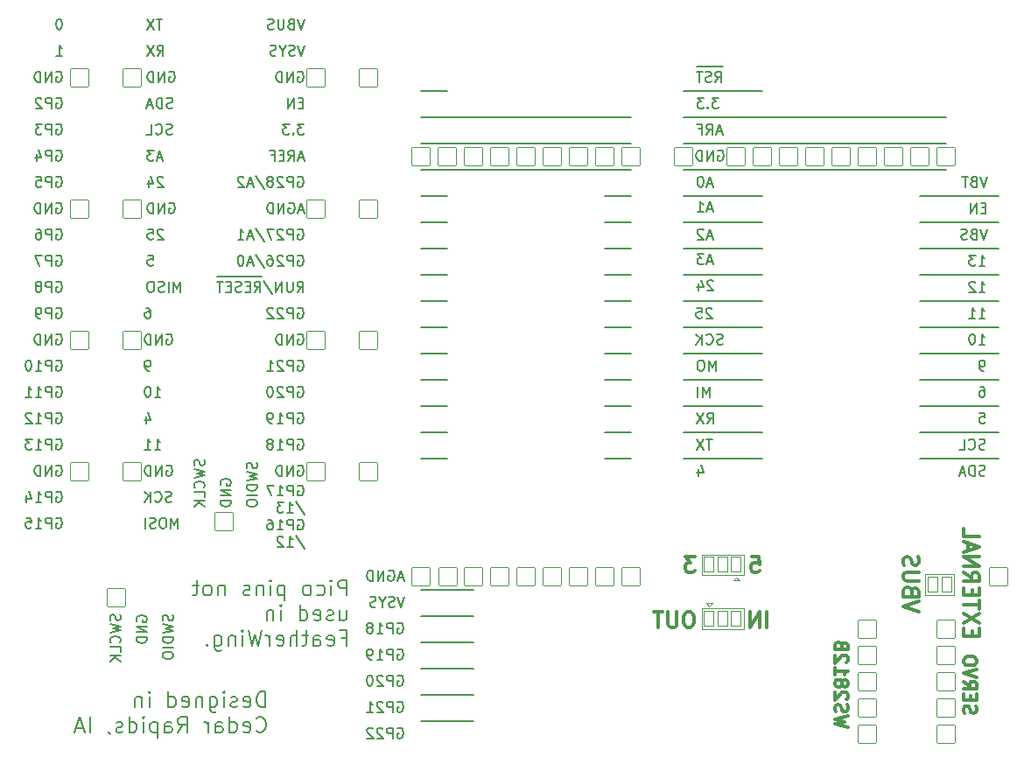
<source format=gbo>
G04 #@! TF.GenerationSoftware,KiCad,Pcbnew,7.0.1*
G04 #@! TF.CreationDate,2023-09-08T10:55:18-05:00*
G04 #@! TF.ProjectId,ProtoPropDuo,50726f74-6f50-4726-9f70-44756f2e6b69,B*
G04 #@! TF.SameCoordinates,Original*
G04 #@! TF.FileFunction,Legend,Bot*
G04 #@! TF.FilePolarity,Positive*
%FSLAX46Y46*%
G04 Gerber Fmt 4.6, Leading zero omitted, Abs format (unit mm)*
G04 Created by KiCad (PCBNEW 7.0.1) date 2023-09-08 10:55:18*
%MOMM*%
%LPD*%
G01*
G04 APERTURE LIST*
G04 Aperture macros list*
%AMRoundRect*
0 Rectangle with rounded corners*
0 $1 Rounding radius*
0 $2 $3 $4 $5 $6 $7 $8 $9 X,Y pos of 4 corners*
0 Add a 4 corners polygon primitive as box body*
4,1,4,$2,$3,$4,$5,$6,$7,$8,$9,$2,$3,0*
0 Add four circle primitives for the rounded corners*
1,1,$1+$1,$2,$3*
1,1,$1+$1,$4,$5*
1,1,$1+$1,$6,$7*
1,1,$1+$1,$8,$9*
0 Add four rect primitives between the rounded corners*
20,1,$1+$1,$2,$3,$4,$5,0*
20,1,$1+$1,$4,$5,$6,$7,0*
20,1,$1+$1,$6,$7,$8,$9,0*
20,1,$1+$1,$8,$9,$2,$3,0*%
G04 Aperture macros list end*
%ADD10C,0.150000*%
%ADD11C,0.300000*%
%ADD12C,0.200000*%
%ADD13C,0.120000*%
%ADD14O,1.776000X1.776000*%
%ADD15C,1.776000*%
%ADD16RoundRect,0.038000X-0.850000X-0.850000X0.850000X-0.850000X0.850000X0.850000X-0.850000X0.850000X0*%
%ADD17C,2.362000*%
%ADD18RoundRect,0.038000X-0.850000X0.850000X-0.850000X-0.850000X0.850000X-0.850000X0.850000X0.850000X0*%
%ADD19C,4.576000*%
%ADD20C,2.276000*%
%ADD21RoundRect,0.038000X0.850000X-0.850000X0.850000X0.850000X-0.850000X0.850000X-0.850000X-0.850000X0*%
%ADD22RoundRect,0.038000X0.850000X0.850000X-0.850000X0.850000X-0.850000X-0.850000X0.850000X-0.850000X0*%
%ADD23O,1.876000X1.876000*%
%ADD24O,1.576000X1.576000*%
%ADD25RoundRect,0.038000X-0.500000X-0.750000X0.500000X-0.750000X0.500000X0.750000X-0.500000X0.750000X0*%
%ADD26RoundRect,0.038000X0.500000X0.750000X-0.500000X0.750000X-0.500000X-0.750000X0.500000X-0.750000X0*%
G04 APERTURE END LIST*
D10*
X205740000Y-59690000D02*
X198120000Y-59690000D01*
X205740000Y-69850000D02*
X198120000Y-69850000D01*
X228600000Y-80010000D02*
X220980000Y-80010000D01*
X205740000Y-80010000D02*
X198120000Y-80010000D01*
X172720000Y-59690000D02*
X175260000Y-59690000D01*
X175260000Y-46990000D02*
X172720000Y-46990000D01*
X198120000Y-49530000D02*
X223520000Y-49530000D01*
X193040000Y-77470000D02*
X190500000Y-77470000D01*
X177800000Y-102870000D02*
X172720000Y-102870000D01*
X177800000Y-107950000D02*
X172720000Y-107950000D01*
X228600000Y-62230000D02*
X220980000Y-62230000D01*
X172720000Y-80010000D02*
X175260000Y-80010000D01*
X175260000Y-82550000D02*
X172720000Y-82550000D01*
X198120000Y-62230000D02*
X205740000Y-62230000D01*
X198120000Y-72390000D02*
X205740000Y-72390000D01*
X198120000Y-52070000D02*
X223520000Y-52070000D01*
X175260000Y-72390000D02*
X172720000Y-72390000D01*
X190500000Y-69850000D02*
X193040000Y-69850000D01*
X228600000Y-72390000D02*
X220980000Y-72390000D01*
X198120000Y-82550000D02*
X205740000Y-82550000D01*
X228600000Y-74930000D02*
X220980000Y-74930000D01*
X205740000Y-54610000D02*
X223520000Y-54610000D01*
X177800000Y-97790000D02*
X172720000Y-97790000D01*
X193040000Y-62230000D02*
X190500000Y-62230000D01*
X190500000Y-59690000D02*
X193040000Y-59690000D01*
X228600000Y-69850000D02*
X220980000Y-69850000D01*
X172720000Y-74930000D02*
X175260000Y-74930000D01*
X198120000Y-46990000D02*
X205740000Y-46990000D01*
X228600000Y-59690000D02*
X220980000Y-59690000D01*
X193040000Y-67310000D02*
X190500000Y-67310000D01*
X190500000Y-64770000D02*
X193040000Y-64770000D01*
X198120000Y-67310000D02*
X205740000Y-67310000D01*
X193040000Y-72390000D02*
X190500000Y-72390000D01*
X172720000Y-69850000D02*
X175260000Y-69850000D01*
X175260000Y-57150000D02*
X172720000Y-57150000D01*
X172720000Y-100330000D02*
X177800000Y-100330000D01*
X190500000Y-74930000D02*
X193040000Y-74930000D01*
X198120000Y-57150000D02*
X205740000Y-57150000D01*
X205740000Y-54610000D02*
X198120000Y-54610000D01*
X172720000Y-105410000D02*
X177800000Y-105410000D01*
X175260000Y-67310000D02*
X172720000Y-67310000D01*
X172720000Y-64770000D02*
X175260000Y-64770000D01*
X190500000Y-80010000D02*
X193040000Y-80010000D01*
X175260000Y-62230000D02*
X172720000Y-62230000D01*
X193040000Y-57150000D02*
X190500000Y-57150000D01*
X172720000Y-95250000D02*
X177800000Y-95250000D01*
X228600000Y-67310000D02*
X220980000Y-67310000D01*
X175260000Y-77470000D02*
X172720000Y-77470000D01*
X205740000Y-74930000D02*
X198120000Y-74930000D01*
X228600000Y-77470000D02*
X220980000Y-77470000D01*
X228600000Y-64770000D02*
X220980000Y-64770000D01*
X205740000Y-64770000D02*
X198120000Y-64770000D01*
X228600000Y-82550000D02*
X220980000Y-82550000D01*
X193040000Y-82550000D02*
X190500000Y-82550000D01*
X172720000Y-49530000D02*
X193040000Y-49530000D01*
X198120000Y-77470000D02*
X205740000Y-77470000D01*
X172720000Y-54610000D02*
X193040000Y-54610000D01*
X193040000Y-52070000D02*
X172720000Y-52070000D01*
X228600000Y-57150000D02*
X220980000Y-57150000D01*
X160782095Y-70553238D02*
X160877333Y-70505619D01*
X160877333Y-70505619D02*
X161020190Y-70505619D01*
X161020190Y-70505619D02*
X161163047Y-70553238D01*
X161163047Y-70553238D02*
X161258285Y-70648476D01*
X161258285Y-70648476D02*
X161305904Y-70743714D01*
X161305904Y-70743714D02*
X161353523Y-70934190D01*
X161353523Y-70934190D02*
X161353523Y-71077047D01*
X161353523Y-71077047D02*
X161305904Y-71267523D01*
X161305904Y-71267523D02*
X161258285Y-71362761D01*
X161258285Y-71362761D02*
X161163047Y-71458000D01*
X161163047Y-71458000D02*
X161020190Y-71505619D01*
X161020190Y-71505619D02*
X160924952Y-71505619D01*
X160924952Y-71505619D02*
X160782095Y-71458000D01*
X160782095Y-71458000D02*
X160734476Y-71410380D01*
X160734476Y-71410380D02*
X160734476Y-71077047D01*
X160734476Y-71077047D02*
X160924952Y-71077047D01*
X160305904Y-71505619D02*
X160305904Y-70505619D01*
X160305904Y-70505619D02*
X159734476Y-71505619D01*
X159734476Y-71505619D02*
X159734476Y-70505619D01*
X159258285Y-71505619D02*
X159258285Y-70505619D01*
X159258285Y-70505619D02*
X159020190Y-70505619D01*
X159020190Y-70505619D02*
X158877333Y-70553238D01*
X158877333Y-70553238D02*
X158782095Y-70648476D01*
X158782095Y-70648476D02*
X158734476Y-70743714D01*
X158734476Y-70743714D02*
X158686857Y-70934190D01*
X158686857Y-70934190D02*
X158686857Y-71077047D01*
X158686857Y-71077047D02*
X158734476Y-71267523D01*
X158734476Y-71267523D02*
X158782095Y-71362761D01*
X158782095Y-71362761D02*
X158877333Y-71458000D01*
X158877333Y-71458000D02*
X159020190Y-71505619D01*
X159020190Y-71505619D02*
X159258285Y-71505619D01*
X161401142Y-50185619D02*
X160782095Y-50185619D01*
X160782095Y-50185619D02*
X161115428Y-50566571D01*
X161115428Y-50566571D02*
X160972571Y-50566571D01*
X160972571Y-50566571D02*
X160877333Y-50614190D01*
X160877333Y-50614190D02*
X160829714Y-50661809D01*
X160829714Y-50661809D02*
X160782095Y-50757047D01*
X160782095Y-50757047D02*
X160782095Y-50995142D01*
X160782095Y-50995142D02*
X160829714Y-51090380D01*
X160829714Y-51090380D02*
X160877333Y-51138000D01*
X160877333Y-51138000D02*
X160972571Y-51185619D01*
X160972571Y-51185619D02*
X161258285Y-51185619D01*
X161258285Y-51185619D02*
X161353523Y-51138000D01*
X161353523Y-51138000D02*
X161401142Y-51090380D01*
X160353523Y-51090380D02*
X160305904Y-51138000D01*
X160305904Y-51138000D02*
X160353523Y-51185619D01*
X160353523Y-51185619D02*
X160401142Y-51138000D01*
X160401142Y-51138000D02*
X160353523Y-51090380D01*
X160353523Y-51090380D02*
X160353523Y-51185619D01*
X159972571Y-50185619D02*
X159353524Y-50185619D01*
X159353524Y-50185619D02*
X159686857Y-50566571D01*
X159686857Y-50566571D02*
X159544000Y-50566571D01*
X159544000Y-50566571D02*
X159448762Y-50614190D01*
X159448762Y-50614190D02*
X159401143Y-50661809D01*
X159401143Y-50661809D02*
X159353524Y-50757047D01*
X159353524Y-50757047D02*
X159353524Y-50995142D01*
X159353524Y-50995142D02*
X159401143Y-51090380D01*
X159401143Y-51090380D02*
X159448762Y-51138000D01*
X159448762Y-51138000D02*
X159544000Y-51185619D01*
X159544000Y-51185619D02*
X159829714Y-51185619D01*
X159829714Y-51185619D02*
X159924952Y-51138000D01*
X159924952Y-51138000D02*
X159972571Y-51090380D01*
X137414095Y-55313238D02*
X137509333Y-55265619D01*
X137509333Y-55265619D02*
X137652190Y-55265619D01*
X137652190Y-55265619D02*
X137795047Y-55313238D01*
X137795047Y-55313238D02*
X137890285Y-55408476D01*
X137890285Y-55408476D02*
X137937904Y-55503714D01*
X137937904Y-55503714D02*
X137985523Y-55694190D01*
X137985523Y-55694190D02*
X137985523Y-55837047D01*
X137985523Y-55837047D02*
X137937904Y-56027523D01*
X137937904Y-56027523D02*
X137890285Y-56122761D01*
X137890285Y-56122761D02*
X137795047Y-56218000D01*
X137795047Y-56218000D02*
X137652190Y-56265619D01*
X137652190Y-56265619D02*
X137556952Y-56265619D01*
X137556952Y-56265619D02*
X137414095Y-56218000D01*
X137414095Y-56218000D02*
X137366476Y-56170380D01*
X137366476Y-56170380D02*
X137366476Y-55837047D01*
X137366476Y-55837047D02*
X137556952Y-55837047D01*
X136937904Y-56265619D02*
X136937904Y-55265619D01*
X136937904Y-55265619D02*
X136556952Y-55265619D01*
X136556952Y-55265619D02*
X136461714Y-55313238D01*
X136461714Y-55313238D02*
X136414095Y-55360857D01*
X136414095Y-55360857D02*
X136366476Y-55456095D01*
X136366476Y-55456095D02*
X136366476Y-55598952D01*
X136366476Y-55598952D02*
X136414095Y-55694190D01*
X136414095Y-55694190D02*
X136461714Y-55741809D01*
X136461714Y-55741809D02*
X136556952Y-55789428D01*
X136556952Y-55789428D02*
X136937904Y-55789428D01*
X135461714Y-55265619D02*
X135937904Y-55265619D01*
X135937904Y-55265619D02*
X135985523Y-55741809D01*
X135985523Y-55741809D02*
X135937904Y-55694190D01*
X135937904Y-55694190D02*
X135842666Y-55646571D01*
X135842666Y-55646571D02*
X135604571Y-55646571D01*
X135604571Y-55646571D02*
X135509333Y-55694190D01*
X135509333Y-55694190D02*
X135461714Y-55741809D01*
X135461714Y-55741809D02*
X135414095Y-55837047D01*
X135414095Y-55837047D02*
X135414095Y-56075142D01*
X135414095Y-56075142D02*
X135461714Y-56170380D01*
X135461714Y-56170380D02*
X135509333Y-56218000D01*
X135509333Y-56218000D02*
X135604571Y-56265619D01*
X135604571Y-56265619D02*
X135842666Y-56265619D01*
X135842666Y-56265619D02*
X135937904Y-56218000D01*
X135937904Y-56218000D02*
X135985523Y-56170380D01*
X201786809Y-50899904D02*
X201310619Y-50899904D01*
X201882047Y-51185619D02*
X201548714Y-50185619D01*
X201548714Y-50185619D02*
X201215381Y-51185619D01*
X200310619Y-51185619D02*
X200643952Y-50709428D01*
X200882047Y-51185619D02*
X200882047Y-50185619D01*
X200882047Y-50185619D02*
X200501095Y-50185619D01*
X200501095Y-50185619D02*
X200405857Y-50233238D01*
X200405857Y-50233238D02*
X200358238Y-50280857D01*
X200358238Y-50280857D02*
X200310619Y-50376095D01*
X200310619Y-50376095D02*
X200310619Y-50518952D01*
X200310619Y-50518952D02*
X200358238Y-50614190D01*
X200358238Y-50614190D02*
X200405857Y-50661809D01*
X200405857Y-50661809D02*
X200501095Y-50709428D01*
X200501095Y-50709428D02*
X200882047Y-50709428D01*
X199548714Y-50661809D02*
X199882047Y-50661809D01*
X199882047Y-51185619D02*
X199882047Y-50185619D01*
X199882047Y-50185619D02*
X199405857Y-50185619D01*
X148335714Y-45153238D02*
X148430952Y-45105619D01*
X148430952Y-45105619D02*
X148573809Y-45105619D01*
X148573809Y-45105619D02*
X148716666Y-45153238D01*
X148716666Y-45153238D02*
X148811904Y-45248476D01*
X148811904Y-45248476D02*
X148859523Y-45343714D01*
X148859523Y-45343714D02*
X148907142Y-45534190D01*
X148907142Y-45534190D02*
X148907142Y-45677047D01*
X148907142Y-45677047D02*
X148859523Y-45867523D01*
X148859523Y-45867523D02*
X148811904Y-45962761D01*
X148811904Y-45962761D02*
X148716666Y-46058000D01*
X148716666Y-46058000D02*
X148573809Y-46105619D01*
X148573809Y-46105619D02*
X148478571Y-46105619D01*
X148478571Y-46105619D02*
X148335714Y-46058000D01*
X148335714Y-46058000D02*
X148288095Y-46010380D01*
X148288095Y-46010380D02*
X148288095Y-45677047D01*
X148288095Y-45677047D02*
X148478571Y-45677047D01*
X147859523Y-46105619D02*
X147859523Y-45105619D01*
X147859523Y-45105619D02*
X147288095Y-46105619D01*
X147288095Y-46105619D02*
X147288095Y-45105619D01*
X146811904Y-46105619D02*
X146811904Y-45105619D01*
X146811904Y-45105619D02*
X146573809Y-45105619D01*
X146573809Y-45105619D02*
X146430952Y-45153238D01*
X146430952Y-45153238D02*
X146335714Y-45248476D01*
X146335714Y-45248476D02*
X146288095Y-45343714D01*
X146288095Y-45343714D02*
X146240476Y-45534190D01*
X146240476Y-45534190D02*
X146240476Y-45677047D01*
X146240476Y-45677047D02*
X146288095Y-45867523D01*
X146288095Y-45867523D02*
X146335714Y-45962761D01*
X146335714Y-45962761D02*
X146430952Y-46058000D01*
X146430952Y-46058000D02*
X146573809Y-46105619D01*
X146573809Y-46105619D02*
X146811904Y-46105619D01*
X160782095Y-62933238D02*
X160877333Y-62885619D01*
X160877333Y-62885619D02*
X161020190Y-62885619D01*
X161020190Y-62885619D02*
X161163047Y-62933238D01*
X161163047Y-62933238D02*
X161258285Y-63028476D01*
X161258285Y-63028476D02*
X161305904Y-63123714D01*
X161305904Y-63123714D02*
X161353523Y-63314190D01*
X161353523Y-63314190D02*
X161353523Y-63457047D01*
X161353523Y-63457047D02*
X161305904Y-63647523D01*
X161305904Y-63647523D02*
X161258285Y-63742761D01*
X161258285Y-63742761D02*
X161163047Y-63838000D01*
X161163047Y-63838000D02*
X161020190Y-63885619D01*
X161020190Y-63885619D02*
X160924952Y-63885619D01*
X160924952Y-63885619D02*
X160782095Y-63838000D01*
X160782095Y-63838000D02*
X160734476Y-63790380D01*
X160734476Y-63790380D02*
X160734476Y-63457047D01*
X160734476Y-63457047D02*
X160924952Y-63457047D01*
X160305904Y-63885619D02*
X160305904Y-62885619D01*
X160305904Y-62885619D02*
X159924952Y-62885619D01*
X159924952Y-62885619D02*
X159829714Y-62933238D01*
X159829714Y-62933238D02*
X159782095Y-62980857D01*
X159782095Y-62980857D02*
X159734476Y-63076095D01*
X159734476Y-63076095D02*
X159734476Y-63218952D01*
X159734476Y-63218952D02*
X159782095Y-63314190D01*
X159782095Y-63314190D02*
X159829714Y-63361809D01*
X159829714Y-63361809D02*
X159924952Y-63409428D01*
X159924952Y-63409428D02*
X160305904Y-63409428D01*
X159353523Y-62980857D02*
X159305904Y-62933238D01*
X159305904Y-62933238D02*
X159210666Y-62885619D01*
X159210666Y-62885619D02*
X158972571Y-62885619D01*
X158972571Y-62885619D02*
X158877333Y-62933238D01*
X158877333Y-62933238D02*
X158829714Y-62980857D01*
X158829714Y-62980857D02*
X158782095Y-63076095D01*
X158782095Y-63076095D02*
X158782095Y-63171333D01*
X158782095Y-63171333D02*
X158829714Y-63314190D01*
X158829714Y-63314190D02*
X159401142Y-63885619D01*
X159401142Y-63885619D02*
X158782095Y-63885619D01*
X157924952Y-62885619D02*
X158115428Y-62885619D01*
X158115428Y-62885619D02*
X158210666Y-62933238D01*
X158210666Y-62933238D02*
X158258285Y-62980857D01*
X158258285Y-62980857D02*
X158353523Y-63123714D01*
X158353523Y-63123714D02*
X158401142Y-63314190D01*
X158401142Y-63314190D02*
X158401142Y-63695142D01*
X158401142Y-63695142D02*
X158353523Y-63790380D01*
X158353523Y-63790380D02*
X158305904Y-63838000D01*
X158305904Y-63838000D02*
X158210666Y-63885619D01*
X158210666Y-63885619D02*
X158020190Y-63885619D01*
X158020190Y-63885619D02*
X157924952Y-63838000D01*
X157924952Y-63838000D02*
X157877333Y-63790380D01*
X157877333Y-63790380D02*
X157829714Y-63695142D01*
X157829714Y-63695142D02*
X157829714Y-63457047D01*
X157829714Y-63457047D02*
X157877333Y-63361809D01*
X157877333Y-63361809D02*
X157924952Y-63314190D01*
X157924952Y-63314190D02*
X158020190Y-63266571D01*
X158020190Y-63266571D02*
X158210666Y-63266571D01*
X158210666Y-63266571D02*
X158305904Y-63314190D01*
X158305904Y-63314190D02*
X158353523Y-63361809D01*
X158353523Y-63361809D02*
X158401142Y-63457047D01*
X156686857Y-62838000D02*
X157543999Y-64123714D01*
X156401142Y-63599904D02*
X155924952Y-63599904D01*
X156496380Y-63885619D02*
X156163047Y-62885619D01*
X156163047Y-62885619D02*
X155829714Y-63885619D01*
X155305904Y-62885619D02*
X155210666Y-62885619D01*
X155210666Y-62885619D02*
X155115428Y-62933238D01*
X155115428Y-62933238D02*
X155067809Y-62980857D01*
X155067809Y-62980857D02*
X155020190Y-63076095D01*
X155020190Y-63076095D02*
X154972571Y-63266571D01*
X154972571Y-63266571D02*
X154972571Y-63504666D01*
X154972571Y-63504666D02*
X155020190Y-63695142D01*
X155020190Y-63695142D02*
X155067809Y-63790380D01*
X155067809Y-63790380D02*
X155115428Y-63838000D01*
X155115428Y-63838000D02*
X155210666Y-63885619D01*
X155210666Y-63885619D02*
X155305904Y-63885619D01*
X155305904Y-63885619D02*
X155401142Y-63838000D01*
X155401142Y-63838000D02*
X155448761Y-63790380D01*
X155448761Y-63790380D02*
X155496380Y-63695142D01*
X155496380Y-63695142D02*
X155543999Y-63504666D01*
X155543999Y-63504666D02*
X155543999Y-63266571D01*
X155543999Y-63266571D02*
X155496380Y-63076095D01*
X155496380Y-63076095D02*
X155448761Y-62980857D01*
X155448761Y-62980857D02*
X155401142Y-62933238D01*
X155401142Y-62933238D02*
X155305904Y-62885619D01*
X160782095Y-80713238D02*
X160877333Y-80665619D01*
X160877333Y-80665619D02*
X161020190Y-80665619D01*
X161020190Y-80665619D02*
X161163047Y-80713238D01*
X161163047Y-80713238D02*
X161258285Y-80808476D01*
X161258285Y-80808476D02*
X161305904Y-80903714D01*
X161305904Y-80903714D02*
X161353523Y-81094190D01*
X161353523Y-81094190D02*
X161353523Y-81237047D01*
X161353523Y-81237047D02*
X161305904Y-81427523D01*
X161305904Y-81427523D02*
X161258285Y-81522761D01*
X161258285Y-81522761D02*
X161163047Y-81618000D01*
X161163047Y-81618000D02*
X161020190Y-81665619D01*
X161020190Y-81665619D02*
X160924952Y-81665619D01*
X160924952Y-81665619D02*
X160782095Y-81618000D01*
X160782095Y-81618000D02*
X160734476Y-81570380D01*
X160734476Y-81570380D02*
X160734476Y-81237047D01*
X160734476Y-81237047D02*
X160924952Y-81237047D01*
X160305904Y-81665619D02*
X160305904Y-80665619D01*
X160305904Y-80665619D02*
X159924952Y-80665619D01*
X159924952Y-80665619D02*
X159829714Y-80713238D01*
X159829714Y-80713238D02*
X159782095Y-80760857D01*
X159782095Y-80760857D02*
X159734476Y-80856095D01*
X159734476Y-80856095D02*
X159734476Y-80998952D01*
X159734476Y-80998952D02*
X159782095Y-81094190D01*
X159782095Y-81094190D02*
X159829714Y-81141809D01*
X159829714Y-81141809D02*
X159924952Y-81189428D01*
X159924952Y-81189428D02*
X160305904Y-81189428D01*
X158782095Y-81665619D02*
X159353523Y-81665619D01*
X159067809Y-81665619D02*
X159067809Y-80665619D01*
X159067809Y-80665619D02*
X159163047Y-80808476D01*
X159163047Y-80808476D02*
X159258285Y-80903714D01*
X159258285Y-80903714D02*
X159353523Y-80951333D01*
X158210666Y-81094190D02*
X158305904Y-81046571D01*
X158305904Y-81046571D02*
X158353523Y-80998952D01*
X158353523Y-80998952D02*
X158401142Y-80903714D01*
X158401142Y-80903714D02*
X158401142Y-80856095D01*
X158401142Y-80856095D02*
X158353523Y-80760857D01*
X158353523Y-80760857D02*
X158305904Y-80713238D01*
X158305904Y-80713238D02*
X158210666Y-80665619D01*
X158210666Y-80665619D02*
X158020190Y-80665619D01*
X158020190Y-80665619D02*
X157924952Y-80713238D01*
X157924952Y-80713238D02*
X157877333Y-80760857D01*
X157877333Y-80760857D02*
X157829714Y-80856095D01*
X157829714Y-80856095D02*
X157829714Y-80903714D01*
X157829714Y-80903714D02*
X157877333Y-80998952D01*
X157877333Y-80998952D02*
X157924952Y-81046571D01*
X157924952Y-81046571D02*
X158020190Y-81094190D01*
X158020190Y-81094190D02*
X158210666Y-81094190D01*
X158210666Y-81094190D02*
X158305904Y-81141809D01*
X158305904Y-81141809D02*
X158353523Y-81189428D01*
X158353523Y-81189428D02*
X158401142Y-81284666D01*
X158401142Y-81284666D02*
X158401142Y-81475142D01*
X158401142Y-81475142D02*
X158353523Y-81570380D01*
X158353523Y-81570380D02*
X158305904Y-81618000D01*
X158305904Y-81618000D02*
X158210666Y-81665619D01*
X158210666Y-81665619D02*
X158020190Y-81665619D01*
X158020190Y-81665619D02*
X157924952Y-81618000D01*
X157924952Y-81618000D02*
X157877333Y-81570380D01*
X157877333Y-81570380D02*
X157829714Y-81475142D01*
X157829714Y-81475142D02*
X157829714Y-81284666D01*
X157829714Y-81284666D02*
X157877333Y-81189428D01*
X157877333Y-81189428D02*
X157924952Y-81141809D01*
X157924952Y-81141809D02*
X158020190Y-81094190D01*
X226742714Y-78125619D02*
X227218904Y-78125619D01*
X227218904Y-78125619D02*
X227266523Y-78601809D01*
X227266523Y-78601809D02*
X227218904Y-78554190D01*
X227218904Y-78554190D02*
X227123666Y-78506571D01*
X227123666Y-78506571D02*
X226885571Y-78506571D01*
X226885571Y-78506571D02*
X226790333Y-78554190D01*
X226790333Y-78554190D02*
X226742714Y-78601809D01*
X226742714Y-78601809D02*
X226695095Y-78697047D01*
X226695095Y-78697047D02*
X226695095Y-78935142D01*
X226695095Y-78935142D02*
X226742714Y-79030380D01*
X226742714Y-79030380D02*
X226790333Y-79078000D01*
X226790333Y-79078000D02*
X226885571Y-79125619D01*
X226885571Y-79125619D02*
X227123666Y-79125619D01*
X227123666Y-79125619D02*
X227218904Y-79078000D01*
X227218904Y-79078000D02*
X227266523Y-79030380D01*
X149176951Y-89285619D02*
X149176951Y-88285619D01*
X149176951Y-88285619D02*
X148843618Y-88999904D01*
X148843618Y-88999904D02*
X148510285Y-88285619D01*
X148510285Y-88285619D02*
X148510285Y-89285619D01*
X147843618Y-88285619D02*
X147653142Y-88285619D01*
X147653142Y-88285619D02*
X147557904Y-88333238D01*
X147557904Y-88333238D02*
X147462666Y-88428476D01*
X147462666Y-88428476D02*
X147415047Y-88618952D01*
X147415047Y-88618952D02*
X147415047Y-88952285D01*
X147415047Y-88952285D02*
X147462666Y-89142761D01*
X147462666Y-89142761D02*
X147557904Y-89238000D01*
X147557904Y-89238000D02*
X147653142Y-89285619D01*
X147653142Y-89285619D02*
X147843618Y-89285619D01*
X147843618Y-89285619D02*
X147938856Y-89238000D01*
X147938856Y-89238000D02*
X148034094Y-89142761D01*
X148034094Y-89142761D02*
X148081713Y-88952285D01*
X148081713Y-88952285D02*
X148081713Y-88618952D01*
X148081713Y-88618952D02*
X148034094Y-88428476D01*
X148034094Y-88428476D02*
X147938856Y-88333238D01*
X147938856Y-88333238D02*
X147843618Y-88285619D01*
X147034094Y-89238000D02*
X146891237Y-89285619D01*
X146891237Y-89285619D02*
X146653142Y-89285619D01*
X146653142Y-89285619D02*
X146557904Y-89238000D01*
X146557904Y-89238000D02*
X146510285Y-89190380D01*
X146510285Y-89190380D02*
X146462666Y-89095142D01*
X146462666Y-89095142D02*
X146462666Y-88999904D01*
X146462666Y-88999904D02*
X146510285Y-88904666D01*
X146510285Y-88904666D02*
X146557904Y-88857047D01*
X146557904Y-88857047D02*
X146653142Y-88809428D01*
X146653142Y-88809428D02*
X146843618Y-88761809D01*
X146843618Y-88761809D02*
X146938856Y-88714190D01*
X146938856Y-88714190D02*
X146986475Y-88666571D01*
X146986475Y-88666571D02*
X147034094Y-88571333D01*
X147034094Y-88571333D02*
X147034094Y-88476095D01*
X147034094Y-88476095D02*
X146986475Y-88380857D01*
X146986475Y-88380857D02*
X146938856Y-88333238D01*
X146938856Y-88333238D02*
X146843618Y-88285619D01*
X146843618Y-88285619D02*
X146605523Y-88285619D01*
X146605523Y-88285619D02*
X146462666Y-88333238D01*
X146034094Y-89285619D02*
X146034094Y-88285619D01*
X160782095Y-60393238D02*
X160877333Y-60345619D01*
X160877333Y-60345619D02*
X161020190Y-60345619D01*
X161020190Y-60345619D02*
X161163047Y-60393238D01*
X161163047Y-60393238D02*
X161258285Y-60488476D01*
X161258285Y-60488476D02*
X161305904Y-60583714D01*
X161305904Y-60583714D02*
X161353523Y-60774190D01*
X161353523Y-60774190D02*
X161353523Y-60917047D01*
X161353523Y-60917047D02*
X161305904Y-61107523D01*
X161305904Y-61107523D02*
X161258285Y-61202761D01*
X161258285Y-61202761D02*
X161163047Y-61298000D01*
X161163047Y-61298000D02*
X161020190Y-61345619D01*
X161020190Y-61345619D02*
X160924952Y-61345619D01*
X160924952Y-61345619D02*
X160782095Y-61298000D01*
X160782095Y-61298000D02*
X160734476Y-61250380D01*
X160734476Y-61250380D02*
X160734476Y-60917047D01*
X160734476Y-60917047D02*
X160924952Y-60917047D01*
X160305904Y-61345619D02*
X160305904Y-60345619D01*
X160305904Y-60345619D02*
X159924952Y-60345619D01*
X159924952Y-60345619D02*
X159829714Y-60393238D01*
X159829714Y-60393238D02*
X159782095Y-60440857D01*
X159782095Y-60440857D02*
X159734476Y-60536095D01*
X159734476Y-60536095D02*
X159734476Y-60678952D01*
X159734476Y-60678952D02*
X159782095Y-60774190D01*
X159782095Y-60774190D02*
X159829714Y-60821809D01*
X159829714Y-60821809D02*
X159924952Y-60869428D01*
X159924952Y-60869428D02*
X160305904Y-60869428D01*
X159353523Y-60440857D02*
X159305904Y-60393238D01*
X159305904Y-60393238D02*
X159210666Y-60345619D01*
X159210666Y-60345619D02*
X158972571Y-60345619D01*
X158972571Y-60345619D02*
X158877333Y-60393238D01*
X158877333Y-60393238D02*
X158829714Y-60440857D01*
X158829714Y-60440857D02*
X158782095Y-60536095D01*
X158782095Y-60536095D02*
X158782095Y-60631333D01*
X158782095Y-60631333D02*
X158829714Y-60774190D01*
X158829714Y-60774190D02*
X159401142Y-61345619D01*
X159401142Y-61345619D02*
X158782095Y-61345619D01*
X158448761Y-60345619D02*
X157782095Y-60345619D01*
X157782095Y-60345619D02*
X158210666Y-61345619D01*
X156686857Y-60298000D02*
X157543999Y-61583714D01*
X156401142Y-61059904D02*
X155924952Y-61059904D01*
X156496380Y-61345619D02*
X156163047Y-60345619D01*
X156163047Y-60345619D02*
X155829714Y-61345619D01*
X154972571Y-61345619D02*
X155543999Y-61345619D01*
X155258285Y-61345619D02*
X155258285Y-60345619D01*
X155258285Y-60345619D02*
X155353523Y-60488476D01*
X155353523Y-60488476D02*
X155448761Y-60583714D01*
X155448761Y-60583714D02*
X155543999Y-60631333D01*
X160782095Y-75633238D02*
X160877333Y-75585619D01*
X160877333Y-75585619D02*
X161020190Y-75585619D01*
X161020190Y-75585619D02*
X161163047Y-75633238D01*
X161163047Y-75633238D02*
X161258285Y-75728476D01*
X161258285Y-75728476D02*
X161305904Y-75823714D01*
X161305904Y-75823714D02*
X161353523Y-76014190D01*
X161353523Y-76014190D02*
X161353523Y-76157047D01*
X161353523Y-76157047D02*
X161305904Y-76347523D01*
X161305904Y-76347523D02*
X161258285Y-76442761D01*
X161258285Y-76442761D02*
X161163047Y-76538000D01*
X161163047Y-76538000D02*
X161020190Y-76585619D01*
X161020190Y-76585619D02*
X160924952Y-76585619D01*
X160924952Y-76585619D02*
X160782095Y-76538000D01*
X160782095Y-76538000D02*
X160734476Y-76490380D01*
X160734476Y-76490380D02*
X160734476Y-76157047D01*
X160734476Y-76157047D02*
X160924952Y-76157047D01*
X160305904Y-76585619D02*
X160305904Y-75585619D01*
X160305904Y-75585619D02*
X159924952Y-75585619D01*
X159924952Y-75585619D02*
X159829714Y-75633238D01*
X159829714Y-75633238D02*
X159782095Y-75680857D01*
X159782095Y-75680857D02*
X159734476Y-75776095D01*
X159734476Y-75776095D02*
X159734476Y-75918952D01*
X159734476Y-75918952D02*
X159782095Y-76014190D01*
X159782095Y-76014190D02*
X159829714Y-76061809D01*
X159829714Y-76061809D02*
X159924952Y-76109428D01*
X159924952Y-76109428D02*
X160305904Y-76109428D01*
X159353523Y-75680857D02*
X159305904Y-75633238D01*
X159305904Y-75633238D02*
X159210666Y-75585619D01*
X159210666Y-75585619D02*
X158972571Y-75585619D01*
X158972571Y-75585619D02*
X158877333Y-75633238D01*
X158877333Y-75633238D02*
X158829714Y-75680857D01*
X158829714Y-75680857D02*
X158782095Y-75776095D01*
X158782095Y-75776095D02*
X158782095Y-75871333D01*
X158782095Y-75871333D02*
X158829714Y-76014190D01*
X158829714Y-76014190D02*
X159401142Y-76585619D01*
X159401142Y-76585619D02*
X158782095Y-76585619D01*
X158163047Y-75585619D02*
X158067809Y-75585619D01*
X158067809Y-75585619D02*
X157972571Y-75633238D01*
X157972571Y-75633238D02*
X157924952Y-75680857D01*
X157924952Y-75680857D02*
X157877333Y-75776095D01*
X157877333Y-75776095D02*
X157829714Y-75966571D01*
X157829714Y-75966571D02*
X157829714Y-76204666D01*
X157829714Y-76204666D02*
X157877333Y-76395142D01*
X157877333Y-76395142D02*
X157924952Y-76490380D01*
X157924952Y-76490380D02*
X157972571Y-76538000D01*
X157972571Y-76538000D02*
X158067809Y-76585619D01*
X158067809Y-76585619D02*
X158163047Y-76585619D01*
X158163047Y-76585619D02*
X158258285Y-76538000D01*
X158258285Y-76538000D02*
X158305904Y-76490380D01*
X158305904Y-76490380D02*
X158353523Y-76395142D01*
X158353523Y-76395142D02*
X158401142Y-76204666D01*
X158401142Y-76204666D02*
X158401142Y-75966571D01*
X158401142Y-75966571D02*
X158353523Y-75776095D01*
X158353523Y-75776095D02*
X158305904Y-75680857D01*
X158305904Y-75680857D02*
X158258285Y-75633238D01*
X158258285Y-75633238D02*
X158163047Y-75585619D01*
X201215380Y-74045619D02*
X201215380Y-73045619D01*
X201215380Y-73045619D02*
X200882047Y-73759904D01*
X200882047Y-73759904D02*
X200548714Y-73045619D01*
X200548714Y-73045619D02*
X200548714Y-74045619D01*
X199882047Y-73045619D02*
X199691571Y-73045619D01*
X199691571Y-73045619D02*
X199596333Y-73093238D01*
X199596333Y-73093238D02*
X199501095Y-73188476D01*
X199501095Y-73188476D02*
X199453476Y-73378952D01*
X199453476Y-73378952D02*
X199453476Y-73712285D01*
X199453476Y-73712285D02*
X199501095Y-73902761D01*
X199501095Y-73902761D02*
X199596333Y-73998000D01*
X199596333Y-73998000D02*
X199691571Y-74045619D01*
X199691571Y-74045619D02*
X199882047Y-74045619D01*
X199882047Y-74045619D02*
X199977285Y-73998000D01*
X199977285Y-73998000D02*
X200072523Y-73902761D01*
X200072523Y-73902761D02*
X200120142Y-73712285D01*
X200120142Y-73712285D02*
X200120142Y-73378952D01*
X200120142Y-73378952D02*
X200072523Y-73188476D01*
X200072523Y-73188476D02*
X199977285Y-73093238D01*
X199977285Y-73093238D02*
X199882047Y-73045619D01*
X160782095Y-45153238D02*
X160877333Y-45105619D01*
X160877333Y-45105619D02*
X161020190Y-45105619D01*
X161020190Y-45105619D02*
X161163047Y-45153238D01*
X161163047Y-45153238D02*
X161258285Y-45248476D01*
X161258285Y-45248476D02*
X161305904Y-45343714D01*
X161305904Y-45343714D02*
X161353523Y-45534190D01*
X161353523Y-45534190D02*
X161353523Y-45677047D01*
X161353523Y-45677047D02*
X161305904Y-45867523D01*
X161305904Y-45867523D02*
X161258285Y-45962761D01*
X161258285Y-45962761D02*
X161163047Y-46058000D01*
X161163047Y-46058000D02*
X161020190Y-46105619D01*
X161020190Y-46105619D02*
X160924952Y-46105619D01*
X160924952Y-46105619D02*
X160782095Y-46058000D01*
X160782095Y-46058000D02*
X160734476Y-46010380D01*
X160734476Y-46010380D02*
X160734476Y-45677047D01*
X160734476Y-45677047D02*
X160924952Y-45677047D01*
X160305904Y-46105619D02*
X160305904Y-45105619D01*
X160305904Y-45105619D02*
X159734476Y-46105619D01*
X159734476Y-46105619D02*
X159734476Y-45105619D01*
X159258285Y-46105619D02*
X159258285Y-45105619D01*
X159258285Y-45105619D02*
X159020190Y-45105619D01*
X159020190Y-45105619D02*
X158877333Y-45153238D01*
X158877333Y-45153238D02*
X158782095Y-45248476D01*
X158782095Y-45248476D02*
X158734476Y-45343714D01*
X158734476Y-45343714D02*
X158686857Y-45534190D01*
X158686857Y-45534190D02*
X158686857Y-45677047D01*
X158686857Y-45677047D02*
X158734476Y-45867523D01*
X158734476Y-45867523D02*
X158782095Y-45962761D01*
X158782095Y-45962761D02*
X158877333Y-46058000D01*
X158877333Y-46058000D02*
X159020190Y-46105619D01*
X159020190Y-46105619D02*
X159258285Y-46105619D01*
X201897904Y-71458000D02*
X201755047Y-71505619D01*
X201755047Y-71505619D02*
X201516952Y-71505619D01*
X201516952Y-71505619D02*
X201421714Y-71458000D01*
X201421714Y-71458000D02*
X201374095Y-71410380D01*
X201374095Y-71410380D02*
X201326476Y-71315142D01*
X201326476Y-71315142D02*
X201326476Y-71219904D01*
X201326476Y-71219904D02*
X201374095Y-71124666D01*
X201374095Y-71124666D02*
X201421714Y-71077047D01*
X201421714Y-71077047D02*
X201516952Y-71029428D01*
X201516952Y-71029428D02*
X201707428Y-70981809D01*
X201707428Y-70981809D02*
X201802666Y-70934190D01*
X201802666Y-70934190D02*
X201850285Y-70886571D01*
X201850285Y-70886571D02*
X201897904Y-70791333D01*
X201897904Y-70791333D02*
X201897904Y-70696095D01*
X201897904Y-70696095D02*
X201850285Y-70600857D01*
X201850285Y-70600857D02*
X201802666Y-70553238D01*
X201802666Y-70553238D02*
X201707428Y-70505619D01*
X201707428Y-70505619D02*
X201469333Y-70505619D01*
X201469333Y-70505619D02*
X201326476Y-70553238D01*
X200326476Y-71410380D02*
X200374095Y-71458000D01*
X200374095Y-71458000D02*
X200516952Y-71505619D01*
X200516952Y-71505619D02*
X200612190Y-71505619D01*
X200612190Y-71505619D02*
X200755047Y-71458000D01*
X200755047Y-71458000D02*
X200850285Y-71362761D01*
X200850285Y-71362761D02*
X200897904Y-71267523D01*
X200897904Y-71267523D02*
X200945523Y-71077047D01*
X200945523Y-71077047D02*
X200945523Y-70934190D01*
X200945523Y-70934190D02*
X200897904Y-70743714D01*
X200897904Y-70743714D02*
X200850285Y-70648476D01*
X200850285Y-70648476D02*
X200755047Y-70553238D01*
X200755047Y-70553238D02*
X200612190Y-70505619D01*
X200612190Y-70505619D02*
X200516952Y-70505619D01*
X200516952Y-70505619D02*
X200374095Y-70553238D01*
X200374095Y-70553238D02*
X200326476Y-70600857D01*
X199897904Y-71505619D02*
X199897904Y-70505619D01*
X199326476Y-71505619D02*
X199755047Y-70934190D01*
X199326476Y-70505619D02*
X199897904Y-71077047D01*
X170434095Y-101033238D02*
X170529333Y-100985619D01*
X170529333Y-100985619D02*
X170672190Y-100985619D01*
X170672190Y-100985619D02*
X170815047Y-101033238D01*
X170815047Y-101033238D02*
X170910285Y-101128476D01*
X170910285Y-101128476D02*
X170957904Y-101223714D01*
X170957904Y-101223714D02*
X171005523Y-101414190D01*
X171005523Y-101414190D02*
X171005523Y-101557047D01*
X171005523Y-101557047D02*
X170957904Y-101747523D01*
X170957904Y-101747523D02*
X170910285Y-101842761D01*
X170910285Y-101842761D02*
X170815047Y-101938000D01*
X170815047Y-101938000D02*
X170672190Y-101985619D01*
X170672190Y-101985619D02*
X170576952Y-101985619D01*
X170576952Y-101985619D02*
X170434095Y-101938000D01*
X170434095Y-101938000D02*
X170386476Y-101890380D01*
X170386476Y-101890380D02*
X170386476Y-101557047D01*
X170386476Y-101557047D02*
X170576952Y-101557047D01*
X169957904Y-101985619D02*
X169957904Y-100985619D01*
X169957904Y-100985619D02*
X169576952Y-100985619D01*
X169576952Y-100985619D02*
X169481714Y-101033238D01*
X169481714Y-101033238D02*
X169434095Y-101080857D01*
X169434095Y-101080857D02*
X169386476Y-101176095D01*
X169386476Y-101176095D02*
X169386476Y-101318952D01*
X169386476Y-101318952D02*
X169434095Y-101414190D01*
X169434095Y-101414190D02*
X169481714Y-101461809D01*
X169481714Y-101461809D02*
X169576952Y-101509428D01*
X169576952Y-101509428D02*
X169957904Y-101509428D01*
X168434095Y-101985619D02*
X169005523Y-101985619D01*
X168719809Y-101985619D02*
X168719809Y-100985619D01*
X168719809Y-100985619D02*
X168815047Y-101128476D01*
X168815047Y-101128476D02*
X168910285Y-101223714D01*
X168910285Y-101223714D02*
X169005523Y-101271333D01*
X167957904Y-101985619D02*
X167767428Y-101985619D01*
X167767428Y-101985619D02*
X167672190Y-101938000D01*
X167672190Y-101938000D02*
X167624571Y-101890380D01*
X167624571Y-101890380D02*
X167529333Y-101747523D01*
X167529333Y-101747523D02*
X167481714Y-101557047D01*
X167481714Y-101557047D02*
X167481714Y-101176095D01*
X167481714Y-101176095D02*
X167529333Y-101080857D01*
X167529333Y-101080857D02*
X167576952Y-101033238D01*
X167576952Y-101033238D02*
X167672190Y-100985619D01*
X167672190Y-100985619D02*
X167862666Y-100985619D01*
X167862666Y-100985619D02*
X167957904Y-101033238D01*
X167957904Y-101033238D02*
X168005523Y-101080857D01*
X168005523Y-101080857D02*
X168053142Y-101176095D01*
X168053142Y-101176095D02*
X168053142Y-101414190D01*
X168053142Y-101414190D02*
X168005523Y-101509428D01*
X168005523Y-101509428D02*
X167957904Y-101557047D01*
X167957904Y-101557047D02*
X167862666Y-101604666D01*
X167862666Y-101604666D02*
X167672190Y-101604666D01*
X167672190Y-101604666D02*
X167576952Y-101557047D01*
X167576952Y-101557047D02*
X167529333Y-101509428D01*
X167529333Y-101509428D02*
X167481714Y-101414190D01*
X200882047Y-55979904D02*
X200405857Y-55979904D01*
X200977285Y-56265619D02*
X200643952Y-55265619D01*
X200643952Y-55265619D02*
X200310619Y-56265619D01*
X199786809Y-55265619D02*
X199691571Y-55265619D01*
X199691571Y-55265619D02*
X199596333Y-55313238D01*
X199596333Y-55313238D02*
X199548714Y-55360857D01*
X199548714Y-55360857D02*
X199501095Y-55456095D01*
X199501095Y-55456095D02*
X199453476Y-55646571D01*
X199453476Y-55646571D02*
X199453476Y-55884666D01*
X199453476Y-55884666D02*
X199501095Y-56075142D01*
X199501095Y-56075142D02*
X199548714Y-56170380D01*
X199548714Y-56170380D02*
X199596333Y-56218000D01*
X199596333Y-56218000D02*
X199691571Y-56265619D01*
X199691571Y-56265619D02*
X199786809Y-56265619D01*
X199786809Y-56265619D02*
X199882047Y-56218000D01*
X199882047Y-56218000D02*
X199929666Y-56170380D01*
X199929666Y-56170380D02*
X199977285Y-56075142D01*
X199977285Y-56075142D02*
X200024904Y-55884666D01*
X200024904Y-55884666D02*
X200024904Y-55646571D01*
X200024904Y-55646571D02*
X199977285Y-55456095D01*
X199977285Y-55456095D02*
X199929666Y-55360857D01*
X199929666Y-55360857D02*
X199882047Y-55313238D01*
X199882047Y-55313238D02*
X199786809Y-55265619D01*
X148621428Y-51138000D02*
X148478571Y-51185619D01*
X148478571Y-51185619D02*
X148240476Y-51185619D01*
X148240476Y-51185619D02*
X148145238Y-51138000D01*
X148145238Y-51138000D02*
X148097619Y-51090380D01*
X148097619Y-51090380D02*
X148050000Y-50995142D01*
X148050000Y-50995142D02*
X148050000Y-50899904D01*
X148050000Y-50899904D02*
X148097619Y-50804666D01*
X148097619Y-50804666D02*
X148145238Y-50757047D01*
X148145238Y-50757047D02*
X148240476Y-50709428D01*
X148240476Y-50709428D02*
X148430952Y-50661809D01*
X148430952Y-50661809D02*
X148526190Y-50614190D01*
X148526190Y-50614190D02*
X148573809Y-50566571D01*
X148573809Y-50566571D02*
X148621428Y-50471333D01*
X148621428Y-50471333D02*
X148621428Y-50376095D01*
X148621428Y-50376095D02*
X148573809Y-50280857D01*
X148573809Y-50280857D02*
X148526190Y-50233238D01*
X148526190Y-50233238D02*
X148430952Y-50185619D01*
X148430952Y-50185619D02*
X148192857Y-50185619D01*
X148192857Y-50185619D02*
X148050000Y-50233238D01*
X147050000Y-51090380D02*
X147097619Y-51138000D01*
X147097619Y-51138000D02*
X147240476Y-51185619D01*
X147240476Y-51185619D02*
X147335714Y-51185619D01*
X147335714Y-51185619D02*
X147478571Y-51138000D01*
X147478571Y-51138000D02*
X147573809Y-51042761D01*
X147573809Y-51042761D02*
X147621428Y-50947523D01*
X147621428Y-50947523D02*
X147669047Y-50757047D01*
X147669047Y-50757047D02*
X147669047Y-50614190D01*
X147669047Y-50614190D02*
X147621428Y-50423714D01*
X147621428Y-50423714D02*
X147573809Y-50328476D01*
X147573809Y-50328476D02*
X147478571Y-50233238D01*
X147478571Y-50233238D02*
X147335714Y-50185619D01*
X147335714Y-50185619D02*
X147240476Y-50185619D01*
X147240476Y-50185619D02*
X147097619Y-50233238D01*
X147097619Y-50233238D02*
X147050000Y-50280857D01*
X146145238Y-51185619D02*
X146621428Y-51185619D01*
X146621428Y-51185619D02*
X146621428Y-50185619D01*
X137414095Y-73093238D02*
X137509333Y-73045619D01*
X137509333Y-73045619D02*
X137652190Y-73045619D01*
X137652190Y-73045619D02*
X137795047Y-73093238D01*
X137795047Y-73093238D02*
X137890285Y-73188476D01*
X137890285Y-73188476D02*
X137937904Y-73283714D01*
X137937904Y-73283714D02*
X137985523Y-73474190D01*
X137985523Y-73474190D02*
X137985523Y-73617047D01*
X137985523Y-73617047D02*
X137937904Y-73807523D01*
X137937904Y-73807523D02*
X137890285Y-73902761D01*
X137890285Y-73902761D02*
X137795047Y-73998000D01*
X137795047Y-73998000D02*
X137652190Y-74045619D01*
X137652190Y-74045619D02*
X137556952Y-74045619D01*
X137556952Y-74045619D02*
X137414095Y-73998000D01*
X137414095Y-73998000D02*
X137366476Y-73950380D01*
X137366476Y-73950380D02*
X137366476Y-73617047D01*
X137366476Y-73617047D02*
X137556952Y-73617047D01*
X136937904Y-74045619D02*
X136937904Y-73045619D01*
X136937904Y-73045619D02*
X136556952Y-73045619D01*
X136556952Y-73045619D02*
X136461714Y-73093238D01*
X136461714Y-73093238D02*
X136414095Y-73140857D01*
X136414095Y-73140857D02*
X136366476Y-73236095D01*
X136366476Y-73236095D02*
X136366476Y-73378952D01*
X136366476Y-73378952D02*
X136414095Y-73474190D01*
X136414095Y-73474190D02*
X136461714Y-73521809D01*
X136461714Y-73521809D02*
X136556952Y-73569428D01*
X136556952Y-73569428D02*
X136937904Y-73569428D01*
X135414095Y-74045619D02*
X135985523Y-74045619D01*
X135699809Y-74045619D02*
X135699809Y-73045619D01*
X135699809Y-73045619D02*
X135795047Y-73188476D01*
X135795047Y-73188476D02*
X135890285Y-73283714D01*
X135890285Y-73283714D02*
X135985523Y-73331333D01*
X134795047Y-73045619D02*
X134699809Y-73045619D01*
X134699809Y-73045619D02*
X134604571Y-73093238D01*
X134604571Y-73093238D02*
X134556952Y-73140857D01*
X134556952Y-73140857D02*
X134509333Y-73236095D01*
X134509333Y-73236095D02*
X134461714Y-73426571D01*
X134461714Y-73426571D02*
X134461714Y-73664666D01*
X134461714Y-73664666D02*
X134509333Y-73855142D01*
X134509333Y-73855142D02*
X134556952Y-73950380D01*
X134556952Y-73950380D02*
X134604571Y-73998000D01*
X134604571Y-73998000D02*
X134699809Y-74045619D01*
X134699809Y-74045619D02*
X134795047Y-74045619D01*
X134795047Y-74045619D02*
X134890285Y-73998000D01*
X134890285Y-73998000D02*
X134937904Y-73950380D01*
X134937904Y-73950380D02*
X134985523Y-73855142D01*
X134985523Y-73855142D02*
X135033142Y-73664666D01*
X135033142Y-73664666D02*
X135033142Y-73426571D01*
X135033142Y-73426571D02*
X134985523Y-73236095D01*
X134985523Y-73236095D02*
X134937904Y-73140857D01*
X134937904Y-73140857D02*
X134890285Y-73093238D01*
X134890285Y-73093238D02*
X134795047Y-73045619D01*
X137414095Y-85793238D02*
X137509333Y-85745619D01*
X137509333Y-85745619D02*
X137652190Y-85745619D01*
X137652190Y-85745619D02*
X137795047Y-85793238D01*
X137795047Y-85793238D02*
X137890285Y-85888476D01*
X137890285Y-85888476D02*
X137937904Y-85983714D01*
X137937904Y-85983714D02*
X137985523Y-86174190D01*
X137985523Y-86174190D02*
X137985523Y-86317047D01*
X137985523Y-86317047D02*
X137937904Y-86507523D01*
X137937904Y-86507523D02*
X137890285Y-86602761D01*
X137890285Y-86602761D02*
X137795047Y-86698000D01*
X137795047Y-86698000D02*
X137652190Y-86745619D01*
X137652190Y-86745619D02*
X137556952Y-86745619D01*
X137556952Y-86745619D02*
X137414095Y-86698000D01*
X137414095Y-86698000D02*
X137366476Y-86650380D01*
X137366476Y-86650380D02*
X137366476Y-86317047D01*
X137366476Y-86317047D02*
X137556952Y-86317047D01*
X136937904Y-86745619D02*
X136937904Y-85745619D01*
X136937904Y-85745619D02*
X136556952Y-85745619D01*
X136556952Y-85745619D02*
X136461714Y-85793238D01*
X136461714Y-85793238D02*
X136414095Y-85840857D01*
X136414095Y-85840857D02*
X136366476Y-85936095D01*
X136366476Y-85936095D02*
X136366476Y-86078952D01*
X136366476Y-86078952D02*
X136414095Y-86174190D01*
X136414095Y-86174190D02*
X136461714Y-86221809D01*
X136461714Y-86221809D02*
X136556952Y-86269428D01*
X136556952Y-86269428D02*
X136937904Y-86269428D01*
X135414095Y-86745619D02*
X135985523Y-86745619D01*
X135699809Y-86745619D02*
X135699809Y-85745619D01*
X135699809Y-85745619D02*
X135795047Y-85888476D01*
X135795047Y-85888476D02*
X135890285Y-85983714D01*
X135890285Y-85983714D02*
X135985523Y-86031333D01*
X134556952Y-86078952D02*
X134556952Y-86745619D01*
X134795047Y-85698000D02*
X135033142Y-86412285D01*
X135033142Y-86412285D02*
X134414095Y-86412285D01*
X146938857Y-76585619D02*
X147510285Y-76585619D01*
X147224571Y-76585619D02*
X147224571Y-75585619D01*
X147224571Y-75585619D02*
X147319809Y-75728476D01*
X147319809Y-75728476D02*
X147415047Y-75823714D01*
X147415047Y-75823714D02*
X147510285Y-75871333D01*
X146319809Y-75585619D02*
X146224571Y-75585619D01*
X146224571Y-75585619D02*
X146129333Y-75633238D01*
X146129333Y-75633238D02*
X146081714Y-75680857D01*
X146081714Y-75680857D02*
X146034095Y-75776095D01*
X146034095Y-75776095D02*
X145986476Y-75966571D01*
X145986476Y-75966571D02*
X145986476Y-76204666D01*
X145986476Y-76204666D02*
X146034095Y-76395142D01*
X146034095Y-76395142D02*
X146081714Y-76490380D01*
X146081714Y-76490380D02*
X146129333Y-76538000D01*
X146129333Y-76538000D02*
X146224571Y-76585619D01*
X146224571Y-76585619D02*
X146319809Y-76585619D01*
X146319809Y-76585619D02*
X146415047Y-76538000D01*
X146415047Y-76538000D02*
X146462666Y-76490380D01*
X146462666Y-76490380D02*
X146510285Y-76395142D01*
X146510285Y-76395142D02*
X146557904Y-76204666D01*
X146557904Y-76204666D02*
X146557904Y-75966571D01*
X146557904Y-75966571D02*
X146510285Y-75776095D01*
X146510285Y-75776095D02*
X146462666Y-75680857D01*
X146462666Y-75680857D02*
X146415047Y-75633238D01*
X146415047Y-75633238D02*
X146319809Y-75585619D01*
X160782095Y-85189238D02*
X160877333Y-85141619D01*
X160877333Y-85141619D02*
X161020190Y-85141619D01*
X161020190Y-85141619D02*
X161163047Y-85189238D01*
X161163047Y-85189238D02*
X161258285Y-85284476D01*
X161258285Y-85284476D02*
X161305904Y-85379714D01*
X161305904Y-85379714D02*
X161353523Y-85570190D01*
X161353523Y-85570190D02*
X161353523Y-85713047D01*
X161353523Y-85713047D02*
X161305904Y-85903523D01*
X161305904Y-85903523D02*
X161258285Y-85998761D01*
X161258285Y-85998761D02*
X161163047Y-86094000D01*
X161163047Y-86094000D02*
X161020190Y-86141619D01*
X161020190Y-86141619D02*
X160924952Y-86141619D01*
X160924952Y-86141619D02*
X160782095Y-86094000D01*
X160782095Y-86094000D02*
X160734476Y-86046380D01*
X160734476Y-86046380D02*
X160734476Y-85713047D01*
X160734476Y-85713047D02*
X160924952Y-85713047D01*
X160305904Y-86141619D02*
X160305904Y-85141619D01*
X160305904Y-85141619D02*
X159924952Y-85141619D01*
X159924952Y-85141619D02*
X159829714Y-85189238D01*
X159829714Y-85189238D02*
X159782095Y-85236857D01*
X159782095Y-85236857D02*
X159734476Y-85332095D01*
X159734476Y-85332095D02*
X159734476Y-85474952D01*
X159734476Y-85474952D02*
X159782095Y-85570190D01*
X159782095Y-85570190D02*
X159829714Y-85617809D01*
X159829714Y-85617809D02*
X159924952Y-85665428D01*
X159924952Y-85665428D02*
X160305904Y-85665428D01*
X158782095Y-86141619D02*
X159353523Y-86141619D01*
X159067809Y-86141619D02*
X159067809Y-85141619D01*
X159067809Y-85141619D02*
X159163047Y-85284476D01*
X159163047Y-85284476D02*
X159258285Y-85379714D01*
X159258285Y-85379714D02*
X159353523Y-85427333D01*
X158448761Y-85141619D02*
X157782095Y-85141619D01*
X157782095Y-85141619D02*
X158210666Y-86141619D01*
X160591619Y-86714000D02*
X161448761Y-87999714D01*
X159734476Y-87761619D02*
X160305904Y-87761619D01*
X160020190Y-87761619D02*
X160020190Y-86761619D01*
X160020190Y-86761619D02*
X160115428Y-86904476D01*
X160115428Y-86904476D02*
X160210666Y-86999714D01*
X160210666Y-86999714D02*
X160305904Y-87047333D01*
X159401142Y-86761619D02*
X158782095Y-86761619D01*
X158782095Y-86761619D02*
X159115428Y-87142571D01*
X159115428Y-87142571D02*
X158972571Y-87142571D01*
X158972571Y-87142571D02*
X158877333Y-87190190D01*
X158877333Y-87190190D02*
X158829714Y-87237809D01*
X158829714Y-87237809D02*
X158782095Y-87333047D01*
X158782095Y-87333047D02*
X158782095Y-87571142D01*
X158782095Y-87571142D02*
X158829714Y-87666380D01*
X158829714Y-87666380D02*
X158877333Y-87714000D01*
X158877333Y-87714000D02*
X158972571Y-87761619D01*
X158972571Y-87761619D02*
X159258285Y-87761619D01*
X159258285Y-87761619D02*
X159353523Y-87714000D01*
X159353523Y-87714000D02*
X159401142Y-87666380D01*
X137414095Y-62933238D02*
X137509333Y-62885619D01*
X137509333Y-62885619D02*
X137652190Y-62885619D01*
X137652190Y-62885619D02*
X137795047Y-62933238D01*
X137795047Y-62933238D02*
X137890285Y-63028476D01*
X137890285Y-63028476D02*
X137937904Y-63123714D01*
X137937904Y-63123714D02*
X137985523Y-63314190D01*
X137985523Y-63314190D02*
X137985523Y-63457047D01*
X137985523Y-63457047D02*
X137937904Y-63647523D01*
X137937904Y-63647523D02*
X137890285Y-63742761D01*
X137890285Y-63742761D02*
X137795047Y-63838000D01*
X137795047Y-63838000D02*
X137652190Y-63885619D01*
X137652190Y-63885619D02*
X137556952Y-63885619D01*
X137556952Y-63885619D02*
X137414095Y-63838000D01*
X137414095Y-63838000D02*
X137366476Y-63790380D01*
X137366476Y-63790380D02*
X137366476Y-63457047D01*
X137366476Y-63457047D02*
X137556952Y-63457047D01*
X136937904Y-63885619D02*
X136937904Y-62885619D01*
X136937904Y-62885619D02*
X136556952Y-62885619D01*
X136556952Y-62885619D02*
X136461714Y-62933238D01*
X136461714Y-62933238D02*
X136414095Y-62980857D01*
X136414095Y-62980857D02*
X136366476Y-63076095D01*
X136366476Y-63076095D02*
X136366476Y-63218952D01*
X136366476Y-63218952D02*
X136414095Y-63314190D01*
X136414095Y-63314190D02*
X136461714Y-63361809D01*
X136461714Y-63361809D02*
X136556952Y-63409428D01*
X136556952Y-63409428D02*
X136937904Y-63409428D01*
X136033142Y-62885619D02*
X135366476Y-62885619D01*
X135366476Y-62885619D02*
X135795047Y-63885619D01*
X137414095Y-68013238D02*
X137509333Y-67965619D01*
X137509333Y-67965619D02*
X137652190Y-67965619D01*
X137652190Y-67965619D02*
X137795047Y-68013238D01*
X137795047Y-68013238D02*
X137890285Y-68108476D01*
X137890285Y-68108476D02*
X137937904Y-68203714D01*
X137937904Y-68203714D02*
X137985523Y-68394190D01*
X137985523Y-68394190D02*
X137985523Y-68537047D01*
X137985523Y-68537047D02*
X137937904Y-68727523D01*
X137937904Y-68727523D02*
X137890285Y-68822761D01*
X137890285Y-68822761D02*
X137795047Y-68918000D01*
X137795047Y-68918000D02*
X137652190Y-68965619D01*
X137652190Y-68965619D02*
X137556952Y-68965619D01*
X137556952Y-68965619D02*
X137414095Y-68918000D01*
X137414095Y-68918000D02*
X137366476Y-68870380D01*
X137366476Y-68870380D02*
X137366476Y-68537047D01*
X137366476Y-68537047D02*
X137556952Y-68537047D01*
X136937904Y-68965619D02*
X136937904Y-67965619D01*
X136937904Y-67965619D02*
X136556952Y-67965619D01*
X136556952Y-67965619D02*
X136461714Y-68013238D01*
X136461714Y-68013238D02*
X136414095Y-68060857D01*
X136414095Y-68060857D02*
X136366476Y-68156095D01*
X136366476Y-68156095D02*
X136366476Y-68298952D01*
X136366476Y-68298952D02*
X136414095Y-68394190D01*
X136414095Y-68394190D02*
X136461714Y-68441809D01*
X136461714Y-68441809D02*
X136556952Y-68489428D01*
X136556952Y-68489428D02*
X136937904Y-68489428D01*
X135890285Y-68965619D02*
X135699809Y-68965619D01*
X135699809Y-68965619D02*
X135604571Y-68918000D01*
X135604571Y-68918000D02*
X135556952Y-68870380D01*
X135556952Y-68870380D02*
X135461714Y-68727523D01*
X135461714Y-68727523D02*
X135414095Y-68537047D01*
X135414095Y-68537047D02*
X135414095Y-68156095D01*
X135414095Y-68156095D02*
X135461714Y-68060857D01*
X135461714Y-68060857D02*
X135509333Y-68013238D01*
X135509333Y-68013238D02*
X135604571Y-67965619D01*
X135604571Y-67965619D02*
X135795047Y-67965619D01*
X135795047Y-67965619D02*
X135890285Y-68013238D01*
X135890285Y-68013238D02*
X135937904Y-68060857D01*
X135937904Y-68060857D02*
X135985523Y-68156095D01*
X135985523Y-68156095D02*
X135985523Y-68394190D01*
X135985523Y-68394190D02*
X135937904Y-68489428D01*
X135937904Y-68489428D02*
X135890285Y-68537047D01*
X135890285Y-68537047D02*
X135795047Y-68584666D01*
X135795047Y-68584666D02*
X135604571Y-68584666D01*
X135604571Y-68584666D02*
X135509333Y-68537047D01*
X135509333Y-68537047D02*
X135461714Y-68489428D01*
X135461714Y-68489428D02*
X135414095Y-68394190D01*
D11*
X206144857Y-98876428D02*
X206144857Y-97376428D01*
X205430571Y-98876428D02*
X205430571Y-97376428D01*
X205430571Y-97376428D02*
X204573428Y-98876428D01*
X204573428Y-98876428D02*
X204573428Y-97376428D01*
D10*
X148081714Y-70553238D02*
X148176952Y-70505619D01*
X148176952Y-70505619D02*
X148319809Y-70505619D01*
X148319809Y-70505619D02*
X148462666Y-70553238D01*
X148462666Y-70553238D02*
X148557904Y-70648476D01*
X148557904Y-70648476D02*
X148605523Y-70743714D01*
X148605523Y-70743714D02*
X148653142Y-70934190D01*
X148653142Y-70934190D02*
X148653142Y-71077047D01*
X148653142Y-71077047D02*
X148605523Y-71267523D01*
X148605523Y-71267523D02*
X148557904Y-71362761D01*
X148557904Y-71362761D02*
X148462666Y-71458000D01*
X148462666Y-71458000D02*
X148319809Y-71505619D01*
X148319809Y-71505619D02*
X148224571Y-71505619D01*
X148224571Y-71505619D02*
X148081714Y-71458000D01*
X148081714Y-71458000D02*
X148034095Y-71410380D01*
X148034095Y-71410380D02*
X148034095Y-71077047D01*
X148034095Y-71077047D02*
X148224571Y-71077047D01*
X147605523Y-71505619D02*
X147605523Y-70505619D01*
X147605523Y-70505619D02*
X147034095Y-71505619D01*
X147034095Y-71505619D02*
X147034095Y-70505619D01*
X146557904Y-71505619D02*
X146557904Y-70505619D01*
X146557904Y-70505619D02*
X146319809Y-70505619D01*
X146319809Y-70505619D02*
X146176952Y-70553238D01*
X146176952Y-70553238D02*
X146081714Y-70648476D01*
X146081714Y-70648476D02*
X146034095Y-70743714D01*
X146034095Y-70743714D02*
X145986476Y-70934190D01*
X145986476Y-70934190D02*
X145986476Y-71077047D01*
X145986476Y-71077047D02*
X146034095Y-71267523D01*
X146034095Y-71267523D02*
X146081714Y-71362761D01*
X146081714Y-71362761D02*
X146176952Y-71458000D01*
X146176952Y-71458000D02*
X146319809Y-71505619D01*
X146319809Y-71505619D02*
X146557904Y-71505619D01*
X226790333Y-75585619D02*
X226980809Y-75585619D01*
X226980809Y-75585619D02*
X227076047Y-75633238D01*
X227076047Y-75633238D02*
X227123666Y-75680857D01*
X227123666Y-75680857D02*
X227218904Y-75823714D01*
X227218904Y-75823714D02*
X227266523Y-76014190D01*
X227266523Y-76014190D02*
X227266523Y-76395142D01*
X227266523Y-76395142D02*
X227218904Y-76490380D01*
X227218904Y-76490380D02*
X227171285Y-76538000D01*
X227171285Y-76538000D02*
X227076047Y-76585619D01*
X227076047Y-76585619D02*
X226885571Y-76585619D01*
X226885571Y-76585619D02*
X226790333Y-76538000D01*
X226790333Y-76538000D02*
X226742714Y-76490380D01*
X226742714Y-76490380D02*
X226695095Y-76395142D01*
X226695095Y-76395142D02*
X226695095Y-76157047D01*
X226695095Y-76157047D02*
X226742714Y-76061809D01*
X226742714Y-76061809D02*
X226790333Y-76014190D01*
X226790333Y-76014190D02*
X226885571Y-75966571D01*
X226885571Y-75966571D02*
X227076047Y-75966571D01*
X227076047Y-75966571D02*
X227171285Y-76014190D01*
X227171285Y-76014190D02*
X227218904Y-76061809D01*
X227218904Y-76061809D02*
X227266523Y-76157047D01*
X148669047Y-48598000D02*
X148526190Y-48645619D01*
X148526190Y-48645619D02*
X148288095Y-48645619D01*
X148288095Y-48645619D02*
X148192857Y-48598000D01*
X148192857Y-48598000D02*
X148145238Y-48550380D01*
X148145238Y-48550380D02*
X148097619Y-48455142D01*
X148097619Y-48455142D02*
X148097619Y-48359904D01*
X148097619Y-48359904D02*
X148145238Y-48264666D01*
X148145238Y-48264666D02*
X148192857Y-48217047D01*
X148192857Y-48217047D02*
X148288095Y-48169428D01*
X148288095Y-48169428D02*
X148478571Y-48121809D01*
X148478571Y-48121809D02*
X148573809Y-48074190D01*
X148573809Y-48074190D02*
X148621428Y-48026571D01*
X148621428Y-48026571D02*
X148669047Y-47931333D01*
X148669047Y-47931333D02*
X148669047Y-47836095D01*
X148669047Y-47836095D02*
X148621428Y-47740857D01*
X148621428Y-47740857D02*
X148573809Y-47693238D01*
X148573809Y-47693238D02*
X148478571Y-47645619D01*
X148478571Y-47645619D02*
X148240476Y-47645619D01*
X148240476Y-47645619D02*
X148097619Y-47693238D01*
X147669047Y-48645619D02*
X147669047Y-47645619D01*
X147669047Y-47645619D02*
X147430952Y-47645619D01*
X147430952Y-47645619D02*
X147288095Y-47693238D01*
X147288095Y-47693238D02*
X147192857Y-47788476D01*
X147192857Y-47788476D02*
X147145238Y-47883714D01*
X147145238Y-47883714D02*
X147097619Y-48074190D01*
X147097619Y-48074190D02*
X147097619Y-48217047D01*
X147097619Y-48217047D02*
X147145238Y-48407523D01*
X147145238Y-48407523D02*
X147192857Y-48502761D01*
X147192857Y-48502761D02*
X147288095Y-48598000D01*
X147288095Y-48598000D02*
X147430952Y-48645619D01*
X147430952Y-48645619D02*
X147669047Y-48645619D01*
X146716666Y-48359904D02*
X146240476Y-48359904D01*
X146811904Y-48645619D02*
X146478571Y-47645619D01*
X146478571Y-47645619D02*
X146145238Y-48645619D01*
D12*
X165504857Y-95794428D02*
X165504857Y-94294428D01*
X165504857Y-94294428D02*
X164933428Y-94294428D01*
X164933428Y-94294428D02*
X164790571Y-94365857D01*
X164790571Y-94365857D02*
X164719142Y-94437285D01*
X164719142Y-94437285D02*
X164647714Y-94580142D01*
X164647714Y-94580142D02*
X164647714Y-94794428D01*
X164647714Y-94794428D02*
X164719142Y-94937285D01*
X164719142Y-94937285D02*
X164790571Y-95008714D01*
X164790571Y-95008714D02*
X164933428Y-95080142D01*
X164933428Y-95080142D02*
X165504857Y-95080142D01*
X164004857Y-95794428D02*
X164004857Y-94794428D01*
X164004857Y-94294428D02*
X164076285Y-94365857D01*
X164076285Y-94365857D02*
X164004857Y-94437285D01*
X164004857Y-94437285D02*
X163933428Y-94365857D01*
X163933428Y-94365857D02*
X164004857Y-94294428D01*
X164004857Y-94294428D02*
X164004857Y-94437285D01*
X162647714Y-95723000D02*
X162790571Y-95794428D01*
X162790571Y-95794428D02*
X163076285Y-95794428D01*
X163076285Y-95794428D02*
X163219142Y-95723000D01*
X163219142Y-95723000D02*
X163290571Y-95651571D01*
X163290571Y-95651571D02*
X163361999Y-95508714D01*
X163361999Y-95508714D02*
X163361999Y-95080142D01*
X163361999Y-95080142D02*
X163290571Y-94937285D01*
X163290571Y-94937285D02*
X163219142Y-94865857D01*
X163219142Y-94865857D02*
X163076285Y-94794428D01*
X163076285Y-94794428D02*
X162790571Y-94794428D01*
X162790571Y-94794428D02*
X162647714Y-94865857D01*
X161790571Y-95794428D02*
X161933428Y-95723000D01*
X161933428Y-95723000D02*
X162004857Y-95651571D01*
X162004857Y-95651571D02*
X162076285Y-95508714D01*
X162076285Y-95508714D02*
X162076285Y-95080142D01*
X162076285Y-95080142D02*
X162004857Y-94937285D01*
X162004857Y-94937285D02*
X161933428Y-94865857D01*
X161933428Y-94865857D02*
X161790571Y-94794428D01*
X161790571Y-94794428D02*
X161576285Y-94794428D01*
X161576285Y-94794428D02*
X161433428Y-94865857D01*
X161433428Y-94865857D02*
X161362000Y-94937285D01*
X161362000Y-94937285D02*
X161290571Y-95080142D01*
X161290571Y-95080142D02*
X161290571Y-95508714D01*
X161290571Y-95508714D02*
X161362000Y-95651571D01*
X161362000Y-95651571D02*
X161433428Y-95723000D01*
X161433428Y-95723000D02*
X161576285Y-95794428D01*
X161576285Y-95794428D02*
X161790571Y-95794428D01*
X159504857Y-94794428D02*
X159504857Y-96294428D01*
X159504857Y-94865857D02*
X159362000Y-94794428D01*
X159362000Y-94794428D02*
X159076285Y-94794428D01*
X159076285Y-94794428D02*
X158933428Y-94865857D01*
X158933428Y-94865857D02*
X158862000Y-94937285D01*
X158862000Y-94937285D02*
X158790571Y-95080142D01*
X158790571Y-95080142D02*
X158790571Y-95508714D01*
X158790571Y-95508714D02*
X158862000Y-95651571D01*
X158862000Y-95651571D02*
X158933428Y-95723000D01*
X158933428Y-95723000D02*
X159076285Y-95794428D01*
X159076285Y-95794428D02*
X159362000Y-95794428D01*
X159362000Y-95794428D02*
X159504857Y-95723000D01*
X158147714Y-95794428D02*
X158147714Y-94794428D01*
X158147714Y-94294428D02*
X158219142Y-94365857D01*
X158219142Y-94365857D02*
X158147714Y-94437285D01*
X158147714Y-94437285D02*
X158076285Y-94365857D01*
X158076285Y-94365857D02*
X158147714Y-94294428D01*
X158147714Y-94294428D02*
X158147714Y-94437285D01*
X157433428Y-94794428D02*
X157433428Y-95794428D01*
X157433428Y-94937285D02*
X157361999Y-94865857D01*
X157361999Y-94865857D02*
X157219142Y-94794428D01*
X157219142Y-94794428D02*
X157004856Y-94794428D01*
X157004856Y-94794428D02*
X156861999Y-94865857D01*
X156861999Y-94865857D02*
X156790571Y-95008714D01*
X156790571Y-95008714D02*
X156790571Y-95794428D01*
X156147713Y-95723000D02*
X156004856Y-95794428D01*
X156004856Y-95794428D02*
X155719142Y-95794428D01*
X155719142Y-95794428D02*
X155576285Y-95723000D01*
X155576285Y-95723000D02*
X155504856Y-95580142D01*
X155504856Y-95580142D02*
X155504856Y-95508714D01*
X155504856Y-95508714D02*
X155576285Y-95365857D01*
X155576285Y-95365857D02*
X155719142Y-95294428D01*
X155719142Y-95294428D02*
X155933428Y-95294428D01*
X155933428Y-95294428D02*
X156076285Y-95223000D01*
X156076285Y-95223000D02*
X156147713Y-95080142D01*
X156147713Y-95080142D02*
X156147713Y-95008714D01*
X156147713Y-95008714D02*
X156076285Y-94865857D01*
X156076285Y-94865857D02*
X155933428Y-94794428D01*
X155933428Y-94794428D02*
X155719142Y-94794428D01*
X155719142Y-94794428D02*
X155576285Y-94865857D01*
X153719142Y-94794428D02*
X153719142Y-95794428D01*
X153719142Y-94937285D02*
X153647713Y-94865857D01*
X153647713Y-94865857D02*
X153504856Y-94794428D01*
X153504856Y-94794428D02*
X153290570Y-94794428D01*
X153290570Y-94794428D02*
X153147713Y-94865857D01*
X153147713Y-94865857D02*
X153076285Y-95008714D01*
X153076285Y-95008714D02*
X153076285Y-95794428D01*
X152147713Y-95794428D02*
X152290570Y-95723000D01*
X152290570Y-95723000D02*
X152361999Y-95651571D01*
X152361999Y-95651571D02*
X152433427Y-95508714D01*
X152433427Y-95508714D02*
X152433427Y-95080142D01*
X152433427Y-95080142D02*
X152361999Y-94937285D01*
X152361999Y-94937285D02*
X152290570Y-94865857D01*
X152290570Y-94865857D02*
X152147713Y-94794428D01*
X152147713Y-94794428D02*
X151933427Y-94794428D01*
X151933427Y-94794428D02*
X151790570Y-94865857D01*
X151790570Y-94865857D02*
X151719142Y-94937285D01*
X151719142Y-94937285D02*
X151647713Y-95080142D01*
X151647713Y-95080142D02*
X151647713Y-95508714D01*
X151647713Y-95508714D02*
X151719142Y-95651571D01*
X151719142Y-95651571D02*
X151790570Y-95723000D01*
X151790570Y-95723000D02*
X151933427Y-95794428D01*
X151933427Y-95794428D02*
X152147713Y-95794428D01*
X151219141Y-94794428D02*
X150647713Y-94794428D01*
X151004856Y-94294428D02*
X151004856Y-95580142D01*
X151004856Y-95580142D02*
X150933427Y-95723000D01*
X150933427Y-95723000D02*
X150790570Y-95794428D01*
X150790570Y-95794428D02*
X150647713Y-95794428D01*
X164862000Y-97224428D02*
X164862000Y-98224428D01*
X165504857Y-97224428D02*
X165504857Y-98010142D01*
X165504857Y-98010142D02*
X165433428Y-98153000D01*
X165433428Y-98153000D02*
X165290571Y-98224428D01*
X165290571Y-98224428D02*
X165076285Y-98224428D01*
X165076285Y-98224428D02*
X164933428Y-98153000D01*
X164933428Y-98153000D02*
X164862000Y-98081571D01*
X164219142Y-98153000D02*
X164076285Y-98224428D01*
X164076285Y-98224428D02*
X163790571Y-98224428D01*
X163790571Y-98224428D02*
X163647714Y-98153000D01*
X163647714Y-98153000D02*
X163576285Y-98010142D01*
X163576285Y-98010142D02*
X163576285Y-97938714D01*
X163576285Y-97938714D02*
X163647714Y-97795857D01*
X163647714Y-97795857D02*
X163790571Y-97724428D01*
X163790571Y-97724428D02*
X164004857Y-97724428D01*
X164004857Y-97724428D02*
X164147714Y-97653000D01*
X164147714Y-97653000D02*
X164219142Y-97510142D01*
X164219142Y-97510142D02*
X164219142Y-97438714D01*
X164219142Y-97438714D02*
X164147714Y-97295857D01*
X164147714Y-97295857D02*
X164004857Y-97224428D01*
X164004857Y-97224428D02*
X163790571Y-97224428D01*
X163790571Y-97224428D02*
X163647714Y-97295857D01*
X162361999Y-98153000D02*
X162504856Y-98224428D01*
X162504856Y-98224428D02*
X162790571Y-98224428D01*
X162790571Y-98224428D02*
X162933428Y-98153000D01*
X162933428Y-98153000D02*
X163004856Y-98010142D01*
X163004856Y-98010142D02*
X163004856Y-97438714D01*
X163004856Y-97438714D02*
X162933428Y-97295857D01*
X162933428Y-97295857D02*
X162790571Y-97224428D01*
X162790571Y-97224428D02*
X162504856Y-97224428D01*
X162504856Y-97224428D02*
X162361999Y-97295857D01*
X162361999Y-97295857D02*
X162290571Y-97438714D01*
X162290571Y-97438714D02*
X162290571Y-97581571D01*
X162290571Y-97581571D02*
X163004856Y-97724428D01*
X161004857Y-98224428D02*
X161004857Y-96724428D01*
X161004857Y-98153000D02*
X161147714Y-98224428D01*
X161147714Y-98224428D02*
X161433428Y-98224428D01*
X161433428Y-98224428D02*
X161576285Y-98153000D01*
X161576285Y-98153000D02*
X161647714Y-98081571D01*
X161647714Y-98081571D02*
X161719142Y-97938714D01*
X161719142Y-97938714D02*
X161719142Y-97510142D01*
X161719142Y-97510142D02*
X161647714Y-97367285D01*
X161647714Y-97367285D02*
X161576285Y-97295857D01*
X161576285Y-97295857D02*
X161433428Y-97224428D01*
X161433428Y-97224428D02*
X161147714Y-97224428D01*
X161147714Y-97224428D02*
X161004857Y-97295857D01*
X159147714Y-98224428D02*
X159147714Y-97224428D01*
X159147714Y-96724428D02*
X159219142Y-96795857D01*
X159219142Y-96795857D02*
X159147714Y-96867285D01*
X159147714Y-96867285D02*
X159076285Y-96795857D01*
X159076285Y-96795857D02*
X159147714Y-96724428D01*
X159147714Y-96724428D02*
X159147714Y-96867285D01*
X158433428Y-97224428D02*
X158433428Y-98224428D01*
X158433428Y-97367285D02*
X158361999Y-97295857D01*
X158361999Y-97295857D02*
X158219142Y-97224428D01*
X158219142Y-97224428D02*
X158004856Y-97224428D01*
X158004856Y-97224428D02*
X157861999Y-97295857D01*
X157861999Y-97295857D02*
X157790571Y-97438714D01*
X157790571Y-97438714D02*
X157790571Y-98224428D01*
X165004857Y-99868714D02*
X165504857Y-99868714D01*
X165504857Y-100654428D02*
X165504857Y-99154428D01*
X165504857Y-99154428D02*
X164790571Y-99154428D01*
X163647714Y-100583000D02*
X163790571Y-100654428D01*
X163790571Y-100654428D02*
X164076286Y-100654428D01*
X164076286Y-100654428D02*
X164219143Y-100583000D01*
X164219143Y-100583000D02*
X164290571Y-100440142D01*
X164290571Y-100440142D02*
X164290571Y-99868714D01*
X164290571Y-99868714D02*
X164219143Y-99725857D01*
X164219143Y-99725857D02*
X164076286Y-99654428D01*
X164076286Y-99654428D02*
X163790571Y-99654428D01*
X163790571Y-99654428D02*
X163647714Y-99725857D01*
X163647714Y-99725857D02*
X163576286Y-99868714D01*
X163576286Y-99868714D02*
X163576286Y-100011571D01*
X163576286Y-100011571D02*
X164290571Y-100154428D01*
X162290572Y-100654428D02*
X162290572Y-99868714D01*
X162290572Y-99868714D02*
X162362000Y-99725857D01*
X162362000Y-99725857D02*
X162504857Y-99654428D01*
X162504857Y-99654428D02*
X162790572Y-99654428D01*
X162790572Y-99654428D02*
X162933429Y-99725857D01*
X162290572Y-100583000D02*
X162433429Y-100654428D01*
X162433429Y-100654428D02*
X162790572Y-100654428D01*
X162790572Y-100654428D02*
X162933429Y-100583000D01*
X162933429Y-100583000D02*
X163004857Y-100440142D01*
X163004857Y-100440142D02*
X163004857Y-100297285D01*
X163004857Y-100297285D02*
X162933429Y-100154428D01*
X162933429Y-100154428D02*
X162790572Y-100083000D01*
X162790572Y-100083000D02*
X162433429Y-100083000D01*
X162433429Y-100083000D02*
X162290572Y-100011571D01*
X161790571Y-99654428D02*
X161219143Y-99654428D01*
X161576286Y-99154428D02*
X161576286Y-100440142D01*
X161576286Y-100440142D02*
X161504857Y-100583000D01*
X161504857Y-100583000D02*
X161362000Y-100654428D01*
X161362000Y-100654428D02*
X161219143Y-100654428D01*
X160719143Y-100654428D02*
X160719143Y-99154428D01*
X160076286Y-100654428D02*
X160076286Y-99868714D01*
X160076286Y-99868714D02*
X160147714Y-99725857D01*
X160147714Y-99725857D02*
X160290571Y-99654428D01*
X160290571Y-99654428D02*
X160504857Y-99654428D01*
X160504857Y-99654428D02*
X160647714Y-99725857D01*
X160647714Y-99725857D02*
X160719143Y-99797285D01*
X158790571Y-100583000D02*
X158933428Y-100654428D01*
X158933428Y-100654428D02*
X159219143Y-100654428D01*
X159219143Y-100654428D02*
X159362000Y-100583000D01*
X159362000Y-100583000D02*
X159433428Y-100440142D01*
X159433428Y-100440142D02*
X159433428Y-99868714D01*
X159433428Y-99868714D02*
X159362000Y-99725857D01*
X159362000Y-99725857D02*
X159219143Y-99654428D01*
X159219143Y-99654428D02*
X158933428Y-99654428D01*
X158933428Y-99654428D02*
X158790571Y-99725857D01*
X158790571Y-99725857D02*
X158719143Y-99868714D01*
X158719143Y-99868714D02*
X158719143Y-100011571D01*
X158719143Y-100011571D02*
X159433428Y-100154428D01*
X158076286Y-100654428D02*
X158076286Y-99654428D01*
X158076286Y-99940142D02*
X158004857Y-99797285D01*
X158004857Y-99797285D02*
X157933429Y-99725857D01*
X157933429Y-99725857D02*
X157790571Y-99654428D01*
X157790571Y-99654428D02*
X157647714Y-99654428D01*
X157290572Y-99154428D02*
X156933429Y-100654428D01*
X156933429Y-100654428D02*
X156647715Y-99583000D01*
X156647715Y-99583000D02*
X156362000Y-100654428D01*
X156362000Y-100654428D02*
X156004858Y-99154428D01*
X155433429Y-100654428D02*
X155433429Y-99654428D01*
X155433429Y-99154428D02*
X155504857Y-99225857D01*
X155504857Y-99225857D02*
X155433429Y-99297285D01*
X155433429Y-99297285D02*
X155362000Y-99225857D01*
X155362000Y-99225857D02*
X155433429Y-99154428D01*
X155433429Y-99154428D02*
X155433429Y-99297285D01*
X154719143Y-99654428D02*
X154719143Y-100654428D01*
X154719143Y-99797285D02*
X154647714Y-99725857D01*
X154647714Y-99725857D02*
X154504857Y-99654428D01*
X154504857Y-99654428D02*
X154290571Y-99654428D01*
X154290571Y-99654428D02*
X154147714Y-99725857D01*
X154147714Y-99725857D02*
X154076286Y-99868714D01*
X154076286Y-99868714D02*
X154076286Y-100654428D01*
X152719143Y-99654428D02*
X152719143Y-100868714D01*
X152719143Y-100868714D02*
X152790571Y-101011571D01*
X152790571Y-101011571D02*
X152862000Y-101083000D01*
X152862000Y-101083000D02*
X153004857Y-101154428D01*
X153004857Y-101154428D02*
X153219143Y-101154428D01*
X153219143Y-101154428D02*
X153362000Y-101083000D01*
X152719143Y-100583000D02*
X152862000Y-100654428D01*
X152862000Y-100654428D02*
X153147714Y-100654428D01*
X153147714Y-100654428D02*
X153290571Y-100583000D01*
X153290571Y-100583000D02*
X153362000Y-100511571D01*
X153362000Y-100511571D02*
X153433428Y-100368714D01*
X153433428Y-100368714D02*
X153433428Y-99940142D01*
X153433428Y-99940142D02*
X153362000Y-99797285D01*
X153362000Y-99797285D02*
X153290571Y-99725857D01*
X153290571Y-99725857D02*
X153147714Y-99654428D01*
X153147714Y-99654428D02*
X152862000Y-99654428D01*
X152862000Y-99654428D02*
X152719143Y-99725857D01*
X152004857Y-100511571D02*
X151933428Y-100583000D01*
X151933428Y-100583000D02*
X152004857Y-100654428D01*
X152004857Y-100654428D02*
X152076285Y-100583000D01*
X152076285Y-100583000D02*
X152004857Y-100511571D01*
X152004857Y-100511571D02*
X152004857Y-100654428D01*
D10*
X137747428Y-40025619D02*
X137652190Y-40025619D01*
X137652190Y-40025619D02*
X137556952Y-40073238D01*
X137556952Y-40073238D02*
X137509333Y-40120857D01*
X137509333Y-40120857D02*
X137461714Y-40216095D01*
X137461714Y-40216095D02*
X137414095Y-40406571D01*
X137414095Y-40406571D02*
X137414095Y-40644666D01*
X137414095Y-40644666D02*
X137461714Y-40835142D01*
X137461714Y-40835142D02*
X137509333Y-40930380D01*
X137509333Y-40930380D02*
X137556952Y-40978000D01*
X137556952Y-40978000D02*
X137652190Y-41025619D01*
X137652190Y-41025619D02*
X137747428Y-41025619D01*
X137747428Y-41025619D02*
X137842666Y-40978000D01*
X137842666Y-40978000D02*
X137890285Y-40930380D01*
X137890285Y-40930380D02*
X137937904Y-40835142D01*
X137937904Y-40835142D02*
X137985523Y-40644666D01*
X137985523Y-40644666D02*
X137985523Y-40406571D01*
X137985523Y-40406571D02*
X137937904Y-40216095D01*
X137937904Y-40216095D02*
X137890285Y-40120857D01*
X137890285Y-40120857D02*
X137842666Y-40073238D01*
X137842666Y-40073238D02*
X137747428Y-40025619D01*
X137414095Y-47693238D02*
X137509333Y-47645619D01*
X137509333Y-47645619D02*
X137652190Y-47645619D01*
X137652190Y-47645619D02*
X137795047Y-47693238D01*
X137795047Y-47693238D02*
X137890285Y-47788476D01*
X137890285Y-47788476D02*
X137937904Y-47883714D01*
X137937904Y-47883714D02*
X137985523Y-48074190D01*
X137985523Y-48074190D02*
X137985523Y-48217047D01*
X137985523Y-48217047D02*
X137937904Y-48407523D01*
X137937904Y-48407523D02*
X137890285Y-48502761D01*
X137890285Y-48502761D02*
X137795047Y-48598000D01*
X137795047Y-48598000D02*
X137652190Y-48645619D01*
X137652190Y-48645619D02*
X137556952Y-48645619D01*
X137556952Y-48645619D02*
X137414095Y-48598000D01*
X137414095Y-48598000D02*
X137366476Y-48550380D01*
X137366476Y-48550380D02*
X137366476Y-48217047D01*
X137366476Y-48217047D02*
X137556952Y-48217047D01*
X136937904Y-48645619D02*
X136937904Y-47645619D01*
X136937904Y-47645619D02*
X136556952Y-47645619D01*
X136556952Y-47645619D02*
X136461714Y-47693238D01*
X136461714Y-47693238D02*
X136414095Y-47740857D01*
X136414095Y-47740857D02*
X136366476Y-47836095D01*
X136366476Y-47836095D02*
X136366476Y-47978952D01*
X136366476Y-47978952D02*
X136414095Y-48074190D01*
X136414095Y-48074190D02*
X136461714Y-48121809D01*
X136461714Y-48121809D02*
X136556952Y-48169428D01*
X136556952Y-48169428D02*
X136937904Y-48169428D01*
X135985523Y-47740857D02*
X135937904Y-47693238D01*
X135937904Y-47693238D02*
X135842666Y-47645619D01*
X135842666Y-47645619D02*
X135604571Y-47645619D01*
X135604571Y-47645619D02*
X135509333Y-47693238D01*
X135509333Y-47693238D02*
X135461714Y-47740857D01*
X135461714Y-47740857D02*
X135414095Y-47836095D01*
X135414095Y-47836095D02*
X135414095Y-47931333D01*
X135414095Y-47931333D02*
X135461714Y-48074190D01*
X135461714Y-48074190D02*
X136033142Y-48645619D01*
X136033142Y-48645619D02*
X135414095Y-48645619D01*
X137414095Y-78173238D02*
X137509333Y-78125619D01*
X137509333Y-78125619D02*
X137652190Y-78125619D01*
X137652190Y-78125619D02*
X137795047Y-78173238D01*
X137795047Y-78173238D02*
X137890285Y-78268476D01*
X137890285Y-78268476D02*
X137937904Y-78363714D01*
X137937904Y-78363714D02*
X137985523Y-78554190D01*
X137985523Y-78554190D02*
X137985523Y-78697047D01*
X137985523Y-78697047D02*
X137937904Y-78887523D01*
X137937904Y-78887523D02*
X137890285Y-78982761D01*
X137890285Y-78982761D02*
X137795047Y-79078000D01*
X137795047Y-79078000D02*
X137652190Y-79125619D01*
X137652190Y-79125619D02*
X137556952Y-79125619D01*
X137556952Y-79125619D02*
X137414095Y-79078000D01*
X137414095Y-79078000D02*
X137366476Y-79030380D01*
X137366476Y-79030380D02*
X137366476Y-78697047D01*
X137366476Y-78697047D02*
X137556952Y-78697047D01*
X136937904Y-79125619D02*
X136937904Y-78125619D01*
X136937904Y-78125619D02*
X136556952Y-78125619D01*
X136556952Y-78125619D02*
X136461714Y-78173238D01*
X136461714Y-78173238D02*
X136414095Y-78220857D01*
X136414095Y-78220857D02*
X136366476Y-78316095D01*
X136366476Y-78316095D02*
X136366476Y-78458952D01*
X136366476Y-78458952D02*
X136414095Y-78554190D01*
X136414095Y-78554190D02*
X136461714Y-78601809D01*
X136461714Y-78601809D02*
X136556952Y-78649428D01*
X136556952Y-78649428D02*
X136937904Y-78649428D01*
X135414095Y-79125619D02*
X135985523Y-79125619D01*
X135699809Y-79125619D02*
X135699809Y-78125619D01*
X135699809Y-78125619D02*
X135795047Y-78268476D01*
X135795047Y-78268476D02*
X135890285Y-78363714D01*
X135890285Y-78363714D02*
X135985523Y-78411333D01*
X135033142Y-78220857D02*
X134985523Y-78173238D01*
X134985523Y-78173238D02*
X134890285Y-78125619D01*
X134890285Y-78125619D02*
X134652190Y-78125619D01*
X134652190Y-78125619D02*
X134556952Y-78173238D01*
X134556952Y-78173238D02*
X134509333Y-78220857D01*
X134509333Y-78220857D02*
X134461714Y-78316095D01*
X134461714Y-78316095D02*
X134461714Y-78411333D01*
X134461714Y-78411333D02*
X134509333Y-78554190D01*
X134509333Y-78554190D02*
X135080761Y-79125619D01*
X135080761Y-79125619D02*
X134461714Y-79125619D01*
X161305904Y-48121809D02*
X160972571Y-48121809D01*
X160829714Y-48645619D02*
X161305904Y-48645619D01*
X161305904Y-48645619D02*
X161305904Y-47645619D01*
X161305904Y-47645619D02*
X160829714Y-47645619D01*
X160401142Y-48645619D02*
X160401142Y-47645619D01*
X160401142Y-47645619D02*
X159829714Y-48645619D01*
X159829714Y-48645619D02*
X159829714Y-47645619D01*
X160782095Y-83253238D02*
X160877333Y-83205619D01*
X160877333Y-83205619D02*
X161020190Y-83205619D01*
X161020190Y-83205619D02*
X161163047Y-83253238D01*
X161163047Y-83253238D02*
X161258285Y-83348476D01*
X161258285Y-83348476D02*
X161305904Y-83443714D01*
X161305904Y-83443714D02*
X161353523Y-83634190D01*
X161353523Y-83634190D02*
X161353523Y-83777047D01*
X161353523Y-83777047D02*
X161305904Y-83967523D01*
X161305904Y-83967523D02*
X161258285Y-84062761D01*
X161258285Y-84062761D02*
X161163047Y-84158000D01*
X161163047Y-84158000D02*
X161020190Y-84205619D01*
X161020190Y-84205619D02*
X160924952Y-84205619D01*
X160924952Y-84205619D02*
X160782095Y-84158000D01*
X160782095Y-84158000D02*
X160734476Y-84110380D01*
X160734476Y-84110380D02*
X160734476Y-83777047D01*
X160734476Y-83777047D02*
X160924952Y-83777047D01*
X160305904Y-84205619D02*
X160305904Y-83205619D01*
X160305904Y-83205619D02*
X159734476Y-84205619D01*
X159734476Y-84205619D02*
X159734476Y-83205619D01*
X159258285Y-84205619D02*
X159258285Y-83205619D01*
X159258285Y-83205619D02*
X159020190Y-83205619D01*
X159020190Y-83205619D02*
X158877333Y-83253238D01*
X158877333Y-83253238D02*
X158782095Y-83348476D01*
X158782095Y-83348476D02*
X158734476Y-83443714D01*
X158734476Y-83443714D02*
X158686857Y-83634190D01*
X158686857Y-83634190D02*
X158686857Y-83777047D01*
X158686857Y-83777047D02*
X158734476Y-83967523D01*
X158734476Y-83967523D02*
X158782095Y-84062761D01*
X158782095Y-84062761D02*
X158877333Y-84158000D01*
X158877333Y-84158000D02*
X159020190Y-84205619D01*
X159020190Y-84205619D02*
X159258285Y-84205619D01*
X137414095Y-70553238D02*
X137509333Y-70505619D01*
X137509333Y-70505619D02*
X137652190Y-70505619D01*
X137652190Y-70505619D02*
X137795047Y-70553238D01*
X137795047Y-70553238D02*
X137890285Y-70648476D01*
X137890285Y-70648476D02*
X137937904Y-70743714D01*
X137937904Y-70743714D02*
X137985523Y-70934190D01*
X137985523Y-70934190D02*
X137985523Y-71077047D01*
X137985523Y-71077047D02*
X137937904Y-71267523D01*
X137937904Y-71267523D02*
X137890285Y-71362761D01*
X137890285Y-71362761D02*
X137795047Y-71458000D01*
X137795047Y-71458000D02*
X137652190Y-71505619D01*
X137652190Y-71505619D02*
X137556952Y-71505619D01*
X137556952Y-71505619D02*
X137414095Y-71458000D01*
X137414095Y-71458000D02*
X137366476Y-71410380D01*
X137366476Y-71410380D02*
X137366476Y-71077047D01*
X137366476Y-71077047D02*
X137556952Y-71077047D01*
X136937904Y-71505619D02*
X136937904Y-70505619D01*
X136937904Y-70505619D02*
X136366476Y-71505619D01*
X136366476Y-71505619D02*
X136366476Y-70505619D01*
X135890285Y-71505619D02*
X135890285Y-70505619D01*
X135890285Y-70505619D02*
X135652190Y-70505619D01*
X135652190Y-70505619D02*
X135509333Y-70553238D01*
X135509333Y-70553238D02*
X135414095Y-70648476D01*
X135414095Y-70648476D02*
X135366476Y-70743714D01*
X135366476Y-70743714D02*
X135318857Y-70934190D01*
X135318857Y-70934190D02*
X135318857Y-71077047D01*
X135318857Y-71077047D02*
X135366476Y-71267523D01*
X135366476Y-71267523D02*
X135414095Y-71362761D01*
X135414095Y-71362761D02*
X135509333Y-71458000D01*
X135509333Y-71458000D02*
X135652190Y-71505619D01*
X135652190Y-71505619D02*
X135890285Y-71505619D01*
X146081714Y-67965619D02*
X146272190Y-67965619D01*
X146272190Y-67965619D02*
X146367428Y-68013238D01*
X146367428Y-68013238D02*
X146415047Y-68060857D01*
X146415047Y-68060857D02*
X146510285Y-68203714D01*
X146510285Y-68203714D02*
X146557904Y-68394190D01*
X146557904Y-68394190D02*
X146557904Y-68775142D01*
X146557904Y-68775142D02*
X146510285Y-68870380D01*
X146510285Y-68870380D02*
X146462666Y-68918000D01*
X146462666Y-68918000D02*
X146367428Y-68965619D01*
X146367428Y-68965619D02*
X146176952Y-68965619D01*
X146176952Y-68965619D02*
X146081714Y-68918000D01*
X146081714Y-68918000D02*
X146034095Y-68870380D01*
X146034095Y-68870380D02*
X145986476Y-68775142D01*
X145986476Y-68775142D02*
X145986476Y-68537047D01*
X145986476Y-68537047D02*
X146034095Y-68441809D01*
X146034095Y-68441809D02*
X146081714Y-68394190D01*
X146081714Y-68394190D02*
X146176952Y-68346571D01*
X146176952Y-68346571D02*
X146367428Y-68346571D01*
X146367428Y-68346571D02*
X146462666Y-68394190D01*
X146462666Y-68394190D02*
X146510285Y-68441809D01*
X146510285Y-68441809D02*
X146557904Y-68537047D01*
X151722000Y-82661714D02*
X151769619Y-82804571D01*
X151769619Y-82804571D02*
X151769619Y-83042666D01*
X151769619Y-83042666D02*
X151722000Y-83137904D01*
X151722000Y-83137904D02*
X151674380Y-83185523D01*
X151674380Y-83185523D02*
X151579142Y-83233142D01*
X151579142Y-83233142D02*
X151483904Y-83233142D01*
X151483904Y-83233142D02*
X151388666Y-83185523D01*
X151388666Y-83185523D02*
X151341047Y-83137904D01*
X151341047Y-83137904D02*
X151293428Y-83042666D01*
X151293428Y-83042666D02*
X151245809Y-82852190D01*
X151245809Y-82852190D02*
X151198190Y-82756952D01*
X151198190Y-82756952D02*
X151150571Y-82709333D01*
X151150571Y-82709333D02*
X151055333Y-82661714D01*
X151055333Y-82661714D02*
X150960095Y-82661714D01*
X150960095Y-82661714D02*
X150864857Y-82709333D01*
X150864857Y-82709333D02*
X150817238Y-82756952D01*
X150817238Y-82756952D02*
X150769619Y-82852190D01*
X150769619Y-82852190D02*
X150769619Y-83090285D01*
X150769619Y-83090285D02*
X150817238Y-83233142D01*
X150769619Y-83566476D02*
X151769619Y-83804571D01*
X151769619Y-83804571D02*
X151055333Y-83995047D01*
X151055333Y-83995047D02*
X151769619Y-84185523D01*
X151769619Y-84185523D02*
X150769619Y-84423619D01*
X151674380Y-85375999D02*
X151722000Y-85328380D01*
X151722000Y-85328380D02*
X151769619Y-85185523D01*
X151769619Y-85185523D02*
X151769619Y-85090285D01*
X151769619Y-85090285D02*
X151722000Y-84947428D01*
X151722000Y-84947428D02*
X151626761Y-84852190D01*
X151626761Y-84852190D02*
X151531523Y-84804571D01*
X151531523Y-84804571D02*
X151341047Y-84756952D01*
X151341047Y-84756952D02*
X151198190Y-84756952D01*
X151198190Y-84756952D02*
X151007714Y-84804571D01*
X151007714Y-84804571D02*
X150912476Y-84852190D01*
X150912476Y-84852190D02*
X150817238Y-84947428D01*
X150817238Y-84947428D02*
X150769619Y-85090285D01*
X150769619Y-85090285D02*
X150769619Y-85185523D01*
X150769619Y-85185523D02*
X150817238Y-85328380D01*
X150817238Y-85328380D02*
X150864857Y-85375999D01*
X151769619Y-86280761D02*
X151769619Y-85804571D01*
X151769619Y-85804571D02*
X150769619Y-85804571D01*
X151769619Y-86614095D02*
X150769619Y-86614095D01*
X151769619Y-87185523D02*
X151198190Y-86756952D01*
X150769619Y-87185523D02*
X151341047Y-86614095D01*
X200405857Y-79125619D02*
X200739190Y-78649428D01*
X200977285Y-79125619D02*
X200977285Y-78125619D01*
X200977285Y-78125619D02*
X200596333Y-78125619D01*
X200596333Y-78125619D02*
X200501095Y-78173238D01*
X200501095Y-78173238D02*
X200453476Y-78220857D01*
X200453476Y-78220857D02*
X200405857Y-78316095D01*
X200405857Y-78316095D02*
X200405857Y-78458952D01*
X200405857Y-78458952D02*
X200453476Y-78554190D01*
X200453476Y-78554190D02*
X200501095Y-78601809D01*
X200501095Y-78601809D02*
X200596333Y-78649428D01*
X200596333Y-78649428D02*
X200977285Y-78649428D01*
X200072523Y-78125619D02*
X199405857Y-79125619D01*
X199405857Y-78125619D02*
X200072523Y-79125619D01*
D12*
X157630857Y-106606428D02*
X157630857Y-105106428D01*
X157630857Y-105106428D02*
X157273714Y-105106428D01*
X157273714Y-105106428D02*
X157059428Y-105177857D01*
X157059428Y-105177857D02*
X156916571Y-105320714D01*
X156916571Y-105320714D02*
X156845142Y-105463571D01*
X156845142Y-105463571D02*
X156773714Y-105749285D01*
X156773714Y-105749285D02*
X156773714Y-105963571D01*
X156773714Y-105963571D02*
X156845142Y-106249285D01*
X156845142Y-106249285D02*
X156916571Y-106392142D01*
X156916571Y-106392142D02*
X157059428Y-106535000D01*
X157059428Y-106535000D02*
X157273714Y-106606428D01*
X157273714Y-106606428D02*
X157630857Y-106606428D01*
X155559428Y-106535000D02*
X155702285Y-106606428D01*
X155702285Y-106606428D02*
X155988000Y-106606428D01*
X155988000Y-106606428D02*
X156130857Y-106535000D01*
X156130857Y-106535000D02*
X156202285Y-106392142D01*
X156202285Y-106392142D02*
X156202285Y-105820714D01*
X156202285Y-105820714D02*
X156130857Y-105677857D01*
X156130857Y-105677857D02*
X155988000Y-105606428D01*
X155988000Y-105606428D02*
X155702285Y-105606428D01*
X155702285Y-105606428D02*
X155559428Y-105677857D01*
X155559428Y-105677857D02*
X155488000Y-105820714D01*
X155488000Y-105820714D02*
X155488000Y-105963571D01*
X155488000Y-105963571D02*
X156202285Y-106106428D01*
X154916571Y-106535000D02*
X154773714Y-106606428D01*
X154773714Y-106606428D02*
X154488000Y-106606428D01*
X154488000Y-106606428D02*
X154345143Y-106535000D01*
X154345143Y-106535000D02*
X154273714Y-106392142D01*
X154273714Y-106392142D02*
X154273714Y-106320714D01*
X154273714Y-106320714D02*
X154345143Y-106177857D01*
X154345143Y-106177857D02*
X154488000Y-106106428D01*
X154488000Y-106106428D02*
X154702286Y-106106428D01*
X154702286Y-106106428D02*
X154845143Y-106035000D01*
X154845143Y-106035000D02*
X154916571Y-105892142D01*
X154916571Y-105892142D02*
X154916571Y-105820714D01*
X154916571Y-105820714D02*
X154845143Y-105677857D01*
X154845143Y-105677857D02*
X154702286Y-105606428D01*
X154702286Y-105606428D02*
X154488000Y-105606428D01*
X154488000Y-105606428D02*
X154345143Y-105677857D01*
X153630857Y-106606428D02*
X153630857Y-105606428D01*
X153630857Y-105106428D02*
X153702285Y-105177857D01*
X153702285Y-105177857D02*
X153630857Y-105249285D01*
X153630857Y-105249285D02*
X153559428Y-105177857D01*
X153559428Y-105177857D02*
X153630857Y-105106428D01*
X153630857Y-105106428D02*
X153630857Y-105249285D01*
X152273714Y-105606428D02*
X152273714Y-106820714D01*
X152273714Y-106820714D02*
X152345142Y-106963571D01*
X152345142Y-106963571D02*
X152416571Y-107035000D01*
X152416571Y-107035000D02*
X152559428Y-107106428D01*
X152559428Y-107106428D02*
X152773714Y-107106428D01*
X152773714Y-107106428D02*
X152916571Y-107035000D01*
X152273714Y-106535000D02*
X152416571Y-106606428D01*
X152416571Y-106606428D02*
X152702285Y-106606428D01*
X152702285Y-106606428D02*
X152845142Y-106535000D01*
X152845142Y-106535000D02*
X152916571Y-106463571D01*
X152916571Y-106463571D02*
X152987999Y-106320714D01*
X152987999Y-106320714D02*
X152987999Y-105892142D01*
X152987999Y-105892142D02*
X152916571Y-105749285D01*
X152916571Y-105749285D02*
X152845142Y-105677857D01*
X152845142Y-105677857D02*
X152702285Y-105606428D01*
X152702285Y-105606428D02*
X152416571Y-105606428D01*
X152416571Y-105606428D02*
X152273714Y-105677857D01*
X151559428Y-105606428D02*
X151559428Y-106606428D01*
X151559428Y-105749285D02*
X151487999Y-105677857D01*
X151487999Y-105677857D02*
X151345142Y-105606428D01*
X151345142Y-105606428D02*
X151130856Y-105606428D01*
X151130856Y-105606428D02*
X150987999Y-105677857D01*
X150987999Y-105677857D02*
X150916571Y-105820714D01*
X150916571Y-105820714D02*
X150916571Y-106606428D01*
X149630856Y-106535000D02*
X149773713Y-106606428D01*
X149773713Y-106606428D02*
X150059428Y-106606428D01*
X150059428Y-106606428D02*
X150202285Y-106535000D01*
X150202285Y-106535000D02*
X150273713Y-106392142D01*
X150273713Y-106392142D02*
X150273713Y-105820714D01*
X150273713Y-105820714D02*
X150202285Y-105677857D01*
X150202285Y-105677857D02*
X150059428Y-105606428D01*
X150059428Y-105606428D02*
X149773713Y-105606428D01*
X149773713Y-105606428D02*
X149630856Y-105677857D01*
X149630856Y-105677857D02*
X149559428Y-105820714D01*
X149559428Y-105820714D02*
X149559428Y-105963571D01*
X149559428Y-105963571D02*
X150273713Y-106106428D01*
X148273714Y-106606428D02*
X148273714Y-105106428D01*
X148273714Y-106535000D02*
X148416571Y-106606428D01*
X148416571Y-106606428D02*
X148702285Y-106606428D01*
X148702285Y-106606428D02*
X148845142Y-106535000D01*
X148845142Y-106535000D02*
X148916571Y-106463571D01*
X148916571Y-106463571D02*
X148987999Y-106320714D01*
X148987999Y-106320714D02*
X148987999Y-105892142D01*
X148987999Y-105892142D02*
X148916571Y-105749285D01*
X148916571Y-105749285D02*
X148845142Y-105677857D01*
X148845142Y-105677857D02*
X148702285Y-105606428D01*
X148702285Y-105606428D02*
X148416571Y-105606428D01*
X148416571Y-105606428D02*
X148273714Y-105677857D01*
X146416571Y-106606428D02*
X146416571Y-105606428D01*
X146416571Y-105106428D02*
X146487999Y-105177857D01*
X146487999Y-105177857D02*
X146416571Y-105249285D01*
X146416571Y-105249285D02*
X146345142Y-105177857D01*
X146345142Y-105177857D02*
X146416571Y-105106428D01*
X146416571Y-105106428D02*
X146416571Y-105249285D01*
X145702285Y-105606428D02*
X145702285Y-106606428D01*
X145702285Y-105749285D02*
X145630856Y-105677857D01*
X145630856Y-105677857D02*
X145487999Y-105606428D01*
X145487999Y-105606428D02*
X145273713Y-105606428D01*
X145273713Y-105606428D02*
X145130856Y-105677857D01*
X145130856Y-105677857D02*
X145059428Y-105820714D01*
X145059428Y-105820714D02*
X145059428Y-106606428D01*
X156773714Y-108893571D02*
X156845142Y-108965000D01*
X156845142Y-108965000D02*
X157059428Y-109036428D01*
X157059428Y-109036428D02*
X157202285Y-109036428D01*
X157202285Y-109036428D02*
X157416571Y-108965000D01*
X157416571Y-108965000D02*
X157559428Y-108822142D01*
X157559428Y-108822142D02*
X157630857Y-108679285D01*
X157630857Y-108679285D02*
X157702285Y-108393571D01*
X157702285Y-108393571D02*
X157702285Y-108179285D01*
X157702285Y-108179285D02*
X157630857Y-107893571D01*
X157630857Y-107893571D02*
X157559428Y-107750714D01*
X157559428Y-107750714D02*
X157416571Y-107607857D01*
X157416571Y-107607857D02*
X157202285Y-107536428D01*
X157202285Y-107536428D02*
X157059428Y-107536428D01*
X157059428Y-107536428D02*
X156845142Y-107607857D01*
X156845142Y-107607857D02*
X156773714Y-107679285D01*
X155559428Y-108965000D02*
X155702285Y-109036428D01*
X155702285Y-109036428D02*
X155988000Y-109036428D01*
X155988000Y-109036428D02*
X156130857Y-108965000D01*
X156130857Y-108965000D02*
X156202285Y-108822142D01*
X156202285Y-108822142D02*
X156202285Y-108250714D01*
X156202285Y-108250714D02*
X156130857Y-108107857D01*
X156130857Y-108107857D02*
X155988000Y-108036428D01*
X155988000Y-108036428D02*
X155702285Y-108036428D01*
X155702285Y-108036428D02*
X155559428Y-108107857D01*
X155559428Y-108107857D02*
X155488000Y-108250714D01*
X155488000Y-108250714D02*
X155488000Y-108393571D01*
X155488000Y-108393571D02*
X156202285Y-108536428D01*
X154202286Y-109036428D02*
X154202286Y-107536428D01*
X154202286Y-108965000D02*
X154345143Y-109036428D01*
X154345143Y-109036428D02*
X154630857Y-109036428D01*
X154630857Y-109036428D02*
X154773714Y-108965000D01*
X154773714Y-108965000D02*
X154845143Y-108893571D01*
X154845143Y-108893571D02*
X154916571Y-108750714D01*
X154916571Y-108750714D02*
X154916571Y-108322142D01*
X154916571Y-108322142D02*
X154845143Y-108179285D01*
X154845143Y-108179285D02*
X154773714Y-108107857D01*
X154773714Y-108107857D02*
X154630857Y-108036428D01*
X154630857Y-108036428D02*
X154345143Y-108036428D01*
X154345143Y-108036428D02*
X154202286Y-108107857D01*
X152845143Y-109036428D02*
X152845143Y-108250714D01*
X152845143Y-108250714D02*
X152916571Y-108107857D01*
X152916571Y-108107857D02*
X153059428Y-108036428D01*
X153059428Y-108036428D02*
X153345143Y-108036428D01*
X153345143Y-108036428D02*
X153488000Y-108107857D01*
X152845143Y-108965000D02*
X152988000Y-109036428D01*
X152988000Y-109036428D02*
X153345143Y-109036428D01*
X153345143Y-109036428D02*
X153488000Y-108965000D01*
X153488000Y-108965000D02*
X153559428Y-108822142D01*
X153559428Y-108822142D02*
X153559428Y-108679285D01*
X153559428Y-108679285D02*
X153488000Y-108536428D01*
X153488000Y-108536428D02*
X153345143Y-108465000D01*
X153345143Y-108465000D02*
X152988000Y-108465000D01*
X152988000Y-108465000D02*
X152845143Y-108393571D01*
X152130857Y-109036428D02*
X152130857Y-108036428D01*
X152130857Y-108322142D02*
X152059428Y-108179285D01*
X152059428Y-108179285D02*
X151988000Y-108107857D01*
X151988000Y-108107857D02*
X151845142Y-108036428D01*
X151845142Y-108036428D02*
X151702285Y-108036428D01*
X149202286Y-109036428D02*
X149702286Y-108322142D01*
X150059429Y-109036428D02*
X150059429Y-107536428D01*
X150059429Y-107536428D02*
X149488000Y-107536428D01*
X149488000Y-107536428D02*
X149345143Y-107607857D01*
X149345143Y-107607857D02*
X149273714Y-107679285D01*
X149273714Y-107679285D02*
X149202286Y-107822142D01*
X149202286Y-107822142D02*
X149202286Y-108036428D01*
X149202286Y-108036428D02*
X149273714Y-108179285D01*
X149273714Y-108179285D02*
X149345143Y-108250714D01*
X149345143Y-108250714D02*
X149488000Y-108322142D01*
X149488000Y-108322142D02*
X150059429Y-108322142D01*
X147916572Y-109036428D02*
X147916572Y-108250714D01*
X147916572Y-108250714D02*
X147988000Y-108107857D01*
X147988000Y-108107857D02*
X148130857Y-108036428D01*
X148130857Y-108036428D02*
X148416572Y-108036428D01*
X148416572Y-108036428D02*
X148559429Y-108107857D01*
X147916572Y-108965000D02*
X148059429Y-109036428D01*
X148059429Y-109036428D02*
X148416572Y-109036428D01*
X148416572Y-109036428D02*
X148559429Y-108965000D01*
X148559429Y-108965000D02*
X148630857Y-108822142D01*
X148630857Y-108822142D02*
X148630857Y-108679285D01*
X148630857Y-108679285D02*
X148559429Y-108536428D01*
X148559429Y-108536428D02*
X148416572Y-108465000D01*
X148416572Y-108465000D02*
X148059429Y-108465000D01*
X148059429Y-108465000D02*
X147916572Y-108393571D01*
X147202286Y-108036428D02*
X147202286Y-109536428D01*
X147202286Y-108107857D02*
X147059429Y-108036428D01*
X147059429Y-108036428D02*
X146773714Y-108036428D01*
X146773714Y-108036428D02*
X146630857Y-108107857D01*
X146630857Y-108107857D02*
X146559429Y-108179285D01*
X146559429Y-108179285D02*
X146488000Y-108322142D01*
X146488000Y-108322142D02*
X146488000Y-108750714D01*
X146488000Y-108750714D02*
X146559429Y-108893571D01*
X146559429Y-108893571D02*
X146630857Y-108965000D01*
X146630857Y-108965000D02*
X146773714Y-109036428D01*
X146773714Y-109036428D02*
X147059429Y-109036428D01*
X147059429Y-109036428D02*
X147202286Y-108965000D01*
X145845143Y-109036428D02*
X145845143Y-108036428D01*
X145845143Y-107536428D02*
X145916571Y-107607857D01*
X145916571Y-107607857D02*
X145845143Y-107679285D01*
X145845143Y-107679285D02*
X145773714Y-107607857D01*
X145773714Y-107607857D02*
X145845143Y-107536428D01*
X145845143Y-107536428D02*
X145845143Y-107679285D01*
X144488000Y-109036428D02*
X144488000Y-107536428D01*
X144488000Y-108965000D02*
X144630857Y-109036428D01*
X144630857Y-109036428D02*
X144916571Y-109036428D01*
X144916571Y-109036428D02*
X145059428Y-108965000D01*
X145059428Y-108965000D02*
X145130857Y-108893571D01*
X145130857Y-108893571D02*
X145202285Y-108750714D01*
X145202285Y-108750714D02*
X145202285Y-108322142D01*
X145202285Y-108322142D02*
X145130857Y-108179285D01*
X145130857Y-108179285D02*
X145059428Y-108107857D01*
X145059428Y-108107857D02*
X144916571Y-108036428D01*
X144916571Y-108036428D02*
X144630857Y-108036428D01*
X144630857Y-108036428D02*
X144488000Y-108107857D01*
X143845142Y-108965000D02*
X143702285Y-109036428D01*
X143702285Y-109036428D02*
X143416571Y-109036428D01*
X143416571Y-109036428D02*
X143273714Y-108965000D01*
X143273714Y-108965000D02*
X143202285Y-108822142D01*
X143202285Y-108822142D02*
X143202285Y-108750714D01*
X143202285Y-108750714D02*
X143273714Y-108607857D01*
X143273714Y-108607857D02*
X143416571Y-108536428D01*
X143416571Y-108536428D02*
X143630857Y-108536428D01*
X143630857Y-108536428D02*
X143773714Y-108465000D01*
X143773714Y-108465000D02*
X143845142Y-108322142D01*
X143845142Y-108322142D02*
X143845142Y-108250714D01*
X143845142Y-108250714D02*
X143773714Y-108107857D01*
X143773714Y-108107857D02*
X143630857Y-108036428D01*
X143630857Y-108036428D02*
X143416571Y-108036428D01*
X143416571Y-108036428D02*
X143273714Y-108107857D01*
X142487999Y-108965000D02*
X142487999Y-109036428D01*
X142487999Y-109036428D02*
X142559428Y-109179285D01*
X142559428Y-109179285D02*
X142630856Y-109250714D01*
X140702285Y-109036428D02*
X140702285Y-107536428D01*
X140059427Y-108607857D02*
X139345142Y-108607857D01*
X140202284Y-109036428D02*
X139702284Y-107536428D01*
X139702284Y-107536428D02*
X139202284Y-109036428D01*
D10*
X145229238Y-98298285D02*
X145181619Y-98203047D01*
X145181619Y-98203047D02*
X145181619Y-98060190D01*
X145181619Y-98060190D02*
X145229238Y-97917333D01*
X145229238Y-97917333D02*
X145324476Y-97822095D01*
X145324476Y-97822095D02*
X145419714Y-97774476D01*
X145419714Y-97774476D02*
X145610190Y-97726857D01*
X145610190Y-97726857D02*
X145753047Y-97726857D01*
X145753047Y-97726857D02*
X145943523Y-97774476D01*
X145943523Y-97774476D02*
X146038761Y-97822095D01*
X146038761Y-97822095D02*
X146134000Y-97917333D01*
X146134000Y-97917333D02*
X146181619Y-98060190D01*
X146181619Y-98060190D02*
X146181619Y-98155428D01*
X146181619Y-98155428D02*
X146134000Y-98298285D01*
X146134000Y-98298285D02*
X146086380Y-98345904D01*
X146086380Y-98345904D02*
X145753047Y-98345904D01*
X145753047Y-98345904D02*
X145753047Y-98155428D01*
X146181619Y-98774476D02*
X145181619Y-98774476D01*
X145181619Y-98774476D02*
X146181619Y-99345904D01*
X146181619Y-99345904D02*
X145181619Y-99345904D01*
X146181619Y-99822095D02*
X145181619Y-99822095D01*
X145181619Y-99822095D02*
X145181619Y-100060190D01*
X145181619Y-100060190D02*
X145229238Y-100203047D01*
X145229238Y-100203047D02*
X145324476Y-100298285D01*
X145324476Y-100298285D02*
X145419714Y-100345904D01*
X145419714Y-100345904D02*
X145610190Y-100393523D01*
X145610190Y-100393523D02*
X145753047Y-100393523D01*
X145753047Y-100393523D02*
X145943523Y-100345904D01*
X145943523Y-100345904D02*
X146038761Y-100298285D01*
X146038761Y-100298285D02*
X146134000Y-100203047D01*
X146134000Y-100203047D02*
X146181619Y-100060190D01*
X146181619Y-100060190D02*
X146181619Y-99822095D01*
X201501094Y-47645619D02*
X200882047Y-47645619D01*
X200882047Y-47645619D02*
X201215380Y-48026571D01*
X201215380Y-48026571D02*
X201072523Y-48026571D01*
X201072523Y-48026571D02*
X200977285Y-48074190D01*
X200977285Y-48074190D02*
X200929666Y-48121809D01*
X200929666Y-48121809D02*
X200882047Y-48217047D01*
X200882047Y-48217047D02*
X200882047Y-48455142D01*
X200882047Y-48455142D02*
X200929666Y-48550380D01*
X200929666Y-48550380D02*
X200977285Y-48598000D01*
X200977285Y-48598000D02*
X201072523Y-48645619D01*
X201072523Y-48645619D02*
X201358237Y-48645619D01*
X201358237Y-48645619D02*
X201453475Y-48598000D01*
X201453475Y-48598000D02*
X201501094Y-48550380D01*
X200453475Y-48550380D02*
X200405856Y-48598000D01*
X200405856Y-48598000D02*
X200453475Y-48645619D01*
X200453475Y-48645619D02*
X200501094Y-48598000D01*
X200501094Y-48598000D02*
X200453475Y-48550380D01*
X200453475Y-48550380D02*
X200453475Y-48645619D01*
X200072523Y-47645619D02*
X199453476Y-47645619D01*
X199453476Y-47645619D02*
X199786809Y-48026571D01*
X199786809Y-48026571D02*
X199643952Y-48026571D01*
X199643952Y-48026571D02*
X199548714Y-48074190D01*
X199548714Y-48074190D02*
X199501095Y-48121809D01*
X199501095Y-48121809D02*
X199453476Y-48217047D01*
X199453476Y-48217047D02*
X199453476Y-48455142D01*
X199453476Y-48455142D02*
X199501095Y-48550380D01*
X199501095Y-48550380D02*
X199548714Y-48598000D01*
X199548714Y-48598000D02*
X199643952Y-48645619D01*
X199643952Y-48645619D02*
X199929666Y-48645619D01*
X199929666Y-48645619D02*
X200024904Y-48598000D01*
X200024904Y-48598000D02*
X200072523Y-48550380D01*
X146462666Y-74045619D02*
X146272190Y-74045619D01*
X146272190Y-74045619D02*
X146176952Y-73998000D01*
X146176952Y-73998000D02*
X146129333Y-73950380D01*
X146129333Y-73950380D02*
X146034095Y-73807523D01*
X146034095Y-73807523D02*
X145986476Y-73617047D01*
X145986476Y-73617047D02*
X145986476Y-73236095D01*
X145986476Y-73236095D02*
X146034095Y-73140857D01*
X146034095Y-73140857D02*
X146081714Y-73093238D01*
X146081714Y-73093238D02*
X146176952Y-73045619D01*
X146176952Y-73045619D02*
X146367428Y-73045619D01*
X146367428Y-73045619D02*
X146462666Y-73093238D01*
X146462666Y-73093238D02*
X146510285Y-73140857D01*
X146510285Y-73140857D02*
X146557904Y-73236095D01*
X146557904Y-73236095D02*
X146557904Y-73474190D01*
X146557904Y-73474190D02*
X146510285Y-73569428D01*
X146510285Y-73569428D02*
X146462666Y-73617047D01*
X146462666Y-73617047D02*
X146367428Y-73664666D01*
X146367428Y-73664666D02*
X146176952Y-73664666D01*
X146176952Y-73664666D02*
X146081714Y-73617047D01*
X146081714Y-73617047D02*
X146034095Y-73569428D01*
X146034095Y-73569428D02*
X145986476Y-73474190D01*
X148674000Y-97679429D02*
X148721619Y-97822286D01*
X148721619Y-97822286D02*
X148721619Y-98060381D01*
X148721619Y-98060381D02*
X148674000Y-98155619D01*
X148674000Y-98155619D02*
X148626380Y-98203238D01*
X148626380Y-98203238D02*
X148531142Y-98250857D01*
X148531142Y-98250857D02*
X148435904Y-98250857D01*
X148435904Y-98250857D02*
X148340666Y-98203238D01*
X148340666Y-98203238D02*
X148293047Y-98155619D01*
X148293047Y-98155619D02*
X148245428Y-98060381D01*
X148245428Y-98060381D02*
X148197809Y-97869905D01*
X148197809Y-97869905D02*
X148150190Y-97774667D01*
X148150190Y-97774667D02*
X148102571Y-97727048D01*
X148102571Y-97727048D02*
X148007333Y-97679429D01*
X148007333Y-97679429D02*
X147912095Y-97679429D01*
X147912095Y-97679429D02*
X147816857Y-97727048D01*
X147816857Y-97727048D02*
X147769238Y-97774667D01*
X147769238Y-97774667D02*
X147721619Y-97869905D01*
X147721619Y-97869905D02*
X147721619Y-98108000D01*
X147721619Y-98108000D02*
X147769238Y-98250857D01*
X147721619Y-98584191D02*
X148721619Y-98822286D01*
X148721619Y-98822286D02*
X148007333Y-99012762D01*
X148007333Y-99012762D02*
X148721619Y-99203238D01*
X148721619Y-99203238D02*
X147721619Y-99441334D01*
X148721619Y-99822286D02*
X147721619Y-99822286D01*
X147721619Y-99822286D02*
X147721619Y-100060381D01*
X147721619Y-100060381D02*
X147769238Y-100203238D01*
X147769238Y-100203238D02*
X147864476Y-100298476D01*
X147864476Y-100298476D02*
X147959714Y-100346095D01*
X147959714Y-100346095D02*
X148150190Y-100393714D01*
X148150190Y-100393714D02*
X148293047Y-100393714D01*
X148293047Y-100393714D02*
X148483523Y-100346095D01*
X148483523Y-100346095D02*
X148578761Y-100298476D01*
X148578761Y-100298476D02*
X148674000Y-100203238D01*
X148674000Y-100203238D02*
X148721619Y-100060381D01*
X148721619Y-100060381D02*
X148721619Y-99822286D01*
X148721619Y-100822286D02*
X147721619Y-100822286D01*
X147721619Y-101488952D02*
X147721619Y-101679428D01*
X147721619Y-101679428D02*
X147769238Y-101774666D01*
X147769238Y-101774666D02*
X147864476Y-101869904D01*
X147864476Y-101869904D02*
X148054952Y-101917523D01*
X148054952Y-101917523D02*
X148388285Y-101917523D01*
X148388285Y-101917523D02*
X148578761Y-101869904D01*
X148578761Y-101869904D02*
X148674000Y-101774666D01*
X148674000Y-101774666D02*
X148721619Y-101679428D01*
X148721619Y-101679428D02*
X148721619Y-101488952D01*
X148721619Y-101488952D02*
X148674000Y-101393714D01*
X148674000Y-101393714D02*
X148578761Y-101298476D01*
X148578761Y-101298476D02*
X148388285Y-101250857D01*
X148388285Y-101250857D02*
X148054952Y-101250857D01*
X148054952Y-101250857D02*
X147864476Y-101298476D01*
X147864476Y-101298476D02*
X147769238Y-101393714D01*
X147769238Y-101393714D02*
X147721619Y-101488952D01*
X170434095Y-106113238D02*
X170529333Y-106065619D01*
X170529333Y-106065619D02*
X170672190Y-106065619D01*
X170672190Y-106065619D02*
X170815047Y-106113238D01*
X170815047Y-106113238D02*
X170910285Y-106208476D01*
X170910285Y-106208476D02*
X170957904Y-106303714D01*
X170957904Y-106303714D02*
X171005523Y-106494190D01*
X171005523Y-106494190D02*
X171005523Y-106637047D01*
X171005523Y-106637047D02*
X170957904Y-106827523D01*
X170957904Y-106827523D02*
X170910285Y-106922761D01*
X170910285Y-106922761D02*
X170815047Y-107018000D01*
X170815047Y-107018000D02*
X170672190Y-107065619D01*
X170672190Y-107065619D02*
X170576952Y-107065619D01*
X170576952Y-107065619D02*
X170434095Y-107018000D01*
X170434095Y-107018000D02*
X170386476Y-106970380D01*
X170386476Y-106970380D02*
X170386476Y-106637047D01*
X170386476Y-106637047D02*
X170576952Y-106637047D01*
X169957904Y-107065619D02*
X169957904Y-106065619D01*
X169957904Y-106065619D02*
X169576952Y-106065619D01*
X169576952Y-106065619D02*
X169481714Y-106113238D01*
X169481714Y-106113238D02*
X169434095Y-106160857D01*
X169434095Y-106160857D02*
X169386476Y-106256095D01*
X169386476Y-106256095D02*
X169386476Y-106398952D01*
X169386476Y-106398952D02*
X169434095Y-106494190D01*
X169434095Y-106494190D02*
X169481714Y-106541809D01*
X169481714Y-106541809D02*
X169576952Y-106589428D01*
X169576952Y-106589428D02*
X169957904Y-106589428D01*
X169005523Y-106160857D02*
X168957904Y-106113238D01*
X168957904Y-106113238D02*
X168862666Y-106065619D01*
X168862666Y-106065619D02*
X168624571Y-106065619D01*
X168624571Y-106065619D02*
X168529333Y-106113238D01*
X168529333Y-106113238D02*
X168481714Y-106160857D01*
X168481714Y-106160857D02*
X168434095Y-106256095D01*
X168434095Y-106256095D02*
X168434095Y-106351333D01*
X168434095Y-106351333D02*
X168481714Y-106494190D01*
X168481714Y-106494190D02*
X169053142Y-107065619D01*
X169053142Y-107065619D02*
X168434095Y-107065619D01*
X167481714Y-107065619D02*
X168053142Y-107065619D01*
X167767428Y-107065619D02*
X167767428Y-106065619D01*
X167767428Y-106065619D02*
X167862666Y-106208476D01*
X167862666Y-106208476D02*
X167957904Y-106303714D01*
X167957904Y-106303714D02*
X168053142Y-106351333D01*
D11*
X214000976Y-108533428D02*
X212750976Y-108235809D01*
X212750976Y-108235809D02*
X213643833Y-107997714D01*
X213643833Y-107997714D02*
X212750976Y-107759619D01*
X212750976Y-107759619D02*
X214000976Y-107462000D01*
X212810500Y-107045333D02*
X212750976Y-106866762D01*
X212750976Y-106866762D02*
X212750976Y-106569143D01*
X212750976Y-106569143D02*
X212810500Y-106450095D01*
X212810500Y-106450095D02*
X212870023Y-106390571D01*
X212870023Y-106390571D02*
X212989071Y-106331048D01*
X212989071Y-106331048D02*
X213108119Y-106331048D01*
X213108119Y-106331048D02*
X213227166Y-106390571D01*
X213227166Y-106390571D02*
X213286690Y-106450095D01*
X213286690Y-106450095D02*
X213346214Y-106569143D01*
X213346214Y-106569143D02*
X213405738Y-106807238D01*
X213405738Y-106807238D02*
X213465261Y-106926286D01*
X213465261Y-106926286D02*
X213524785Y-106985809D01*
X213524785Y-106985809D02*
X213643833Y-107045333D01*
X213643833Y-107045333D02*
X213762880Y-107045333D01*
X213762880Y-107045333D02*
X213881928Y-106985809D01*
X213881928Y-106985809D02*
X213941452Y-106926286D01*
X213941452Y-106926286D02*
X214000976Y-106807238D01*
X214000976Y-106807238D02*
X214000976Y-106509619D01*
X214000976Y-106509619D02*
X213941452Y-106331048D01*
X213881928Y-105854857D02*
X213941452Y-105795333D01*
X213941452Y-105795333D02*
X214000976Y-105676286D01*
X214000976Y-105676286D02*
X214000976Y-105378667D01*
X214000976Y-105378667D02*
X213941452Y-105259619D01*
X213941452Y-105259619D02*
X213881928Y-105200095D01*
X213881928Y-105200095D02*
X213762880Y-105140572D01*
X213762880Y-105140572D02*
X213643833Y-105140572D01*
X213643833Y-105140572D02*
X213465261Y-105200095D01*
X213465261Y-105200095D02*
X212750976Y-105914381D01*
X212750976Y-105914381D02*
X212750976Y-105140572D01*
X213465261Y-104426286D02*
X213524785Y-104545334D01*
X213524785Y-104545334D02*
X213584309Y-104604857D01*
X213584309Y-104604857D02*
X213703357Y-104664381D01*
X213703357Y-104664381D02*
X213762880Y-104664381D01*
X213762880Y-104664381D02*
X213881928Y-104604857D01*
X213881928Y-104604857D02*
X213941452Y-104545334D01*
X213941452Y-104545334D02*
X214000976Y-104426286D01*
X214000976Y-104426286D02*
X214000976Y-104188191D01*
X214000976Y-104188191D02*
X213941452Y-104069143D01*
X213941452Y-104069143D02*
X213881928Y-104009619D01*
X213881928Y-104009619D02*
X213762880Y-103950096D01*
X213762880Y-103950096D02*
X213703357Y-103950096D01*
X213703357Y-103950096D02*
X213584309Y-104009619D01*
X213584309Y-104009619D02*
X213524785Y-104069143D01*
X213524785Y-104069143D02*
X213465261Y-104188191D01*
X213465261Y-104188191D02*
X213465261Y-104426286D01*
X213465261Y-104426286D02*
X213405738Y-104545334D01*
X213405738Y-104545334D02*
X213346214Y-104604857D01*
X213346214Y-104604857D02*
X213227166Y-104664381D01*
X213227166Y-104664381D02*
X212989071Y-104664381D01*
X212989071Y-104664381D02*
X212870023Y-104604857D01*
X212870023Y-104604857D02*
X212810500Y-104545334D01*
X212810500Y-104545334D02*
X212750976Y-104426286D01*
X212750976Y-104426286D02*
X212750976Y-104188191D01*
X212750976Y-104188191D02*
X212810500Y-104069143D01*
X212810500Y-104069143D02*
X212870023Y-104009619D01*
X212870023Y-104009619D02*
X212989071Y-103950096D01*
X212989071Y-103950096D02*
X213227166Y-103950096D01*
X213227166Y-103950096D02*
X213346214Y-104009619D01*
X213346214Y-104009619D02*
X213405738Y-104069143D01*
X213405738Y-104069143D02*
X213465261Y-104188191D01*
X212750976Y-102759620D02*
X212750976Y-103473905D01*
X212750976Y-103116762D02*
X214000976Y-103116762D01*
X214000976Y-103116762D02*
X213822404Y-103235810D01*
X213822404Y-103235810D02*
X213703357Y-103354858D01*
X213703357Y-103354858D02*
X213643833Y-103473905D01*
X213881928Y-102283429D02*
X213941452Y-102223905D01*
X213941452Y-102223905D02*
X214000976Y-102104858D01*
X214000976Y-102104858D02*
X214000976Y-101807239D01*
X214000976Y-101807239D02*
X213941452Y-101688191D01*
X213941452Y-101688191D02*
X213881928Y-101628667D01*
X213881928Y-101628667D02*
X213762880Y-101569144D01*
X213762880Y-101569144D02*
X213643833Y-101569144D01*
X213643833Y-101569144D02*
X213465261Y-101628667D01*
X213465261Y-101628667D02*
X212750976Y-102342953D01*
X212750976Y-102342953D02*
X212750976Y-101569144D01*
X213405738Y-100616763D02*
X213346214Y-100438191D01*
X213346214Y-100438191D02*
X213286690Y-100378668D01*
X213286690Y-100378668D02*
X213167642Y-100319144D01*
X213167642Y-100319144D02*
X212989071Y-100319144D01*
X212989071Y-100319144D02*
X212870023Y-100378668D01*
X212870023Y-100378668D02*
X212810500Y-100438191D01*
X212810500Y-100438191D02*
X212750976Y-100557239D01*
X212750976Y-100557239D02*
X212750976Y-101033429D01*
X212750976Y-101033429D02*
X214000976Y-101033429D01*
X214000976Y-101033429D02*
X214000976Y-100616763D01*
X214000976Y-100616763D02*
X213941452Y-100497715D01*
X213941452Y-100497715D02*
X213881928Y-100438191D01*
X213881928Y-100438191D02*
X213762880Y-100378668D01*
X213762880Y-100378668D02*
X213643833Y-100378668D01*
X213643833Y-100378668D02*
X213524785Y-100438191D01*
X213524785Y-100438191D02*
X213465261Y-100497715D01*
X213465261Y-100497715D02*
X213405738Y-100616763D01*
X213405738Y-100616763D02*
X213405738Y-101033429D01*
D10*
X201167762Y-46105619D02*
X201501095Y-45629428D01*
X201739190Y-46105619D02*
X201739190Y-45105619D01*
X201739190Y-45105619D02*
X201358238Y-45105619D01*
X201358238Y-45105619D02*
X201263000Y-45153238D01*
X201263000Y-45153238D02*
X201215381Y-45200857D01*
X201215381Y-45200857D02*
X201167762Y-45296095D01*
X201167762Y-45296095D02*
X201167762Y-45438952D01*
X201167762Y-45438952D02*
X201215381Y-45534190D01*
X201215381Y-45534190D02*
X201263000Y-45581809D01*
X201263000Y-45581809D02*
X201358238Y-45629428D01*
X201358238Y-45629428D02*
X201739190Y-45629428D01*
X200786809Y-46058000D02*
X200643952Y-46105619D01*
X200643952Y-46105619D02*
X200405857Y-46105619D01*
X200405857Y-46105619D02*
X200310619Y-46058000D01*
X200310619Y-46058000D02*
X200263000Y-46010380D01*
X200263000Y-46010380D02*
X200215381Y-45915142D01*
X200215381Y-45915142D02*
X200215381Y-45819904D01*
X200215381Y-45819904D02*
X200263000Y-45724666D01*
X200263000Y-45724666D02*
X200310619Y-45677047D01*
X200310619Y-45677047D02*
X200405857Y-45629428D01*
X200405857Y-45629428D02*
X200596333Y-45581809D01*
X200596333Y-45581809D02*
X200691571Y-45534190D01*
X200691571Y-45534190D02*
X200739190Y-45486571D01*
X200739190Y-45486571D02*
X200786809Y-45391333D01*
X200786809Y-45391333D02*
X200786809Y-45296095D01*
X200786809Y-45296095D02*
X200739190Y-45200857D01*
X200739190Y-45200857D02*
X200691571Y-45153238D01*
X200691571Y-45153238D02*
X200596333Y-45105619D01*
X200596333Y-45105619D02*
X200358238Y-45105619D01*
X200358238Y-45105619D02*
X200215381Y-45153238D01*
X199929666Y-45105619D02*
X199358238Y-45105619D01*
X199643952Y-46105619D02*
X199643952Y-45105619D01*
X201877286Y-44658000D02*
X199363000Y-44658000D01*
X161353523Y-53439904D02*
X160877333Y-53439904D01*
X161448761Y-53725619D02*
X161115428Y-52725619D01*
X161115428Y-52725619D02*
X160782095Y-53725619D01*
X159877333Y-53725619D02*
X160210666Y-53249428D01*
X160448761Y-53725619D02*
X160448761Y-52725619D01*
X160448761Y-52725619D02*
X160067809Y-52725619D01*
X160067809Y-52725619D02*
X159972571Y-52773238D01*
X159972571Y-52773238D02*
X159924952Y-52820857D01*
X159924952Y-52820857D02*
X159877333Y-52916095D01*
X159877333Y-52916095D02*
X159877333Y-53058952D01*
X159877333Y-53058952D02*
X159924952Y-53154190D01*
X159924952Y-53154190D02*
X159972571Y-53201809D01*
X159972571Y-53201809D02*
X160067809Y-53249428D01*
X160067809Y-53249428D02*
X160448761Y-53249428D01*
X159448761Y-53201809D02*
X159115428Y-53201809D01*
X158972571Y-53725619D02*
X159448761Y-53725619D01*
X159448761Y-53725619D02*
X159448761Y-52725619D01*
X159448761Y-52725619D02*
X158972571Y-52725619D01*
X158210666Y-53201809D02*
X158543999Y-53201809D01*
X158543999Y-53725619D02*
X158543999Y-52725619D01*
X158543999Y-52725619D02*
X158067809Y-52725619D01*
X200977285Y-65393857D02*
X200929666Y-65346238D01*
X200929666Y-65346238D02*
X200834428Y-65298619D01*
X200834428Y-65298619D02*
X200596333Y-65298619D01*
X200596333Y-65298619D02*
X200501095Y-65346238D01*
X200501095Y-65346238D02*
X200453476Y-65393857D01*
X200453476Y-65393857D02*
X200405857Y-65489095D01*
X200405857Y-65489095D02*
X200405857Y-65584333D01*
X200405857Y-65584333D02*
X200453476Y-65727190D01*
X200453476Y-65727190D02*
X201024904Y-66298619D01*
X201024904Y-66298619D02*
X200405857Y-66298619D01*
X199548714Y-65631952D02*
X199548714Y-66298619D01*
X199786809Y-65251000D02*
X200024904Y-65965285D01*
X200024904Y-65965285D02*
X199405857Y-65965285D01*
X137414095Y-43565619D02*
X137985523Y-43565619D01*
X137699809Y-43565619D02*
X137699809Y-42565619D01*
X137699809Y-42565619D02*
X137795047Y-42708476D01*
X137795047Y-42708476D02*
X137890285Y-42803714D01*
X137890285Y-42803714D02*
X137985523Y-42851333D01*
X148081714Y-83253238D02*
X148176952Y-83205619D01*
X148176952Y-83205619D02*
X148319809Y-83205619D01*
X148319809Y-83205619D02*
X148462666Y-83253238D01*
X148462666Y-83253238D02*
X148557904Y-83348476D01*
X148557904Y-83348476D02*
X148605523Y-83443714D01*
X148605523Y-83443714D02*
X148653142Y-83634190D01*
X148653142Y-83634190D02*
X148653142Y-83777047D01*
X148653142Y-83777047D02*
X148605523Y-83967523D01*
X148605523Y-83967523D02*
X148557904Y-84062761D01*
X148557904Y-84062761D02*
X148462666Y-84158000D01*
X148462666Y-84158000D02*
X148319809Y-84205619D01*
X148319809Y-84205619D02*
X148224571Y-84205619D01*
X148224571Y-84205619D02*
X148081714Y-84158000D01*
X148081714Y-84158000D02*
X148034095Y-84110380D01*
X148034095Y-84110380D02*
X148034095Y-83777047D01*
X148034095Y-83777047D02*
X148224571Y-83777047D01*
X147605523Y-84205619D02*
X147605523Y-83205619D01*
X147605523Y-83205619D02*
X147034095Y-84205619D01*
X147034095Y-84205619D02*
X147034095Y-83205619D01*
X146557904Y-84205619D02*
X146557904Y-83205619D01*
X146557904Y-83205619D02*
X146319809Y-83205619D01*
X146319809Y-83205619D02*
X146176952Y-83253238D01*
X146176952Y-83253238D02*
X146081714Y-83348476D01*
X146081714Y-83348476D02*
X146034095Y-83443714D01*
X146034095Y-83443714D02*
X145986476Y-83634190D01*
X145986476Y-83634190D02*
X145986476Y-83777047D01*
X145986476Y-83777047D02*
X146034095Y-83967523D01*
X146034095Y-83967523D02*
X146081714Y-84062761D01*
X146081714Y-84062761D02*
X146176952Y-84158000D01*
X146176952Y-84158000D02*
X146319809Y-84205619D01*
X146319809Y-84205619D02*
X146557904Y-84205619D01*
X227345904Y-58281809D02*
X227012571Y-58281809D01*
X226869714Y-58805619D02*
X227345904Y-58805619D01*
X227345904Y-58805619D02*
X227345904Y-57805619D01*
X227345904Y-57805619D02*
X226869714Y-57805619D01*
X226441142Y-58805619D02*
X226441142Y-57805619D01*
X226441142Y-57805619D02*
X225869714Y-58805619D01*
X225869714Y-58805619D02*
X225869714Y-57805619D01*
X161448761Y-42565619D02*
X161115428Y-43565619D01*
X161115428Y-43565619D02*
X160782095Y-42565619D01*
X160496380Y-43518000D02*
X160353523Y-43565619D01*
X160353523Y-43565619D02*
X160115428Y-43565619D01*
X160115428Y-43565619D02*
X160020190Y-43518000D01*
X160020190Y-43518000D02*
X159972571Y-43470380D01*
X159972571Y-43470380D02*
X159924952Y-43375142D01*
X159924952Y-43375142D02*
X159924952Y-43279904D01*
X159924952Y-43279904D02*
X159972571Y-43184666D01*
X159972571Y-43184666D02*
X160020190Y-43137047D01*
X160020190Y-43137047D02*
X160115428Y-43089428D01*
X160115428Y-43089428D02*
X160305904Y-43041809D01*
X160305904Y-43041809D02*
X160401142Y-42994190D01*
X160401142Y-42994190D02*
X160448761Y-42946571D01*
X160448761Y-42946571D02*
X160496380Y-42851333D01*
X160496380Y-42851333D02*
X160496380Y-42756095D01*
X160496380Y-42756095D02*
X160448761Y-42660857D01*
X160448761Y-42660857D02*
X160401142Y-42613238D01*
X160401142Y-42613238D02*
X160305904Y-42565619D01*
X160305904Y-42565619D02*
X160067809Y-42565619D01*
X160067809Y-42565619D02*
X159924952Y-42613238D01*
X159305904Y-43089428D02*
X159305904Y-43565619D01*
X159639237Y-42565619D02*
X159305904Y-43089428D01*
X159305904Y-43089428D02*
X158972571Y-42565619D01*
X158686856Y-43518000D02*
X158543999Y-43565619D01*
X158543999Y-43565619D02*
X158305904Y-43565619D01*
X158305904Y-43565619D02*
X158210666Y-43518000D01*
X158210666Y-43518000D02*
X158163047Y-43470380D01*
X158163047Y-43470380D02*
X158115428Y-43375142D01*
X158115428Y-43375142D02*
X158115428Y-43279904D01*
X158115428Y-43279904D02*
X158163047Y-43184666D01*
X158163047Y-43184666D02*
X158210666Y-43137047D01*
X158210666Y-43137047D02*
X158305904Y-43089428D01*
X158305904Y-43089428D02*
X158496380Y-43041809D01*
X158496380Y-43041809D02*
X158591618Y-42994190D01*
X158591618Y-42994190D02*
X158639237Y-42946571D01*
X158639237Y-42946571D02*
X158686856Y-42851333D01*
X158686856Y-42851333D02*
X158686856Y-42756095D01*
X158686856Y-42756095D02*
X158639237Y-42660857D01*
X158639237Y-42660857D02*
X158591618Y-42613238D01*
X158591618Y-42613238D02*
X158496380Y-42565619D01*
X158496380Y-42565619D02*
X158258285Y-42565619D01*
X158258285Y-42565619D02*
X158115428Y-42613238D01*
X200882047Y-63472904D02*
X200405857Y-63472904D01*
X200977285Y-63758619D02*
X200643952Y-62758619D01*
X200643952Y-62758619D02*
X200310619Y-63758619D01*
X200072523Y-62758619D02*
X199453476Y-62758619D01*
X199453476Y-62758619D02*
X199786809Y-63139571D01*
X199786809Y-63139571D02*
X199643952Y-63139571D01*
X199643952Y-63139571D02*
X199548714Y-63187190D01*
X199548714Y-63187190D02*
X199501095Y-63234809D01*
X199501095Y-63234809D02*
X199453476Y-63330047D01*
X199453476Y-63330047D02*
X199453476Y-63568142D01*
X199453476Y-63568142D02*
X199501095Y-63663380D01*
X199501095Y-63663380D02*
X199548714Y-63711000D01*
X199548714Y-63711000D02*
X199643952Y-63758619D01*
X199643952Y-63758619D02*
X199929666Y-63758619D01*
X199929666Y-63758619D02*
X200024904Y-63711000D01*
X200024904Y-63711000D02*
X200072523Y-63663380D01*
X200643951Y-76585619D02*
X200643951Y-75585619D01*
X200643951Y-75585619D02*
X200310618Y-76299904D01*
X200310618Y-76299904D02*
X199977285Y-75585619D01*
X199977285Y-75585619D02*
X199977285Y-76585619D01*
X199501094Y-76585619D02*
X199501094Y-75585619D01*
D11*
X198747142Y-97376428D02*
X198461428Y-97376428D01*
X198461428Y-97376428D02*
X198318571Y-97447857D01*
X198318571Y-97447857D02*
X198175714Y-97590714D01*
X198175714Y-97590714D02*
X198104285Y-97876428D01*
X198104285Y-97876428D02*
X198104285Y-98376428D01*
X198104285Y-98376428D02*
X198175714Y-98662142D01*
X198175714Y-98662142D02*
X198318571Y-98805000D01*
X198318571Y-98805000D02*
X198461428Y-98876428D01*
X198461428Y-98876428D02*
X198747142Y-98876428D01*
X198747142Y-98876428D02*
X198890000Y-98805000D01*
X198890000Y-98805000D02*
X199032857Y-98662142D01*
X199032857Y-98662142D02*
X199104285Y-98376428D01*
X199104285Y-98376428D02*
X199104285Y-97876428D01*
X199104285Y-97876428D02*
X199032857Y-97590714D01*
X199032857Y-97590714D02*
X198890000Y-97447857D01*
X198890000Y-97447857D02*
X198747142Y-97376428D01*
X197461428Y-97376428D02*
X197461428Y-98590714D01*
X197461428Y-98590714D02*
X197389999Y-98733571D01*
X197389999Y-98733571D02*
X197318571Y-98805000D01*
X197318571Y-98805000D02*
X197175713Y-98876428D01*
X197175713Y-98876428D02*
X196889999Y-98876428D01*
X196889999Y-98876428D02*
X196747142Y-98805000D01*
X196747142Y-98805000D02*
X196675713Y-98733571D01*
X196675713Y-98733571D02*
X196604285Y-98590714D01*
X196604285Y-98590714D02*
X196604285Y-97376428D01*
X196104284Y-97376428D02*
X195247142Y-97376428D01*
X195675713Y-98876428D02*
X195675713Y-97376428D01*
D10*
X160782095Y-73093238D02*
X160877333Y-73045619D01*
X160877333Y-73045619D02*
X161020190Y-73045619D01*
X161020190Y-73045619D02*
X161163047Y-73093238D01*
X161163047Y-73093238D02*
X161258285Y-73188476D01*
X161258285Y-73188476D02*
X161305904Y-73283714D01*
X161305904Y-73283714D02*
X161353523Y-73474190D01*
X161353523Y-73474190D02*
X161353523Y-73617047D01*
X161353523Y-73617047D02*
X161305904Y-73807523D01*
X161305904Y-73807523D02*
X161258285Y-73902761D01*
X161258285Y-73902761D02*
X161163047Y-73998000D01*
X161163047Y-73998000D02*
X161020190Y-74045619D01*
X161020190Y-74045619D02*
X160924952Y-74045619D01*
X160924952Y-74045619D02*
X160782095Y-73998000D01*
X160782095Y-73998000D02*
X160734476Y-73950380D01*
X160734476Y-73950380D02*
X160734476Y-73617047D01*
X160734476Y-73617047D02*
X160924952Y-73617047D01*
X160305904Y-74045619D02*
X160305904Y-73045619D01*
X160305904Y-73045619D02*
X159924952Y-73045619D01*
X159924952Y-73045619D02*
X159829714Y-73093238D01*
X159829714Y-73093238D02*
X159782095Y-73140857D01*
X159782095Y-73140857D02*
X159734476Y-73236095D01*
X159734476Y-73236095D02*
X159734476Y-73378952D01*
X159734476Y-73378952D02*
X159782095Y-73474190D01*
X159782095Y-73474190D02*
X159829714Y-73521809D01*
X159829714Y-73521809D02*
X159924952Y-73569428D01*
X159924952Y-73569428D02*
X160305904Y-73569428D01*
X159353523Y-73140857D02*
X159305904Y-73093238D01*
X159305904Y-73093238D02*
X159210666Y-73045619D01*
X159210666Y-73045619D02*
X158972571Y-73045619D01*
X158972571Y-73045619D02*
X158877333Y-73093238D01*
X158877333Y-73093238D02*
X158829714Y-73140857D01*
X158829714Y-73140857D02*
X158782095Y-73236095D01*
X158782095Y-73236095D02*
X158782095Y-73331333D01*
X158782095Y-73331333D02*
X158829714Y-73474190D01*
X158829714Y-73474190D02*
X159401142Y-74045619D01*
X159401142Y-74045619D02*
X158782095Y-74045619D01*
X157829714Y-74045619D02*
X158401142Y-74045619D01*
X158115428Y-74045619D02*
X158115428Y-73045619D01*
X158115428Y-73045619D02*
X158210666Y-73188476D01*
X158210666Y-73188476D02*
X158305904Y-73283714D01*
X158305904Y-73283714D02*
X158401142Y-73331333D01*
X153357238Y-85090285D02*
X153309619Y-84995047D01*
X153309619Y-84995047D02*
X153309619Y-84852190D01*
X153309619Y-84852190D02*
X153357238Y-84709333D01*
X153357238Y-84709333D02*
X153452476Y-84614095D01*
X153452476Y-84614095D02*
X153547714Y-84566476D01*
X153547714Y-84566476D02*
X153738190Y-84518857D01*
X153738190Y-84518857D02*
X153881047Y-84518857D01*
X153881047Y-84518857D02*
X154071523Y-84566476D01*
X154071523Y-84566476D02*
X154166761Y-84614095D01*
X154166761Y-84614095D02*
X154262000Y-84709333D01*
X154262000Y-84709333D02*
X154309619Y-84852190D01*
X154309619Y-84852190D02*
X154309619Y-84947428D01*
X154309619Y-84947428D02*
X154262000Y-85090285D01*
X154262000Y-85090285D02*
X154214380Y-85137904D01*
X154214380Y-85137904D02*
X153881047Y-85137904D01*
X153881047Y-85137904D02*
X153881047Y-84947428D01*
X154309619Y-85566476D02*
X153309619Y-85566476D01*
X153309619Y-85566476D02*
X154309619Y-86137904D01*
X154309619Y-86137904D02*
X153309619Y-86137904D01*
X154309619Y-86614095D02*
X153309619Y-86614095D01*
X153309619Y-86614095D02*
X153309619Y-86852190D01*
X153309619Y-86852190D02*
X153357238Y-86995047D01*
X153357238Y-86995047D02*
X153452476Y-87090285D01*
X153452476Y-87090285D02*
X153547714Y-87137904D01*
X153547714Y-87137904D02*
X153738190Y-87185523D01*
X153738190Y-87185523D02*
X153881047Y-87185523D01*
X153881047Y-87185523D02*
X154071523Y-87137904D01*
X154071523Y-87137904D02*
X154166761Y-87090285D01*
X154166761Y-87090285D02*
X154262000Y-86995047D01*
X154262000Y-86995047D02*
X154309619Y-86852190D01*
X154309619Y-86852190D02*
X154309619Y-86614095D01*
X147669047Y-53439904D02*
X147192857Y-53439904D01*
X147764285Y-53725619D02*
X147430952Y-52725619D01*
X147430952Y-52725619D02*
X147097619Y-53725619D01*
X146859523Y-52725619D02*
X146240476Y-52725619D01*
X146240476Y-52725619D02*
X146573809Y-53106571D01*
X146573809Y-53106571D02*
X146430952Y-53106571D01*
X146430952Y-53106571D02*
X146335714Y-53154190D01*
X146335714Y-53154190D02*
X146288095Y-53201809D01*
X146288095Y-53201809D02*
X146240476Y-53297047D01*
X146240476Y-53297047D02*
X146240476Y-53535142D01*
X146240476Y-53535142D02*
X146288095Y-53630380D01*
X146288095Y-53630380D02*
X146335714Y-53678000D01*
X146335714Y-53678000D02*
X146430952Y-53725619D01*
X146430952Y-53725619D02*
X146716666Y-53725619D01*
X146716666Y-53725619D02*
X146811904Y-53678000D01*
X146811904Y-53678000D02*
X146859523Y-53630380D01*
X200882047Y-61059904D02*
X200405857Y-61059904D01*
X200977285Y-61345619D02*
X200643952Y-60345619D01*
X200643952Y-60345619D02*
X200310619Y-61345619D01*
X200024904Y-60440857D02*
X199977285Y-60393238D01*
X199977285Y-60393238D02*
X199882047Y-60345619D01*
X199882047Y-60345619D02*
X199643952Y-60345619D01*
X199643952Y-60345619D02*
X199548714Y-60393238D01*
X199548714Y-60393238D02*
X199501095Y-60440857D01*
X199501095Y-60440857D02*
X199453476Y-60536095D01*
X199453476Y-60536095D02*
X199453476Y-60631333D01*
X199453476Y-60631333D02*
X199501095Y-60774190D01*
X199501095Y-60774190D02*
X200072523Y-61345619D01*
X200072523Y-61345619D02*
X199453476Y-61345619D01*
X171100761Y-95905619D02*
X170767428Y-96905619D01*
X170767428Y-96905619D02*
X170434095Y-95905619D01*
X170148380Y-96858000D02*
X170005523Y-96905619D01*
X170005523Y-96905619D02*
X169767428Y-96905619D01*
X169767428Y-96905619D02*
X169672190Y-96858000D01*
X169672190Y-96858000D02*
X169624571Y-96810380D01*
X169624571Y-96810380D02*
X169576952Y-96715142D01*
X169576952Y-96715142D02*
X169576952Y-96619904D01*
X169576952Y-96619904D02*
X169624571Y-96524666D01*
X169624571Y-96524666D02*
X169672190Y-96477047D01*
X169672190Y-96477047D02*
X169767428Y-96429428D01*
X169767428Y-96429428D02*
X169957904Y-96381809D01*
X169957904Y-96381809D02*
X170053142Y-96334190D01*
X170053142Y-96334190D02*
X170100761Y-96286571D01*
X170100761Y-96286571D02*
X170148380Y-96191333D01*
X170148380Y-96191333D02*
X170148380Y-96096095D01*
X170148380Y-96096095D02*
X170100761Y-96000857D01*
X170100761Y-96000857D02*
X170053142Y-95953238D01*
X170053142Y-95953238D02*
X169957904Y-95905619D01*
X169957904Y-95905619D02*
X169719809Y-95905619D01*
X169719809Y-95905619D02*
X169576952Y-95953238D01*
X168957904Y-96429428D02*
X168957904Y-96905619D01*
X169291237Y-95905619D02*
X168957904Y-96429428D01*
X168957904Y-96429428D02*
X168624571Y-95905619D01*
X168338856Y-96858000D02*
X168195999Y-96905619D01*
X168195999Y-96905619D02*
X167957904Y-96905619D01*
X167957904Y-96905619D02*
X167862666Y-96858000D01*
X167862666Y-96858000D02*
X167815047Y-96810380D01*
X167815047Y-96810380D02*
X167767428Y-96715142D01*
X167767428Y-96715142D02*
X167767428Y-96619904D01*
X167767428Y-96619904D02*
X167815047Y-96524666D01*
X167815047Y-96524666D02*
X167862666Y-96477047D01*
X167862666Y-96477047D02*
X167957904Y-96429428D01*
X167957904Y-96429428D02*
X168148380Y-96381809D01*
X168148380Y-96381809D02*
X168243618Y-96334190D01*
X168243618Y-96334190D02*
X168291237Y-96286571D01*
X168291237Y-96286571D02*
X168338856Y-96191333D01*
X168338856Y-96191333D02*
X168338856Y-96096095D01*
X168338856Y-96096095D02*
X168291237Y-96000857D01*
X168291237Y-96000857D02*
X168243618Y-95953238D01*
X168243618Y-95953238D02*
X168148380Y-95905619D01*
X168148380Y-95905619D02*
X167910285Y-95905619D01*
X167910285Y-95905619D02*
X167767428Y-95953238D01*
X148335714Y-57853238D02*
X148430952Y-57805619D01*
X148430952Y-57805619D02*
X148573809Y-57805619D01*
X148573809Y-57805619D02*
X148716666Y-57853238D01*
X148716666Y-57853238D02*
X148811904Y-57948476D01*
X148811904Y-57948476D02*
X148859523Y-58043714D01*
X148859523Y-58043714D02*
X148907142Y-58234190D01*
X148907142Y-58234190D02*
X148907142Y-58377047D01*
X148907142Y-58377047D02*
X148859523Y-58567523D01*
X148859523Y-58567523D02*
X148811904Y-58662761D01*
X148811904Y-58662761D02*
X148716666Y-58758000D01*
X148716666Y-58758000D02*
X148573809Y-58805619D01*
X148573809Y-58805619D02*
X148478571Y-58805619D01*
X148478571Y-58805619D02*
X148335714Y-58758000D01*
X148335714Y-58758000D02*
X148288095Y-58710380D01*
X148288095Y-58710380D02*
X148288095Y-58377047D01*
X148288095Y-58377047D02*
X148478571Y-58377047D01*
X147859523Y-58805619D02*
X147859523Y-57805619D01*
X147859523Y-57805619D02*
X147288095Y-58805619D01*
X147288095Y-58805619D02*
X147288095Y-57805619D01*
X146811904Y-58805619D02*
X146811904Y-57805619D01*
X146811904Y-57805619D02*
X146573809Y-57805619D01*
X146573809Y-57805619D02*
X146430952Y-57853238D01*
X146430952Y-57853238D02*
X146335714Y-57948476D01*
X146335714Y-57948476D02*
X146288095Y-58043714D01*
X146288095Y-58043714D02*
X146240476Y-58234190D01*
X146240476Y-58234190D02*
X146240476Y-58377047D01*
X146240476Y-58377047D02*
X146288095Y-58567523D01*
X146288095Y-58567523D02*
X146335714Y-58662761D01*
X146335714Y-58662761D02*
X146430952Y-58758000D01*
X146430952Y-58758000D02*
X146573809Y-58805619D01*
X146573809Y-58805619D02*
X146811904Y-58805619D01*
X137414095Y-88333238D02*
X137509333Y-88285619D01*
X137509333Y-88285619D02*
X137652190Y-88285619D01*
X137652190Y-88285619D02*
X137795047Y-88333238D01*
X137795047Y-88333238D02*
X137890285Y-88428476D01*
X137890285Y-88428476D02*
X137937904Y-88523714D01*
X137937904Y-88523714D02*
X137985523Y-88714190D01*
X137985523Y-88714190D02*
X137985523Y-88857047D01*
X137985523Y-88857047D02*
X137937904Y-89047523D01*
X137937904Y-89047523D02*
X137890285Y-89142761D01*
X137890285Y-89142761D02*
X137795047Y-89238000D01*
X137795047Y-89238000D02*
X137652190Y-89285619D01*
X137652190Y-89285619D02*
X137556952Y-89285619D01*
X137556952Y-89285619D02*
X137414095Y-89238000D01*
X137414095Y-89238000D02*
X137366476Y-89190380D01*
X137366476Y-89190380D02*
X137366476Y-88857047D01*
X137366476Y-88857047D02*
X137556952Y-88857047D01*
X136937904Y-89285619D02*
X136937904Y-88285619D01*
X136937904Y-88285619D02*
X136556952Y-88285619D01*
X136556952Y-88285619D02*
X136461714Y-88333238D01*
X136461714Y-88333238D02*
X136414095Y-88380857D01*
X136414095Y-88380857D02*
X136366476Y-88476095D01*
X136366476Y-88476095D02*
X136366476Y-88618952D01*
X136366476Y-88618952D02*
X136414095Y-88714190D01*
X136414095Y-88714190D02*
X136461714Y-88761809D01*
X136461714Y-88761809D02*
X136556952Y-88809428D01*
X136556952Y-88809428D02*
X136937904Y-88809428D01*
X135414095Y-89285619D02*
X135985523Y-89285619D01*
X135699809Y-89285619D02*
X135699809Y-88285619D01*
X135699809Y-88285619D02*
X135795047Y-88428476D01*
X135795047Y-88428476D02*
X135890285Y-88523714D01*
X135890285Y-88523714D02*
X135985523Y-88571333D01*
X134509333Y-88285619D02*
X134985523Y-88285619D01*
X134985523Y-88285619D02*
X135033142Y-88761809D01*
X135033142Y-88761809D02*
X134985523Y-88714190D01*
X134985523Y-88714190D02*
X134890285Y-88666571D01*
X134890285Y-88666571D02*
X134652190Y-88666571D01*
X134652190Y-88666571D02*
X134556952Y-88714190D01*
X134556952Y-88714190D02*
X134509333Y-88761809D01*
X134509333Y-88761809D02*
X134461714Y-88857047D01*
X134461714Y-88857047D02*
X134461714Y-89095142D01*
X134461714Y-89095142D02*
X134509333Y-89190380D01*
X134509333Y-89190380D02*
X134556952Y-89238000D01*
X134556952Y-89238000D02*
X134652190Y-89285619D01*
X134652190Y-89285619D02*
X134890285Y-89285619D01*
X134890285Y-89285619D02*
X134985523Y-89238000D01*
X134985523Y-89238000D02*
X135033142Y-89190380D01*
X146081714Y-78458952D02*
X146081714Y-79125619D01*
X146319809Y-78078000D02*
X146557904Y-78792285D01*
X146557904Y-78792285D02*
X145938857Y-78792285D01*
X226695095Y-68965619D02*
X227266523Y-68965619D01*
X226980809Y-68965619D02*
X226980809Y-67965619D01*
X226980809Y-67965619D02*
X227076047Y-68108476D01*
X227076047Y-68108476D02*
X227171285Y-68203714D01*
X227171285Y-68203714D02*
X227266523Y-68251333D01*
X225742714Y-68965619D02*
X226314142Y-68965619D01*
X226028428Y-68965619D02*
X226028428Y-67965619D01*
X226028428Y-67965619D02*
X226123666Y-68108476D01*
X226123666Y-68108476D02*
X226218904Y-68203714D01*
X226218904Y-68203714D02*
X226314142Y-68251333D01*
X137414095Y-57853238D02*
X137509333Y-57805619D01*
X137509333Y-57805619D02*
X137652190Y-57805619D01*
X137652190Y-57805619D02*
X137795047Y-57853238D01*
X137795047Y-57853238D02*
X137890285Y-57948476D01*
X137890285Y-57948476D02*
X137937904Y-58043714D01*
X137937904Y-58043714D02*
X137985523Y-58234190D01*
X137985523Y-58234190D02*
X137985523Y-58377047D01*
X137985523Y-58377047D02*
X137937904Y-58567523D01*
X137937904Y-58567523D02*
X137890285Y-58662761D01*
X137890285Y-58662761D02*
X137795047Y-58758000D01*
X137795047Y-58758000D02*
X137652190Y-58805619D01*
X137652190Y-58805619D02*
X137556952Y-58805619D01*
X137556952Y-58805619D02*
X137414095Y-58758000D01*
X137414095Y-58758000D02*
X137366476Y-58710380D01*
X137366476Y-58710380D02*
X137366476Y-58377047D01*
X137366476Y-58377047D02*
X137556952Y-58377047D01*
X136937904Y-58805619D02*
X136937904Y-57805619D01*
X136937904Y-57805619D02*
X136366476Y-58805619D01*
X136366476Y-58805619D02*
X136366476Y-57805619D01*
X135890285Y-58805619D02*
X135890285Y-57805619D01*
X135890285Y-57805619D02*
X135652190Y-57805619D01*
X135652190Y-57805619D02*
X135509333Y-57853238D01*
X135509333Y-57853238D02*
X135414095Y-57948476D01*
X135414095Y-57948476D02*
X135366476Y-58043714D01*
X135366476Y-58043714D02*
X135318857Y-58234190D01*
X135318857Y-58234190D02*
X135318857Y-58377047D01*
X135318857Y-58377047D02*
X135366476Y-58567523D01*
X135366476Y-58567523D02*
X135414095Y-58662761D01*
X135414095Y-58662761D02*
X135509333Y-58758000D01*
X135509333Y-58758000D02*
X135652190Y-58805619D01*
X135652190Y-58805619D02*
X135890285Y-58805619D01*
X227488761Y-55265619D02*
X227155428Y-56265619D01*
X227155428Y-56265619D02*
X226822095Y-55265619D01*
X226155428Y-55741809D02*
X226012571Y-55789428D01*
X226012571Y-55789428D02*
X225964952Y-55837047D01*
X225964952Y-55837047D02*
X225917333Y-55932285D01*
X225917333Y-55932285D02*
X225917333Y-56075142D01*
X225917333Y-56075142D02*
X225964952Y-56170380D01*
X225964952Y-56170380D02*
X226012571Y-56218000D01*
X226012571Y-56218000D02*
X226107809Y-56265619D01*
X226107809Y-56265619D02*
X226488761Y-56265619D01*
X226488761Y-56265619D02*
X226488761Y-55265619D01*
X226488761Y-55265619D02*
X226155428Y-55265619D01*
X226155428Y-55265619D02*
X226060190Y-55313238D01*
X226060190Y-55313238D02*
X226012571Y-55360857D01*
X226012571Y-55360857D02*
X225964952Y-55456095D01*
X225964952Y-55456095D02*
X225964952Y-55551333D01*
X225964952Y-55551333D02*
X226012571Y-55646571D01*
X226012571Y-55646571D02*
X226060190Y-55694190D01*
X226060190Y-55694190D02*
X226155428Y-55741809D01*
X226155428Y-55741809D02*
X226488761Y-55741809D01*
X225631618Y-55265619D02*
X225060190Y-55265619D01*
X225345904Y-56265619D02*
X225345904Y-55265619D01*
X171005523Y-94079904D02*
X170529333Y-94079904D01*
X171100761Y-94365619D02*
X170767428Y-93365619D01*
X170767428Y-93365619D02*
X170434095Y-94365619D01*
X169576952Y-93413238D02*
X169672190Y-93365619D01*
X169672190Y-93365619D02*
X169815047Y-93365619D01*
X169815047Y-93365619D02*
X169957904Y-93413238D01*
X169957904Y-93413238D02*
X170053142Y-93508476D01*
X170053142Y-93508476D02*
X170100761Y-93603714D01*
X170100761Y-93603714D02*
X170148380Y-93794190D01*
X170148380Y-93794190D02*
X170148380Y-93937047D01*
X170148380Y-93937047D02*
X170100761Y-94127523D01*
X170100761Y-94127523D02*
X170053142Y-94222761D01*
X170053142Y-94222761D02*
X169957904Y-94318000D01*
X169957904Y-94318000D02*
X169815047Y-94365619D01*
X169815047Y-94365619D02*
X169719809Y-94365619D01*
X169719809Y-94365619D02*
X169576952Y-94318000D01*
X169576952Y-94318000D02*
X169529333Y-94270380D01*
X169529333Y-94270380D02*
X169529333Y-93937047D01*
X169529333Y-93937047D02*
X169719809Y-93937047D01*
X169100761Y-94365619D02*
X169100761Y-93365619D01*
X169100761Y-93365619D02*
X168529333Y-94365619D01*
X168529333Y-94365619D02*
X168529333Y-93365619D01*
X168053142Y-94365619D02*
X168053142Y-93365619D01*
X168053142Y-93365619D02*
X167815047Y-93365619D01*
X167815047Y-93365619D02*
X167672190Y-93413238D01*
X167672190Y-93413238D02*
X167576952Y-93508476D01*
X167576952Y-93508476D02*
X167529333Y-93603714D01*
X167529333Y-93603714D02*
X167481714Y-93794190D01*
X167481714Y-93794190D02*
X167481714Y-93937047D01*
X167481714Y-93937047D02*
X167529333Y-94127523D01*
X167529333Y-94127523D02*
X167576952Y-94222761D01*
X167576952Y-94222761D02*
X167672190Y-94318000D01*
X167672190Y-94318000D02*
X167815047Y-94365619D01*
X167815047Y-94365619D02*
X168053142Y-94365619D01*
X147669047Y-40025619D02*
X147097619Y-40025619D01*
X147383333Y-41025619D02*
X147383333Y-40025619D01*
X146859523Y-40025619D02*
X146192857Y-41025619D01*
X146192857Y-40025619D02*
X146859523Y-41025619D01*
D11*
X204668571Y-92042428D02*
X205382857Y-92042428D01*
X205382857Y-92042428D02*
X205454285Y-92756714D01*
X205454285Y-92756714D02*
X205382857Y-92685285D01*
X205382857Y-92685285D02*
X205240000Y-92613857D01*
X205240000Y-92613857D02*
X204882857Y-92613857D01*
X204882857Y-92613857D02*
X204740000Y-92685285D01*
X204740000Y-92685285D02*
X204668571Y-92756714D01*
X204668571Y-92756714D02*
X204597142Y-92899571D01*
X204597142Y-92899571D02*
X204597142Y-93256714D01*
X204597142Y-93256714D02*
X204668571Y-93399571D01*
X204668571Y-93399571D02*
X204740000Y-93471000D01*
X204740000Y-93471000D02*
X204882857Y-93542428D01*
X204882857Y-93542428D02*
X205240000Y-93542428D01*
X205240000Y-93542428D02*
X205382857Y-93471000D01*
X205382857Y-93471000D02*
X205454285Y-93399571D01*
D10*
X201421714Y-52773238D02*
X201516952Y-52725619D01*
X201516952Y-52725619D02*
X201659809Y-52725619D01*
X201659809Y-52725619D02*
X201802666Y-52773238D01*
X201802666Y-52773238D02*
X201897904Y-52868476D01*
X201897904Y-52868476D02*
X201945523Y-52963714D01*
X201945523Y-52963714D02*
X201993142Y-53154190D01*
X201993142Y-53154190D02*
X201993142Y-53297047D01*
X201993142Y-53297047D02*
X201945523Y-53487523D01*
X201945523Y-53487523D02*
X201897904Y-53582761D01*
X201897904Y-53582761D02*
X201802666Y-53678000D01*
X201802666Y-53678000D02*
X201659809Y-53725619D01*
X201659809Y-53725619D02*
X201564571Y-53725619D01*
X201564571Y-53725619D02*
X201421714Y-53678000D01*
X201421714Y-53678000D02*
X201374095Y-53630380D01*
X201374095Y-53630380D02*
X201374095Y-53297047D01*
X201374095Y-53297047D02*
X201564571Y-53297047D01*
X200945523Y-53725619D02*
X200945523Y-52725619D01*
X200945523Y-52725619D02*
X200374095Y-53725619D01*
X200374095Y-53725619D02*
X200374095Y-52725619D01*
X199897904Y-53725619D02*
X199897904Y-52725619D01*
X199897904Y-52725619D02*
X199659809Y-52725619D01*
X199659809Y-52725619D02*
X199516952Y-52773238D01*
X199516952Y-52773238D02*
X199421714Y-52868476D01*
X199421714Y-52868476D02*
X199374095Y-52963714D01*
X199374095Y-52963714D02*
X199326476Y-53154190D01*
X199326476Y-53154190D02*
X199326476Y-53297047D01*
X199326476Y-53297047D02*
X199374095Y-53487523D01*
X199374095Y-53487523D02*
X199421714Y-53582761D01*
X199421714Y-53582761D02*
X199516952Y-53678000D01*
X199516952Y-53678000D02*
X199659809Y-53725619D01*
X199659809Y-53725619D02*
X199897904Y-53725619D01*
D11*
X220885571Y-97393142D02*
X219385571Y-96893142D01*
X219385571Y-96893142D02*
X220885571Y-96393142D01*
X220171285Y-95393143D02*
X220099857Y-95178857D01*
X220099857Y-95178857D02*
X220028428Y-95107428D01*
X220028428Y-95107428D02*
X219885571Y-95036000D01*
X219885571Y-95036000D02*
X219671285Y-95036000D01*
X219671285Y-95036000D02*
X219528428Y-95107428D01*
X219528428Y-95107428D02*
X219457000Y-95178857D01*
X219457000Y-95178857D02*
X219385571Y-95321714D01*
X219385571Y-95321714D02*
X219385571Y-95893143D01*
X219385571Y-95893143D02*
X220885571Y-95893143D01*
X220885571Y-95893143D02*
X220885571Y-95393143D01*
X220885571Y-95393143D02*
X220814142Y-95250286D01*
X220814142Y-95250286D02*
X220742714Y-95178857D01*
X220742714Y-95178857D02*
X220599857Y-95107428D01*
X220599857Y-95107428D02*
X220457000Y-95107428D01*
X220457000Y-95107428D02*
X220314142Y-95178857D01*
X220314142Y-95178857D02*
X220242714Y-95250286D01*
X220242714Y-95250286D02*
X220171285Y-95393143D01*
X220171285Y-95393143D02*
X220171285Y-95893143D01*
X220885571Y-94393143D02*
X219671285Y-94393143D01*
X219671285Y-94393143D02*
X219528428Y-94321714D01*
X219528428Y-94321714D02*
X219457000Y-94250286D01*
X219457000Y-94250286D02*
X219385571Y-94107428D01*
X219385571Y-94107428D02*
X219385571Y-93821714D01*
X219385571Y-93821714D02*
X219457000Y-93678857D01*
X219457000Y-93678857D02*
X219528428Y-93607428D01*
X219528428Y-93607428D02*
X219671285Y-93536000D01*
X219671285Y-93536000D02*
X220885571Y-93536000D01*
X219457000Y-92893142D02*
X219385571Y-92678857D01*
X219385571Y-92678857D02*
X219385571Y-92321714D01*
X219385571Y-92321714D02*
X219457000Y-92178857D01*
X219457000Y-92178857D02*
X219528428Y-92107428D01*
X219528428Y-92107428D02*
X219671285Y-92035999D01*
X219671285Y-92035999D02*
X219814142Y-92035999D01*
X219814142Y-92035999D02*
X219957000Y-92107428D01*
X219957000Y-92107428D02*
X220028428Y-92178857D01*
X220028428Y-92178857D02*
X220099857Y-92321714D01*
X220099857Y-92321714D02*
X220171285Y-92607428D01*
X220171285Y-92607428D02*
X220242714Y-92750285D01*
X220242714Y-92750285D02*
X220314142Y-92821714D01*
X220314142Y-92821714D02*
X220457000Y-92893142D01*
X220457000Y-92893142D02*
X220599857Y-92893142D01*
X220599857Y-92893142D02*
X220742714Y-92821714D01*
X220742714Y-92821714D02*
X220814142Y-92750285D01*
X220814142Y-92750285D02*
X220885571Y-92607428D01*
X220885571Y-92607428D02*
X220885571Y-92250285D01*
X220885571Y-92250285D02*
X220814142Y-92035999D01*
D10*
X137414095Y-65473238D02*
X137509333Y-65425619D01*
X137509333Y-65425619D02*
X137652190Y-65425619D01*
X137652190Y-65425619D02*
X137795047Y-65473238D01*
X137795047Y-65473238D02*
X137890285Y-65568476D01*
X137890285Y-65568476D02*
X137937904Y-65663714D01*
X137937904Y-65663714D02*
X137985523Y-65854190D01*
X137985523Y-65854190D02*
X137985523Y-65997047D01*
X137985523Y-65997047D02*
X137937904Y-66187523D01*
X137937904Y-66187523D02*
X137890285Y-66282761D01*
X137890285Y-66282761D02*
X137795047Y-66378000D01*
X137795047Y-66378000D02*
X137652190Y-66425619D01*
X137652190Y-66425619D02*
X137556952Y-66425619D01*
X137556952Y-66425619D02*
X137414095Y-66378000D01*
X137414095Y-66378000D02*
X137366476Y-66330380D01*
X137366476Y-66330380D02*
X137366476Y-65997047D01*
X137366476Y-65997047D02*
X137556952Y-65997047D01*
X136937904Y-66425619D02*
X136937904Y-65425619D01*
X136937904Y-65425619D02*
X136556952Y-65425619D01*
X136556952Y-65425619D02*
X136461714Y-65473238D01*
X136461714Y-65473238D02*
X136414095Y-65520857D01*
X136414095Y-65520857D02*
X136366476Y-65616095D01*
X136366476Y-65616095D02*
X136366476Y-65758952D01*
X136366476Y-65758952D02*
X136414095Y-65854190D01*
X136414095Y-65854190D02*
X136461714Y-65901809D01*
X136461714Y-65901809D02*
X136556952Y-65949428D01*
X136556952Y-65949428D02*
X136937904Y-65949428D01*
X135795047Y-65854190D02*
X135890285Y-65806571D01*
X135890285Y-65806571D02*
X135937904Y-65758952D01*
X135937904Y-65758952D02*
X135985523Y-65663714D01*
X135985523Y-65663714D02*
X135985523Y-65616095D01*
X135985523Y-65616095D02*
X135937904Y-65520857D01*
X135937904Y-65520857D02*
X135890285Y-65473238D01*
X135890285Y-65473238D02*
X135795047Y-65425619D01*
X135795047Y-65425619D02*
X135604571Y-65425619D01*
X135604571Y-65425619D02*
X135509333Y-65473238D01*
X135509333Y-65473238D02*
X135461714Y-65520857D01*
X135461714Y-65520857D02*
X135414095Y-65616095D01*
X135414095Y-65616095D02*
X135414095Y-65663714D01*
X135414095Y-65663714D02*
X135461714Y-65758952D01*
X135461714Y-65758952D02*
X135509333Y-65806571D01*
X135509333Y-65806571D02*
X135604571Y-65854190D01*
X135604571Y-65854190D02*
X135795047Y-65854190D01*
X135795047Y-65854190D02*
X135890285Y-65901809D01*
X135890285Y-65901809D02*
X135937904Y-65949428D01*
X135937904Y-65949428D02*
X135985523Y-66044666D01*
X135985523Y-66044666D02*
X135985523Y-66235142D01*
X135985523Y-66235142D02*
X135937904Y-66330380D01*
X135937904Y-66330380D02*
X135890285Y-66378000D01*
X135890285Y-66378000D02*
X135795047Y-66425619D01*
X135795047Y-66425619D02*
X135604571Y-66425619D01*
X135604571Y-66425619D02*
X135509333Y-66378000D01*
X135509333Y-66378000D02*
X135461714Y-66330380D01*
X135461714Y-66330380D02*
X135414095Y-66235142D01*
X135414095Y-66235142D02*
X135414095Y-66044666D01*
X135414095Y-66044666D02*
X135461714Y-65949428D01*
X135461714Y-65949428D02*
X135509333Y-65901809D01*
X135509333Y-65901809D02*
X135604571Y-65854190D01*
X227488761Y-60345619D02*
X227155428Y-61345619D01*
X227155428Y-61345619D02*
X226822095Y-60345619D01*
X226155428Y-60821809D02*
X226012571Y-60869428D01*
X226012571Y-60869428D02*
X225964952Y-60917047D01*
X225964952Y-60917047D02*
X225917333Y-61012285D01*
X225917333Y-61012285D02*
X225917333Y-61155142D01*
X225917333Y-61155142D02*
X225964952Y-61250380D01*
X225964952Y-61250380D02*
X226012571Y-61298000D01*
X226012571Y-61298000D02*
X226107809Y-61345619D01*
X226107809Y-61345619D02*
X226488761Y-61345619D01*
X226488761Y-61345619D02*
X226488761Y-60345619D01*
X226488761Y-60345619D02*
X226155428Y-60345619D01*
X226155428Y-60345619D02*
X226060190Y-60393238D01*
X226060190Y-60393238D02*
X226012571Y-60440857D01*
X226012571Y-60440857D02*
X225964952Y-60536095D01*
X225964952Y-60536095D02*
X225964952Y-60631333D01*
X225964952Y-60631333D02*
X226012571Y-60726571D01*
X226012571Y-60726571D02*
X226060190Y-60774190D01*
X226060190Y-60774190D02*
X226155428Y-60821809D01*
X226155428Y-60821809D02*
X226488761Y-60821809D01*
X225536380Y-61298000D02*
X225393523Y-61345619D01*
X225393523Y-61345619D02*
X225155428Y-61345619D01*
X225155428Y-61345619D02*
X225060190Y-61298000D01*
X225060190Y-61298000D02*
X225012571Y-61250380D01*
X225012571Y-61250380D02*
X224964952Y-61155142D01*
X224964952Y-61155142D02*
X224964952Y-61059904D01*
X224964952Y-61059904D02*
X225012571Y-60964666D01*
X225012571Y-60964666D02*
X225060190Y-60917047D01*
X225060190Y-60917047D02*
X225155428Y-60869428D01*
X225155428Y-60869428D02*
X225345904Y-60821809D01*
X225345904Y-60821809D02*
X225441142Y-60774190D01*
X225441142Y-60774190D02*
X225488761Y-60726571D01*
X225488761Y-60726571D02*
X225536380Y-60631333D01*
X225536380Y-60631333D02*
X225536380Y-60536095D01*
X225536380Y-60536095D02*
X225488761Y-60440857D01*
X225488761Y-60440857D02*
X225441142Y-60393238D01*
X225441142Y-60393238D02*
X225345904Y-60345619D01*
X225345904Y-60345619D02*
X225107809Y-60345619D01*
X225107809Y-60345619D02*
X224964952Y-60393238D01*
X160782095Y-88491238D02*
X160877333Y-88443619D01*
X160877333Y-88443619D02*
X161020190Y-88443619D01*
X161020190Y-88443619D02*
X161163047Y-88491238D01*
X161163047Y-88491238D02*
X161258285Y-88586476D01*
X161258285Y-88586476D02*
X161305904Y-88681714D01*
X161305904Y-88681714D02*
X161353523Y-88872190D01*
X161353523Y-88872190D02*
X161353523Y-89015047D01*
X161353523Y-89015047D02*
X161305904Y-89205523D01*
X161305904Y-89205523D02*
X161258285Y-89300761D01*
X161258285Y-89300761D02*
X161163047Y-89396000D01*
X161163047Y-89396000D02*
X161020190Y-89443619D01*
X161020190Y-89443619D02*
X160924952Y-89443619D01*
X160924952Y-89443619D02*
X160782095Y-89396000D01*
X160782095Y-89396000D02*
X160734476Y-89348380D01*
X160734476Y-89348380D02*
X160734476Y-89015047D01*
X160734476Y-89015047D02*
X160924952Y-89015047D01*
X160305904Y-89443619D02*
X160305904Y-88443619D01*
X160305904Y-88443619D02*
X159924952Y-88443619D01*
X159924952Y-88443619D02*
X159829714Y-88491238D01*
X159829714Y-88491238D02*
X159782095Y-88538857D01*
X159782095Y-88538857D02*
X159734476Y-88634095D01*
X159734476Y-88634095D02*
X159734476Y-88776952D01*
X159734476Y-88776952D02*
X159782095Y-88872190D01*
X159782095Y-88872190D02*
X159829714Y-88919809D01*
X159829714Y-88919809D02*
X159924952Y-88967428D01*
X159924952Y-88967428D02*
X160305904Y-88967428D01*
X158782095Y-89443619D02*
X159353523Y-89443619D01*
X159067809Y-89443619D02*
X159067809Y-88443619D01*
X159067809Y-88443619D02*
X159163047Y-88586476D01*
X159163047Y-88586476D02*
X159258285Y-88681714D01*
X159258285Y-88681714D02*
X159353523Y-88729333D01*
X157924952Y-88443619D02*
X158115428Y-88443619D01*
X158115428Y-88443619D02*
X158210666Y-88491238D01*
X158210666Y-88491238D02*
X158258285Y-88538857D01*
X158258285Y-88538857D02*
X158353523Y-88681714D01*
X158353523Y-88681714D02*
X158401142Y-88872190D01*
X158401142Y-88872190D02*
X158401142Y-89253142D01*
X158401142Y-89253142D02*
X158353523Y-89348380D01*
X158353523Y-89348380D02*
X158305904Y-89396000D01*
X158305904Y-89396000D02*
X158210666Y-89443619D01*
X158210666Y-89443619D02*
X158020190Y-89443619D01*
X158020190Y-89443619D02*
X157924952Y-89396000D01*
X157924952Y-89396000D02*
X157877333Y-89348380D01*
X157877333Y-89348380D02*
X157829714Y-89253142D01*
X157829714Y-89253142D02*
X157829714Y-89015047D01*
X157829714Y-89015047D02*
X157877333Y-88919809D01*
X157877333Y-88919809D02*
X157924952Y-88872190D01*
X157924952Y-88872190D02*
X158020190Y-88824571D01*
X158020190Y-88824571D02*
X158210666Y-88824571D01*
X158210666Y-88824571D02*
X158305904Y-88872190D01*
X158305904Y-88872190D02*
X158353523Y-88919809D01*
X158353523Y-88919809D02*
X158401142Y-89015047D01*
X160591619Y-90016000D02*
X161448761Y-91301714D01*
X159734476Y-91063619D02*
X160305904Y-91063619D01*
X160020190Y-91063619D02*
X160020190Y-90063619D01*
X160020190Y-90063619D02*
X160115428Y-90206476D01*
X160115428Y-90206476D02*
X160210666Y-90301714D01*
X160210666Y-90301714D02*
X160305904Y-90349333D01*
X159353523Y-90158857D02*
X159305904Y-90111238D01*
X159305904Y-90111238D02*
X159210666Y-90063619D01*
X159210666Y-90063619D02*
X158972571Y-90063619D01*
X158972571Y-90063619D02*
X158877333Y-90111238D01*
X158877333Y-90111238D02*
X158829714Y-90158857D01*
X158829714Y-90158857D02*
X158782095Y-90254095D01*
X158782095Y-90254095D02*
X158782095Y-90349333D01*
X158782095Y-90349333D02*
X158829714Y-90492190D01*
X158829714Y-90492190D02*
X159401142Y-91063619D01*
X159401142Y-91063619D02*
X158782095Y-91063619D01*
X200882047Y-58392904D02*
X200405857Y-58392904D01*
X200977285Y-58678619D02*
X200643952Y-57678619D01*
X200643952Y-57678619D02*
X200310619Y-58678619D01*
X199453476Y-58678619D02*
X200024904Y-58678619D01*
X199739190Y-58678619D02*
X199739190Y-57678619D01*
X199739190Y-57678619D02*
X199834428Y-57821476D01*
X199834428Y-57821476D02*
X199929666Y-57916714D01*
X199929666Y-57916714D02*
X200024904Y-57964333D01*
X160782095Y-68013238D02*
X160877333Y-67965619D01*
X160877333Y-67965619D02*
X161020190Y-67965619D01*
X161020190Y-67965619D02*
X161163047Y-68013238D01*
X161163047Y-68013238D02*
X161258285Y-68108476D01*
X161258285Y-68108476D02*
X161305904Y-68203714D01*
X161305904Y-68203714D02*
X161353523Y-68394190D01*
X161353523Y-68394190D02*
X161353523Y-68537047D01*
X161353523Y-68537047D02*
X161305904Y-68727523D01*
X161305904Y-68727523D02*
X161258285Y-68822761D01*
X161258285Y-68822761D02*
X161163047Y-68918000D01*
X161163047Y-68918000D02*
X161020190Y-68965619D01*
X161020190Y-68965619D02*
X160924952Y-68965619D01*
X160924952Y-68965619D02*
X160782095Y-68918000D01*
X160782095Y-68918000D02*
X160734476Y-68870380D01*
X160734476Y-68870380D02*
X160734476Y-68537047D01*
X160734476Y-68537047D02*
X160924952Y-68537047D01*
X160305904Y-68965619D02*
X160305904Y-67965619D01*
X160305904Y-67965619D02*
X159924952Y-67965619D01*
X159924952Y-67965619D02*
X159829714Y-68013238D01*
X159829714Y-68013238D02*
X159782095Y-68060857D01*
X159782095Y-68060857D02*
X159734476Y-68156095D01*
X159734476Y-68156095D02*
X159734476Y-68298952D01*
X159734476Y-68298952D02*
X159782095Y-68394190D01*
X159782095Y-68394190D02*
X159829714Y-68441809D01*
X159829714Y-68441809D02*
X159924952Y-68489428D01*
X159924952Y-68489428D02*
X160305904Y-68489428D01*
X159353523Y-68060857D02*
X159305904Y-68013238D01*
X159305904Y-68013238D02*
X159210666Y-67965619D01*
X159210666Y-67965619D02*
X158972571Y-67965619D01*
X158972571Y-67965619D02*
X158877333Y-68013238D01*
X158877333Y-68013238D02*
X158829714Y-68060857D01*
X158829714Y-68060857D02*
X158782095Y-68156095D01*
X158782095Y-68156095D02*
X158782095Y-68251333D01*
X158782095Y-68251333D02*
X158829714Y-68394190D01*
X158829714Y-68394190D02*
X159401142Y-68965619D01*
X159401142Y-68965619D02*
X158782095Y-68965619D01*
X158401142Y-68060857D02*
X158353523Y-68013238D01*
X158353523Y-68013238D02*
X158258285Y-67965619D01*
X158258285Y-67965619D02*
X158020190Y-67965619D01*
X158020190Y-67965619D02*
X157924952Y-68013238D01*
X157924952Y-68013238D02*
X157877333Y-68060857D01*
X157877333Y-68060857D02*
X157829714Y-68156095D01*
X157829714Y-68156095D02*
X157829714Y-68251333D01*
X157829714Y-68251333D02*
X157877333Y-68394190D01*
X157877333Y-68394190D02*
X158448761Y-68965619D01*
X158448761Y-68965619D02*
X157829714Y-68965619D01*
X146938857Y-81665619D02*
X147510285Y-81665619D01*
X147224571Y-81665619D02*
X147224571Y-80665619D01*
X147224571Y-80665619D02*
X147319809Y-80808476D01*
X147319809Y-80808476D02*
X147415047Y-80903714D01*
X147415047Y-80903714D02*
X147510285Y-80951333D01*
X145986476Y-81665619D02*
X146557904Y-81665619D01*
X146272190Y-81665619D02*
X146272190Y-80665619D01*
X146272190Y-80665619D02*
X146367428Y-80808476D01*
X146367428Y-80808476D02*
X146462666Y-80903714D01*
X146462666Y-80903714D02*
X146557904Y-80951333D01*
X160782095Y-55313238D02*
X160877333Y-55265619D01*
X160877333Y-55265619D02*
X161020190Y-55265619D01*
X161020190Y-55265619D02*
X161163047Y-55313238D01*
X161163047Y-55313238D02*
X161258285Y-55408476D01*
X161258285Y-55408476D02*
X161305904Y-55503714D01*
X161305904Y-55503714D02*
X161353523Y-55694190D01*
X161353523Y-55694190D02*
X161353523Y-55837047D01*
X161353523Y-55837047D02*
X161305904Y-56027523D01*
X161305904Y-56027523D02*
X161258285Y-56122761D01*
X161258285Y-56122761D02*
X161163047Y-56218000D01*
X161163047Y-56218000D02*
X161020190Y-56265619D01*
X161020190Y-56265619D02*
X160924952Y-56265619D01*
X160924952Y-56265619D02*
X160782095Y-56218000D01*
X160782095Y-56218000D02*
X160734476Y-56170380D01*
X160734476Y-56170380D02*
X160734476Y-55837047D01*
X160734476Y-55837047D02*
X160924952Y-55837047D01*
X160305904Y-56265619D02*
X160305904Y-55265619D01*
X160305904Y-55265619D02*
X159924952Y-55265619D01*
X159924952Y-55265619D02*
X159829714Y-55313238D01*
X159829714Y-55313238D02*
X159782095Y-55360857D01*
X159782095Y-55360857D02*
X159734476Y-55456095D01*
X159734476Y-55456095D02*
X159734476Y-55598952D01*
X159734476Y-55598952D02*
X159782095Y-55694190D01*
X159782095Y-55694190D02*
X159829714Y-55741809D01*
X159829714Y-55741809D02*
X159924952Y-55789428D01*
X159924952Y-55789428D02*
X160305904Y-55789428D01*
X159353523Y-55360857D02*
X159305904Y-55313238D01*
X159305904Y-55313238D02*
X159210666Y-55265619D01*
X159210666Y-55265619D02*
X158972571Y-55265619D01*
X158972571Y-55265619D02*
X158877333Y-55313238D01*
X158877333Y-55313238D02*
X158829714Y-55360857D01*
X158829714Y-55360857D02*
X158782095Y-55456095D01*
X158782095Y-55456095D02*
X158782095Y-55551333D01*
X158782095Y-55551333D02*
X158829714Y-55694190D01*
X158829714Y-55694190D02*
X159401142Y-56265619D01*
X159401142Y-56265619D02*
X158782095Y-56265619D01*
X158210666Y-55694190D02*
X158305904Y-55646571D01*
X158305904Y-55646571D02*
X158353523Y-55598952D01*
X158353523Y-55598952D02*
X158401142Y-55503714D01*
X158401142Y-55503714D02*
X158401142Y-55456095D01*
X158401142Y-55456095D02*
X158353523Y-55360857D01*
X158353523Y-55360857D02*
X158305904Y-55313238D01*
X158305904Y-55313238D02*
X158210666Y-55265619D01*
X158210666Y-55265619D02*
X158020190Y-55265619D01*
X158020190Y-55265619D02*
X157924952Y-55313238D01*
X157924952Y-55313238D02*
X157877333Y-55360857D01*
X157877333Y-55360857D02*
X157829714Y-55456095D01*
X157829714Y-55456095D02*
X157829714Y-55503714D01*
X157829714Y-55503714D02*
X157877333Y-55598952D01*
X157877333Y-55598952D02*
X157924952Y-55646571D01*
X157924952Y-55646571D02*
X158020190Y-55694190D01*
X158020190Y-55694190D02*
X158210666Y-55694190D01*
X158210666Y-55694190D02*
X158305904Y-55741809D01*
X158305904Y-55741809D02*
X158353523Y-55789428D01*
X158353523Y-55789428D02*
X158401142Y-55884666D01*
X158401142Y-55884666D02*
X158401142Y-56075142D01*
X158401142Y-56075142D02*
X158353523Y-56170380D01*
X158353523Y-56170380D02*
X158305904Y-56218000D01*
X158305904Y-56218000D02*
X158210666Y-56265619D01*
X158210666Y-56265619D02*
X158020190Y-56265619D01*
X158020190Y-56265619D02*
X157924952Y-56218000D01*
X157924952Y-56218000D02*
X157877333Y-56170380D01*
X157877333Y-56170380D02*
X157829714Y-56075142D01*
X157829714Y-56075142D02*
X157829714Y-55884666D01*
X157829714Y-55884666D02*
X157877333Y-55789428D01*
X157877333Y-55789428D02*
X157924952Y-55741809D01*
X157924952Y-55741809D02*
X158020190Y-55694190D01*
X156686857Y-55218000D02*
X157543999Y-56503714D01*
X156401142Y-55979904D02*
X155924952Y-55979904D01*
X156496380Y-56265619D02*
X156163047Y-55265619D01*
X156163047Y-55265619D02*
X155829714Y-56265619D01*
X155543999Y-55360857D02*
X155496380Y-55313238D01*
X155496380Y-55313238D02*
X155401142Y-55265619D01*
X155401142Y-55265619D02*
X155163047Y-55265619D01*
X155163047Y-55265619D02*
X155067809Y-55313238D01*
X155067809Y-55313238D02*
X155020190Y-55360857D01*
X155020190Y-55360857D02*
X154972571Y-55456095D01*
X154972571Y-55456095D02*
X154972571Y-55551333D01*
X154972571Y-55551333D02*
X155020190Y-55694190D01*
X155020190Y-55694190D02*
X155591618Y-56265619D01*
X155591618Y-56265619D02*
X154972571Y-56265619D01*
X137414095Y-75633238D02*
X137509333Y-75585619D01*
X137509333Y-75585619D02*
X137652190Y-75585619D01*
X137652190Y-75585619D02*
X137795047Y-75633238D01*
X137795047Y-75633238D02*
X137890285Y-75728476D01*
X137890285Y-75728476D02*
X137937904Y-75823714D01*
X137937904Y-75823714D02*
X137985523Y-76014190D01*
X137985523Y-76014190D02*
X137985523Y-76157047D01*
X137985523Y-76157047D02*
X137937904Y-76347523D01*
X137937904Y-76347523D02*
X137890285Y-76442761D01*
X137890285Y-76442761D02*
X137795047Y-76538000D01*
X137795047Y-76538000D02*
X137652190Y-76585619D01*
X137652190Y-76585619D02*
X137556952Y-76585619D01*
X137556952Y-76585619D02*
X137414095Y-76538000D01*
X137414095Y-76538000D02*
X137366476Y-76490380D01*
X137366476Y-76490380D02*
X137366476Y-76157047D01*
X137366476Y-76157047D02*
X137556952Y-76157047D01*
X136937904Y-76585619D02*
X136937904Y-75585619D01*
X136937904Y-75585619D02*
X136556952Y-75585619D01*
X136556952Y-75585619D02*
X136461714Y-75633238D01*
X136461714Y-75633238D02*
X136414095Y-75680857D01*
X136414095Y-75680857D02*
X136366476Y-75776095D01*
X136366476Y-75776095D02*
X136366476Y-75918952D01*
X136366476Y-75918952D02*
X136414095Y-76014190D01*
X136414095Y-76014190D02*
X136461714Y-76061809D01*
X136461714Y-76061809D02*
X136556952Y-76109428D01*
X136556952Y-76109428D02*
X136937904Y-76109428D01*
X135414095Y-76585619D02*
X135985523Y-76585619D01*
X135699809Y-76585619D02*
X135699809Y-75585619D01*
X135699809Y-75585619D02*
X135795047Y-75728476D01*
X135795047Y-75728476D02*
X135890285Y-75823714D01*
X135890285Y-75823714D02*
X135985523Y-75871333D01*
X134461714Y-76585619D02*
X135033142Y-76585619D01*
X134747428Y-76585619D02*
X134747428Y-75585619D01*
X134747428Y-75585619D02*
X134842666Y-75728476D01*
X134842666Y-75728476D02*
X134937904Y-75823714D01*
X134937904Y-75823714D02*
X135033142Y-75871333D01*
X200850285Y-68060857D02*
X200802666Y-68013238D01*
X200802666Y-68013238D02*
X200707428Y-67965619D01*
X200707428Y-67965619D02*
X200469333Y-67965619D01*
X200469333Y-67965619D02*
X200374095Y-68013238D01*
X200374095Y-68013238D02*
X200326476Y-68060857D01*
X200326476Y-68060857D02*
X200278857Y-68156095D01*
X200278857Y-68156095D02*
X200278857Y-68251333D01*
X200278857Y-68251333D02*
X200326476Y-68394190D01*
X200326476Y-68394190D02*
X200897904Y-68965619D01*
X200897904Y-68965619D02*
X200278857Y-68965619D01*
X199374095Y-67965619D02*
X199850285Y-67965619D01*
X199850285Y-67965619D02*
X199897904Y-68441809D01*
X199897904Y-68441809D02*
X199850285Y-68394190D01*
X199850285Y-68394190D02*
X199755047Y-68346571D01*
X199755047Y-68346571D02*
X199516952Y-68346571D01*
X199516952Y-68346571D02*
X199421714Y-68394190D01*
X199421714Y-68394190D02*
X199374095Y-68441809D01*
X199374095Y-68441809D02*
X199326476Y-68537047D01*
X199326476Y-68537047D02*
X199326476Y-68775142D01*
X199326476Y-68775142D02*
X199374095Y-68870380D01*
X199374095Y-68870380D02*
X199421714Y-68918000D01*
X199421714Y-68918000D02*
X199516952Y-68965619D01*
X199516952Y-68965619D02*
X199755047Y-68965619D01*
X199755047Y-68965619D02*
X199850285Y-68918000D01*
X199850285Y-68918000D02*
X199897904Y-68870380D01*
X137414095Y-83253238D02*
X137509333Y-83205619D01*
X137509333Y-83205619D02*
X137652190Y-83205619D01*
X137652190Y-83205619D02*
X137795047Y-83253238D01*
X137795047Y-83253238D02*
X137890285Y-83348476D01*
X137890285Y-83348476D02*
X137937904Y-83443714D01*
X137937904Y-83443714D02*
X137985523Y-83634190D01*
X137985523Y-83634190D02*
X137985523Y-83777047D01*
X137985523Y-83777047D02*
X137937904Y-83967523D01*
X137937904Y-83967523D02*
X137890285Y-84062761D01*
X137890285Y-84062761D02*
X137795047Y-84158000D01*
X137795047Y-84158000D02*
X137652190Y-84205619D01*
X137652190Y-84205619D02*
X137556952Y-84205619D01*
X137556952Y-84205619D02*
X137414095Y-84158000D01*
X137414095Y-84158000D02*
X137366476Y-84110380D01*
X137366476Y-84110380D02*
X137366476Y-83777047D01*
X137366476Y-83777047D02*
X137556952Y-83777047D01*
X136937904Y-84205619D02*
X136937904Y-83205619D01*
X136937904Y-83205619D02*
X136366476Y-84205619D01*
X136366476Y-84205619D02*
X136366476Y-83205619D01*
X135890285Y-84205619D02*
X135890285Y-83205619D01*
X135890285Y-83205619D02*
X135652190Y-83205619D01*
X135652190Y-83205619D02*
X135509333Y-83253238D01*
X135509333Y-83253238D02*
X135414095Y-83348476D01*
X135414095Y-83348476D02*
X135366476Y-83443714D01*
X135366476Y-83443714D02*
X135318857Y-83634190D01*
X135318857Y-83634190D02*
X135318857Y-83777047D01*
X135318857Y-83777047D02*
X135366476Y-83967523D01*
X135366476Y-83967523D02*
X135414095Y-84062761D01*
X135414095Y-84062761D02*
X135509333Y-84158000D01*
X135509333Y-84158000D02*
X135652190Y-84205619D01*
X135652190Y-84205619D02*
X135890285Y-84205619D01*
X137414095Y-50233238D02*
X137509333Y-50185619D01*
X137509333Y-50185619D02*
X137652190Y-50185619D01*
X137652190Y-50185619D02*
X137795047Y-50233238D01*
X137795047Y-50233238D02*
X137890285Y-50328476D01*
X137890285Y-50328476D02*
X137937904Y-50423714D01*
X137937904Y-50423714D02*
X137985523Y-50614190D01*
X137985523Y-50614190D02*
X137985523Y-50757047D01*
X137985523Y-50757047D02*
X137937904Y-50947523D01*
X137937904Y-50947523D02*
X137890285Y-51042761D01*
X137890285Y-51042761D02*
X137795047Y-51138000D01*
X137795047Y-51138000D02*
X137652190Y-51185619D01*
X137652190Y-51185619D02*
X137556952Y-51185619D01*
X137556952Y-51185619D02*
X137414095Y-51138000D01*
X137414095Y-51138000D02*
X137366476Y-51090380D01*
X137366476Y-51090380D02*
X137366476Y-50757047D01*
X137366476Y-50757047D02*
X137556952Y-50757047D01*
X136937904Y-51185619D02*
X136937904Y-50185619D01*
X136937904Y-50185619D02*
X136556952Y-50185619D01*
X136556952Y-50185619D02*
X136461714Y-50233238D01*
X136461714Y-50233238D02*
X136414095Y-50280857D01*
X136414095Y-50280857D02*
X136366476Y-50376095D01*
X136366476Y-50376095D02*
X136366476Y-50518952D01*
X136366476Y-50518952D02*
X136414095Y-50614190D01*
X136414095Y-50614190D02*
X136461714Y-50661809D01*
X136461714Y-50661809D02*
X136556952Y-50709428D01*
X136556952Y-50709428D02*
X136937904Y-50709428D01*
X136033142Y-50185619D02*
X135414095Y-50185619D01*
X135414095Y-50185619D02*
X135747428Y-50566571D01*
X135747428Y-50566571D02*
X135604571Y-50566571D01*
X135604571Y-50566571D02*
X135509333Y-50614190D01*
X135509333Y-50614190D02*
X135461714Y-50661809D01*
X135461714Y-50661809D02*
X135414095Y-50757047D01*
X135414095Y-50757047D02*
X135414095Y-50995142D01*
X135414095Y-50995142D02*
X135461714Y-51090380D01*
X135461714Y-51090380D02*
X135509333Y-51138000D01*
X135509333Y-51138000D02*
X135604571Y-51185619D01*
X135604571Y-51185619D02*
X135890285Y-51185619D01*
X135890285Y-51185619D02*
X135985523Y-51138000D01*
X135985523Y-51138000D02*
X136033142Y-51090380D01*
X149430951Y-66425619D02*
X149430951Y-65425619D01*
X149430951Y-65425619D02*
X149097618Y-66139904D01*
X149097618Y-66139904D02*
X148764285Y-65425619D01*
X148764285Y-65425619D02*
X148764285Y-66425619D01*
X148288094Y-66425619D02*
X148288094Y-65425619D01*
X147859523Y-66378000D02*
X147716666Y-66425619D01*
X147716666Y-66425619D02*
X147478571Y-66425619D01*
X147478571Y-66425619D02*
X147383333Y-66378000D01*
X147383333Y-66378000D02*
X147335714Y-66330380D01*
X147335714Y-66330380D02*
X147288095Y-66235142D01*
X147288095Y-66235142D02*
X147288095Y-66139904D01*
X147288095Y-66139904D02*
X147335714Y-66044666D01*
X147335714Y-66044666D02*
X147383333Y-65997047D01*
X147383333Y-65997047D02*
X147478571Y-65949428D01*
X147478571Y-65949428D02*
X147669047Y-65901809D01*
X147669047Y-65901809D02*
X147764285Y-65854190D01*
X147764285Y-65854190D02*
X147811904Y-65806571D01*
X147811904Y-65806571D02*
X147859523Y-65711333D01*
X147859523Y-65711333D02*
X147859523Y-65616095D01*
X147859523Y-65616095D02*
X147811904Y-65520857D01*
X147811904Y-65520857D02*
X147764285Y-65473238D01*
X147764285Y-65473238D02*
X147669047Y-65425619D01*
X147669047Y-65425619D02*
X147430952Y-65425619D01*
X147430952Y-65425619D02*
X147288095Y-65473238D01*
X146669047Y-65425619D02*
X146478571Y-65425619D01*
X146478571Y-65425619D02*
X146383333Y-65473238D01*
X146383333Y-65473238D02*
X146288095Y-65568476D01*
X146288095Y-65568476D02*
X146240476Y-65758952D01*
X146240476Y-65758952D02*
X146240476Y-66092285D01*
X146240476Y-66092285D02*
X146288095Y-66282761D01*
X146288095Y-66282761D02*
X146383333Y-66378000D01*
X146383333Y-66378000D02*
X146478571Y-66425619D01*
X146478571Y-66425619D02*
X146669047Y-66425619D01*
X146669047Y-66425619D02*
X146764285Y-66378000D01*
X146764285Y-66378000D02*
X146859523Y-66282761D01*
X146859523Y-66282761D02*
X146907142Y-66092285D01*
X146907142Y-66092285D02*
X146907142Y-65758952D01*
X146907142Y-65758952D02*
X146859523Y-65568476D01*
X146859523Y-65568476D02*
X146764285Y-65473238D01*
X146764285Y-65473238D02*
X146669047Y-65425619D01*
X199548714Y-83538952D02*
X199548714Y-84205619D01*
X199786809Y-83158000D02*
X200024904Y-83872285D01*
X200024904Y-83872285D02*
X199405857Y-83872285D01*
X137414095Y-80713238D02*
X137509333Y-80665619D01*
X137509333Y-80665619D02*
X137652190Y-80665619D01*
X137652190Y-80665619D02*
X137795047Y-80713238D01*
X137795047Y-80713238D02*
X137890285Y-80808476D01*
X137890285Y-80808476D02*
X137937904Y-80903714D01*
X137937904Y-80903714D02*
X137985523Y-81094190D01*
X137985523Y-81094190D02*
X137985523Y-81237047D01*
X137985523Y-81237047D02*
X137937904Y-81427523D01*
X137937904Y-81427523D02*
X137890285Y-81522761D01*
X137890285Y-81522761D02*
X137795047Y-81618000D01*
X137795047Y-81618000D02*
X137652190Y-81665619D01*
X137652190Y-81665619D02*
X137556952Y-81665619D01*
X137556952Y-81665619D02*
X137414095Y-81618000D01*
X137414095Y-81618000D02*
X137366476Y-81570380D01*
X137366476Y-81570380D02*
X137366476Y-81237047D01*
X137366476Y-81237047D02*
X137556952Y-81237047D01*
X136937904Y-81665619D02*
X136937904Y-80665619D01*
X136937904Y-80665619D02*
X136556952Y-80665619D01*
X136556952Y-80665619D02*
X136461714Y-80713238D01*
X136461714Y-80713238D02*
X136414095Y-80760857D01*
X136414095Y-80760857D02*
X136366476Y-80856095D01*
X136366476Y-80856095D02*
X136366476Y-80998952D01*
X136366476Y-80998952D02*
X136414095Y-81094190D01*
X136414095Y-81094190D02*
X136461714Y-81141809D01*
X136461714Y-81141809D02*
X136556952Y-81189428D01*
X136556952Y-81189428D02*
X136937904Y-81189428D01*
X135414095Y-81665619D02*
X135985523Y-81665619D01*
X135699809Y-81665619D02*
X135699809Y-80665619D01*
X135699809Y-80665619D02*
X135795047Y-80808476D01*
X135795047Y-80808476D02*
X135890285Y-80903714D01*
X135890285Y-80903714D02*
X135985523Y-80951333D01*
X135080761Y-80665619D02*
X134461714Y-80665619D01*
X134461714Y-80665619D02*
X134795047Y-81046571D01*
X134795047Y-81046571D02*
X134652190Y-81046571D01*
X134652190Y-81046571D02*
X134556952Y-81094190D01*
X134556952Y-81094190D02*
X134509333Y-81141809D01*
X134509333Y-81141809D02*
X134461714Y-81237047D01*
X134461714Y-81237047D02*
X134461714Y-81475142D01*
X134461714Y-81475142D02*
X134509333Y-81570380D01*
X134509333Y-81570380D02*
X134556952Y-81618000D01*
X134556952Y-81618000D02*
X134652190Y-81665619D01*
X134652190Y-81665619D02*
X134937904Y-81665619D01*
X134937904Y-81665619D02*
X135033142Y-81618000D01*
X135033142Y-81618000D02*
X135080761Y-81570380D01*
D11*
X226013285Y-99718857D02*
X226013285Y-99218857D01*
X225227571Y-99004571D02*
X225227571Y-99718857D01*
X225227571Y-99718857D02*
X226727571Y-99718857D01*
X226727571Y-99718857D02*
X226727571Y-99004571D01*
X226727571Y-98504571D02*
X225227571Y-97504571D01*
X226727571Y-97504571D02*
X225227571Y-98504571D01*
X226727571Y-97147428D02*
X226727571Y-96290286D01*
X225227571Y-96718857D02*
X226727571Y-96718857D01*
X226013285Y-95790286D02*
X226013285Y-95290286D01*
X225227571Y-95076000D02*
X225227571Y-95790286D01*
X225227571Y-95790286D02*
X226727571Y-95790286D01*
X226727571Y-95790286D02*
X226727571Y-95076000D01*
X225227571Y-93576000D02*
X225941857Y-94076000D01*
X225227571Y-94433143D02*
X226727571Y-94433143D01*
X226727571Y-94433143D02*
X226727571Y-93861714D01*
X226727571Y-93861714D02*
X226656142Y-93718857D01*
X226656142Y-93718857D02*
X226584714Y-93647428D01*
X226584714Y-93647428D02*
X226441857Y-93576000D01*
X226441857Y-93576000D02*
X226227571Y-93576000D01*
X226227571Y-93576000D02*
X226084714Y-93647428D01*
X226084714Y-93647428D02*
X226013285Y-93718857D01*
X226013285Y-93718857D02*
X225941857Y-93861714D01*
X225941857Y-93861714D02*
X225941857Y-94433143D01*
X225227571Y-92933143D02*
X226727571Y-92933143D01*
X226727571Y-92933143D02*
X225227571Y-92076000D01*
X225227571Y-92076000D02*
X226727571Y-92076000D01*
X225656142Y-91433142D02*
X225656142Y-90718857D01*
X225227571Y-91575999D02*
X226727571Y-91075999D01*
X226727571Y-91075999D02*
X225227571Y-90575999D01*
X225227571Y-89361714D02*
X225227571Y-90076000D01*
X225227571Y-90076000D02*
X226727571Y-90076000D01*
D10*
X156802000Y-82947429D02*
X156849619Y-83090286D01*
X156849619Y-83090286D02*
X156849619Y-83328381D01*
X156849619Y-83328381D02*
X156802000Y-83423619D01*
X156802000Y-83423619D02*
X156754380Y-83471238D01*
X156754380Y-83471238D02*
X156659142Y-83518857D01*
X156659142Y-83518857D02*
X156563904Y-83518857D01*
X156563904Y-83518857D02*
X156468666Y-83471238D01*
X156468666Y-83471238D02*
X156421047Y-83423619D01*
X156421047Y-83423619D02*
X156373428Y-83328381D01*
X156373428Y-83328381D02*
X156325809Y-83137905D01*
X156325809Y-83137905D02*
X156278190Y-83042667D01*
X156278190Y-83042667D02*
X156230571Y-82995048D01*
X156230571Y-82995048D02*
X156135333Y-82947429D01*
X156135333Y-82947429D02*
X156040095Y-82947429D01*
X156040095Y-82947429D02*
X155944857Y-82995048D01*
X155944857Y-82995048D02*
X155897238Y-83042667D01*
X155897238Y-83042667D02*
X155849619Y-83137905D01*
X155849619Y-83137905D02*
X155849619Y-83376000D01*
X155849619Y-83376000D02*
X155897238Y-83518857D01*
X155849619Y-83852191D02*
X156849619Y-84090286D01*
X156849619Y-84090286D02*
X156135333Y-84280762D01*
X156135333Y-84280762D02*
X156849619Y-84471238D01*
X156849619Y-84471238D02*
X155849619Y-84709334D01*
X156849619Y-85090286D02*
X155849619Y-85090286D01*
X155849619Y-85090286D02*
X155849619Y-85328381D01*
X155849619Y-85328381D02*
X155897238Y-85471238D01*
X155897238Y-85471238D02*
X155992476Y-85566476D01*
X155992476Y-85566476D02*
X156087714Y-85614095D01*
X156087714Y-85614095D02*
X156278190Y-85661714D01*
X156278190Y-85661714D02*
X156421047Y-85661714D01*
X156421047Y-85661714D02*
X156611523Y-85614095D01*
X156611523Y-85614095D02*
X156706761Y-85566476D01*
X156706761Y-85566476D02*
X156802000Y-85471238D01*
X156802000Y-85471238D02*
X156849619Y-85328381D01*
X156849619Y-85328381D02*
X156849619Y-85090286D01*
X156849619Y-86090286D02*
X155849619Y-86090286D01*
X155849619Y-86756952D02*
X155849619Y-86947428D01*
X155849619Y-86947428D02*
X155897238Y-87042666D01*
X155897238Y-87042666D02*
X155992476Y-87137904D01*
X155992476Y-87137904D02*
X156182952Y-87185523D01*
X156182952Y-87185523D02*
X156516285Y-87185523D01*
X156516285Y-87185523D02*
X156706761Y-87137904D01*
X156706761Y-87137904D02*
X156802000Y-87042666D01*
X156802000Y-87042666D02*
X156849619Y-86947428D01*
X156849619Y-86947428D02*
X156849619Y-86756952D01*
X156849619Y-86756952D02*
X156802000Y-86661714D01*
X156802000Y-86661714D02*
X156706761Y-86566476D01*
X156706761Y-86566476D02*
X156516285Y-86518857D01*
X156516285Y-86518857D02*
X156182952Y-86518857D01*
X156182952Y-86518857D02*
X155992476Y-86566476D01*
X155992476Y-86566476D02*
X155897238Y-86661714D01*
X155897238Y-86661714D02*
X155849619Y-86756952D01*
X226695095Y-66425619D02*
X227266523Y-66425619D01*
X226980809Y-66425619D02*
X226980809Y-65425619D01*
X226980809Y-65425619D02*
X227076047Y-65568476D01*
X227076047Y-65568476D02*
X227171285Y-65663714D01*
X227171285Y-65663714D02*
X227266523Y-65711333D01*
X226314142Y-65520857D02*
X226266523Y-65473238D01*
X226266523Y-65473238D02*
X226171285Y-65425619D01*
X226171285Y-65425619D02*
X225933190Y-65425619D01*
X225933190Y-65425619D02*
X225837952Y-65473238D01*
X225837952Y-65473238D02*
X225790333Y-65520857D01*
X225790333Y-65520857D02*
X225742714Y-65616095D01*
X225742714Y-65616095D02*
X225742714Y-65711333D01*
X225742714Y-65711333D02*
X225790333Y-65854190D01*
X225790333Y-65854190D02*
X226361761Y-66425619D01*
X226361761Y-66425619D02*
X225742714Y-66425619D01*
X200882047Y-80665619D02*
X200310619Y-80665619D01*
X200596333Y-81665619D02*
X200596333Y-80665619D01*
X200072523Y-80665619D02*
X199405857Y-81665619D01*
X199405857Y-80665619D02*
X200072523Y-81665619D01*
X161353523Y-58519904D02*
X160877333Y-58519904D01*
X161448761Y-58805619D02*
X161115428Y-57805619D01*
X161115428Y-57805619D02*
X160782095Y-58805619D01*
X159924952Y-57853238D02*
X160020190Y-57805619D01*
X160020190Y-57805619D02*
X160163047Y-57805619D01*
X160163047Y-57805619D02*
X160305904Y-57853238D01*
X160305904Y-57853238D02*
X160401142Y-57948476D01*
X160401142Y-57948476D02*
X160448761Y-58043714D01*
X160448761Y-58043714D02*
X160496380Y-58234190D01*
X160496380Y-58234190D02*
X160496380Y-58377047D01*
X160496380Y-58377047D02*
X160448761Y-58567523D01*
X160448761Y-58567523D02*
X160401142Y-58662761D01*
X160401142Y-58662761D02*
X160305904Y-58758000D01*
X160305904Y-58758000D02*
X160163047Y-58805619D01*
X160163047Y-58805619D02*
X160067809Y-58805619D01*
X160067809Y-58805619D02*
X159924952Y-58758000D01*
X159924952Y-58758000D02*
X159877333Y-58710380D01*
X159877333Y-58710380D02*
X159877333Y-58377047D01*
X159877333Y-58377047D02*
X160067809Y-58377047D01*
X159448761Y-58805619D02*
X159448761Y-57805619D01*
X159448761Y-57805619D02*
X158877333Y-58805619D01*
X158877333Y-58805619D02*
X158877333Y-57805619D01*
X158401142Y-58805619D02*
X158401142Y-57805619D01*
X158401142Y-57805619D02*
X158163047Y-57805619D01*
X158163047Y-57805619D02*
X158020190Y-57853238D01*
X158020190Y-57853238D02*
X157924952Y-57948476D01*
X157924952Y-57948476D02*
X157877333Y-58043714D01*
X157877333Y-58043714D02*
X157829714Y-58234190D01*
X157829714Y-58234190D02*
X157829714Y-58377047D01*
X157829714Y-58377047D02*
X157877333Y-58567523D01*
X157877333Y-58567523D02*
X157924952Y-58662761D01*
X157924952Y-58662761D02*
X158020190Y-58758000D01*
X158020190Y-58758000D02*
X158163047Y-58805619D01*
X158163047Y-58805619D02*
X158401142Y-58805619D01*
X147192857Y-43565619D02*
X147526190Y-43089428D01*
X147764285Y-43565619D02*
X147764285Y-42565619D01*
X147764285Y-42565619D02*
X147383333Y-42565619D01*
X147383333Y-42565619D02*
X147288095Y-42613238D01*
X147288095Y-42613238D02*
X147240476Y-42660857D01*
X147240476Y-42660857D02*
X147192857Y-42756095D01*
X147192857Y-42756095D02*
X147192857Y-42898952D01*
X147192857Y-42898952D02*
X147240476Y-42994190D01*
X147240476Y-42994190D02*
X147288095Y-43041809D01*
X147288095Y-43041809D02*
X147383333Y-43089428D01*
X147383333Y-43089428D02*
X147764285Y-43089428D01*
X146859523Y-42565619D02*
X146192857Y-43565619D01*
X146192857Y-42565619D02*
X146859523Y-43565619D01*
D11*
X225256500Y-107203904D02*
X225196976Y-107025333D01*
X225196976Y-107025333D02*
X225196976Y-106727714D01*
X225196976Y-106727714D02*
X225256500Y-106608666D01*
X225256500Y-106608666D02*
X225316023Y-106549142D01*
X225316023Y-106549142D02*
X225435071Y-106489619D01*
X225435071Y-106489619D02*
X225554119Y-106489619D01*
X225554119Y-106489619D02*
X225673166Y-106549142D01*
X225673166Y-106549142D02*
X225732690Y-106608666D01*
X225732690Y-106608666D02*
X225792214Y-106727714D01*
X225792214Y-106727714D02*
X225851738Y-106965809D01*
X225851738Y-106965809D02*
X225911261Y-107084857D01*
X225911261Y-107084857D02*
X225970785Y-107144380D01*
X225970785Y-107144380D02*
X226089833Y-107203904D01*
X226089833Y-107203904D02*
X226208880Y-107203904D01*
X226208880Y-107203904D02*
X226327928Y-107144380D01*
X226327928Y-107144380D02*
X226387452Y-107084857D01*
X226387452Y-107084857D02*
X226446976Y-106965809D01*
X226446976Y-106965809D02*
X226446976Y-106668190D01*
X226446976Y-106668190D02*
X226387452Y-106489619D01*
X225851738Y-105953904D02*
X225851738Y-105537238D01*
X225196976Y-105358666D02*
X225196976Y-105953904D01*
X225196976Y-105953904D02*
X226446976Y-105953904D01*
X226446976Y-105953904D02*
X226446976Y-105358666D01*
X225196976Y-104108667D02*
X225792214Y-104525333D01*
X225196976Y-104822952D02*
X226446976Y-104822952D01*
X226446976Y-104822952D02*
X226446976Y-104346762D01*
X226446976Y-104346762D02*
X226387452Y-104227714D01*
X226387452Y-104227714D02*
X226327928Y-104168191D01*
X226327928Y-104168191D02*
X226208880Y-104108667D01*
X226208880Y-104108667D02*
X226030309Y-104108667D01*
X226030309Y-104108667D02*
X225911261Y-104168191D01*
X225911261Y-104168191D02*
X225851738Y-104227714D01*
X225851738Y-104227714D02*
X225792214Y-104346762D01*
X225792214Y-104346762D02*
X225792214Y-104822952D01*
X226446976Y-103751524D02*
X225196976Y-103334857D01*
X225196976Y-103334857D02*
X226446976Y-102918191D01*
X226446976Y-102263428D02*
X226446976Y-102025333D01*
X226446976Y-102025333D02*
X226387452Y-101906285D01*
X226387452Y-101906285D02*
X226268404Y-101787238D01*
X226268404Y-101787238D02*
X226030309Y-101727714D01*
X226030309Y-101727714D02*
X225613642Y-101727714D01*
X225613642Y-101727714D02*
X225375547Y-101787238D01*
X225375547Y-101787238D02*
X225256500Y-101906285D01*
X225256500Y-101906285D02*
X225196976Y-102025333D01*
X225196976Y-102025333D02*
X225196976Y-102263428D01*
X225196976Y-102263428D02*
X225256500Y-102382476D01*
X225256500Y-102382476D02*
X225375547Y-102501523D01*
X225375547Y-102501523D02*
X225613642Y-102561047D01*
X225613642Y-102561047D02*
X226030309Y-102561047D01*
X226030309Y-102561047D02*
X226268404Y-102501523D01*
X226268404Y-102501523D02*
X226387452Y-102382476D01*
X226387452Y-102382476D02*
X226446976Y-102263428D01*
D10*
X146288095Y-62885619D02*
X146764285Y-62885619D01*
X146764285Y-62885619D02*
X146811904Y-63361809D01*
X146811904Y-63361809D02*
X146764285Y-63314190D01*
X146764285Y-63314190D02*
X146669047Y-63266571D01*
X146669047Y-63266571D02*
X146430952Y-63266571D01*
X146430952Y-63266571D02*
X146335714Y-63314190D01*
X146335714Y-63314190D02*
X146288095Y-63361809D01*
X146288095Y-63361809D02*
X146240476Y-63457047D01*
X146240476Y-63457047D02*
X146240476Y-63695142D01*
X146240476Y-63695142D02*
X146288095Y-63790380D01*
X146288095Y-63790380D02*
X146335714Y-63838000D01*
X146335714Y-63838000D02*
X146430952Y-63885619D01*
X146430952Y-63885619D02*
X146669047Y-63885619D01*
X146669047Y-63885619D02*
X146764285Y-63838000D01*
X146764285Y-63838000D02*
X146811904Y-63790380D01*
X170434095Y-108653238D02*
X170529333Y-108605619D01*
X170529333Y-108605619D02*
X170672190Y-108605619D01*
X170672190Y-108605619D02*
X170815047Y-108653238D01*
X170815047Y-108653238D02*
X170910285Y-108748476D01*
X170910285Y-108748476D02*
X170957904Y-108843714D01*
X170957904Y-108843714D02*
X171005523Y-109034190D01*
X171005523Y-109034190D02*
X171005523Y-109177047D01*
X171005523Y-109177047D02*
X170957904Y-109367523D01*
X170957904Y-109367523D02*
X170910285Y-109462761D01*
X170910285Y-109462761D02*
X170815047Y-109558000D01*
X170815047Y-109558000D02*
X170672190Y-109605619D01*
X170672190Y-109605619D02*
X170576952Y-109605619D01*
X170576952Y-109605619D02*
X170434095Y-109558000D01*
X170434095Y-109558000D02*
X170386476Y-109510380D01*
X170386476Y-109510380D02*
X170386476Y-109177047D01*
X170386476Y-109177047D02*
X170576952Y-109177047D01*
X169957904Y-109605619D02*
X169957904Y-108605619D01*
X169957904Y-108605619D02*
X169576952Y-108605619D01*
X169576952Y-108605619D02*
X169481714Y-108653238D01*
X169481714Y-108653238D02*
X169434095Y-108700857D01*
X169434095Y-108700857D02*
X169386476Y-108796095D01*
X169386476Y-108796095D02*
X169386476Y-108938952D01*
X169386476Y-108938952D02*
X169434095Y-109034190D01*
X169434095Y-109034190D02*
X169481714Y-109081809D01*
X169481714Y-109081809D02*
X169576952Y-109129428D01*
X169576952Y-109129428D02*
X169957904Y-109129428D01*
X169005523Y-108700857D02*
X168957904Y-108653238D01*
X168957904Y-108653238D02*
X168862666Y-108605619D01*
X168862666Y-108605619D02*
X168624571Y-108605619D01*
X168624571Y-108605619D02*
X168529333Y-108653238D01*
X168529333Y-108653238D02*
X168481714Y-108700857D01*
X168481714Y-108700857D02*
X168434095Y-108796095D01*
X168434095Y-108796095D02*
X168434095Y-108891333D01*
X168434095Y-108891333D02*
X168481714Y-109034190D01*
X168481714Y-109034190D02*
X169053142Y-109605619D01*
X169053142Y-109605619D02*
X168434095Y-109605619D01*
X168053142Y-108700857D02*
X168005523Y-108653238D01*
X168005523Y-108653238D02*
X167910285Y-108605619D01*
X167910285Y-108605619D02*
X167672190Y-108605619D01*
X167672190Y-108605619D02*
X167576952Y-108653238D01*
X167576952Y-108653238D02*
X167529333Y-108700857D01*
X167529333Y-108700857D02*
X167481714Y-108796095D01*
X167481714Y-108796095D02*
X167481714Y-108891333D01*
X167481714Y-108891333D02*
X167529333Y-109034190D01*
X167529333Y-109034190D02*
X168100761Y-109605619D01*
X168100761Y-109605619D02*
X167481714Y-109605619D01*
X226695095Y-63885619D02*
X227266523Y-63885619D01*
X226980809Y-63885619D02*
X226980809Y-62885619D01*
X226980809Y-62885619D02*
X227076047Y-63028476D01*
X227076047Y-63028476D02*
X227171285Y-63123714D01*
X227171285Y-63123714D02*
X227266523Y-63171333D01*
X226361761Y-62885619D02*
X225742714Y-62885619D01*
X225742714Y-62885619D02*
X226076047Y-63266571D01*
X226076047Y-63266571D02*
X225933190Y-63266571D01*
X225933190Y-63266571D02*
X225837952Y-63314190D01*
X225837952Y-63314190D02*
X225790333Y-63361809D01*
X225790333Y-63361809D02*
X225742714Y-63457047D01*
X225742714Y-63457047D02*
X225742714Y-63695142D01*
X225742714Y-63695142D02*
X225790333Y-63790380D01*
X225790333Y-63790380D02*
X225837952Y-63838000D01*
X225837952Y-63838000D02*
X225933190Y-63885619D01*
X225933190Y-63885619D02*
X226218904Y-63885619D01*
X226218904Y-63885619D02*
X226314142Y-63838000D01*
X226314142Y-63838000D02*
X226361761Y-63790380D01*
X226695095Y-71505619D02*
X227266523Y-71505619D01*
X226980809Y-71505619D02*
X226980809Y-70505619D01*
X226980809Y-70505619D02*
X227076047Y-70648476D01*
X227076047Y-70648476D02*
X227171285Y-70743714D01*
X227171285Y-70743714D02*
X227266523Y-70791333D01*
X226076047Y-70505619D02*
X225980809Y-70505619D01*
X225980809Y-70505619D02*
X225885571Y-70553238D01*
X225885571Y-70553238D02*
X225837952Y-70600857D01*
X225837952Y-70600857D02*
X225790333Y-70696095D01*
X225790333Y-70696095D02*
X225742714Y-70886571D01*
X225742714Y-70886571D02*
X225742714Y-71124666D01*
X225742714Y-71124666D02*
X225790333Y-71315142D01*
X225790333Y-71315142D02*
X225837952Y-71410380D01*
X225837952Y-71410380D02*
X225885571Y-71458000D01*
X225885571Y-71458000D02*
X225980809Y-71505619D01*
X225980809Y-71505619D02*
X226076047Y-71505619D01*
X226076047Y-71505619D02*
X226171285Y-71458000D01*
X226171285Y-71458000D02*
X226218904Y-71410380D01*
X226218904Y-71410380D02*
X226266523Y-71315142D01*
X226266523Y-71315142D02*
X226314142Y-71124666D01*
X226314142Y-71124666D02*
X226314142Y-70886571D01*
X226314142Y-70886571D02*
X226266523Y-70696095D01*
X226266523Y-70696095D02*
X226218904Y-70600857D01*
X226218904Y-70600857D02*
X226171285Y-70553238D01*
X226171285Y-70553238D02*
X226076047Y-70505619D01*
X148557904Y-86698000D02*
X148415047Y-86745619D01*
X148415047Y-86745619D02*
X148176952Y-86745619D01*
X148176952Y-86745619D02*
X148081714Y-86698000D01*
X148081714Y-86698000D02*
X148034095Y-86650380D01*
X148034095Y-86650380D02*
X147986476Y-86555142D01*
X147986476Y-86555142D02*
X147986476Y-86459904D01*
X147986476Y-86459904D02*
X148034095Y-86364666D01*
X148034095Y-86364666D02*
X148081714Y-86317047D01*
X148081714Y-86317047D02*
X148176952Y-86269428D01*
X148176952Y-86269428D02*
X148367428Y-86221809D01*
X148367428Y-86221809D02*
X148462666Y-86174190D01*
X148462666Y-86174190D02*
X148510285Y-86126571D01*
X148510285Y-86126571D02*
X148557904Y-86031333D01*
X148557904Y-86031333D02*
X148557904Y-85936095D01*
X148557904Y-85936095D02*
X148510285Y-85840857D01*
X148510285Y-85840857D02*
X148462666Y-85793238D01*
X148462666Y-85793238D02*
X148367428Y-85745619D01*
X148367428Y-85745619D02*
X148129333Y-85745619D01*
X148129333Y-85745619D02*
X147986476Y-85793238D01*
X146986476Y-86650380D02*
X147034095Y-86698000D01*
X147034095Y-86698000D02*
X147176952Y-86745619D01*
X147176952Y-86745619D02*
X147272190Y-86745619D01*
X147272190Y-86745619D02*
X147415047Y-86698000D01*
X147415047Y-86698000D02*
X147510285Y-86602761D01*
X147510285Y-86602761D02*
X147557904Y-86507523D01*
X147557904Y-86507523D02*
X147605523Y-86317047D01*
X147605523Y-86317047D02*
X147605523Y-86174190D01*
X147605523Y-86174190D02*
X147557904Y-85983714D01*
X147557904Y-85983714D02*
X147510285Y-85888476D01*
X147510285Y-85888476D02*
X147415047Y-85793238D01*
X147415047Y-85793238D02*
X147272190Y-85745619D01*
X147272190Y-85745619D02*
X147176952Y-85745619D01*
X147176952Y-85745619D02*
X147034095Y-85793238D01*
X147034095Y-85793238D02*
X146986476Y-85840857D01*
X146557904Y-86745619D02*
X146557904Y-85745619D01*
X145986476Y-86745619D02*
X146415047Y-86174190D01*
X145986476Y-85745619D02*
X146557904Y-86317047D01*
X160782095Y-78173238D02*
X160877333Y-78125619D01*
X160877333Y-78125619D02*
X161020190Y-78125619D01*
X161020190Y-78125619D02*
X161163047Y-78173238D01*
X161163047Y-78173238D02*
X161258285Y-78268476D01*
X161258285Y-78268476D02*
X161305904Y-78363714D01*
X161305904Y-78363714D02*
X161353523Y-78554190D01*
X161353523Y-78554190D02*
X161353523Y-78697047D01*
X161353523Y-78697047D02*
X161305904Y-78887523D01*
X161305904Y-78887523D02*
X161258285Y-78982761D01*
X161258285Y-78982761D02*
X161163047Y-79078000D01*
X161163047Y-79078000D02*
X161020190Y-79125619D01*
X161020190Y-79125619D02*
X160924952Y-79125619D01*
X160924952Y-79125619D02*
X160782095Y-79078000D01*
X160782095Y-79078000D02*
X160734476Y-79030380D01*
X160734476Y-79030380D02*
X160734476Y-78697047D01*
X160734476Y-78697047D02*
X160924952Y-78697047D01*
X160305904Y-79125619D02*
X160305904Y-78125619D01*
X160305904Y-78125619D02*
X159924952Y-78125619D01*
X159924952Y-78125619D02*
X159829714Y-78173238D01*
X159829714Y-78173238D02*
X159782095Y-78220857D01*
X159782095Y-78220857D02*
X159734476Y-78316095D01*
X159734476Y-78316095D02*
X159734476Y-78458952D01*
X159734476Y-78458952D02*
X159782095Y-78554190D01*
X159782095Y-78554190D02*
X159829714Y-78601809D01*
X159829714Y-78601809D02*
X159924952Y-78649428D01*
X159924952Y-78649428D02*
X160305904Y-78649428D01*
X158782095Y-79125619D02*
X159353523Y-79125619D01*
X159067809Y-79125619D02*
X159067809Y-78125619D01*
X159067809Y-78125619D02*
X159163047Y-78268476D01*
X159163047Y-78268476D02*
X159258285Y-78363714D01*
X159258285Y-78363714D02*
X159353523Y-78411333D01*
X158305904Y-79125619D02*
X158115428Y-79125619D01*
X158115428Y-79125619D02*
X158020190Y-79078000D01*
X158020190Y-79078000D02*
X157972571Y-79030380D01*
X157972571Y-79030380D02*
X157877333Y-78887523D01*
X157877333Y-78887523D02*
X157829714Y-78697047D01*
X157829714Y-78697047D02*
X157829714Y-78316095D01*
X157829714Y-78316095D02*
X157877333Y-78220857D01*
X157877333Y-78220857D02*
X157924952Y-78173238D01*
X157924952Y-78173238D02*
X158020190Y-78125619D01*
X158020190Y-78125619D02*
X158210666Y-78125619D01*
X158210666Y-78125619D02*
X158305904Y-78173238D01*
X158305904Y-78173238D02*
X158353523Y-78220857D01*
X158353523Y-78220857D02*
X158401142Y-78316095D01*
X158401142Y-78316095D02*
X158401142Y-78554190D01*
X158401142Y-78554190D02*
X158353523Y-78649428D01*
X158353523Y-78649428D02*
X158305904Y-78697047D01*
X158305904Y-78697047D02*
X158210666Y-78744666D01*
X158210666Y-78744666D02*
X158020190Y-78744666D01*
X158020190Y-78744666D02*
X157924952Y-78697047D01*
X157924952Y-78697047D02*
X157877333Y-78649428D01*
X157877333Y-78649428D02*
X157829714Y-78554190D01*
X160734476Y-66425619D02*
X161067809Y-65949428D01*
X161305904Y-66425619D02*
X161305904Y-65425619D01*
X161305904Y-65425619D02*
X160924952Y-65425619D01*
X160924952Y-65425619D02*
X160829714Y-65473238D01*
X160829714Y-65473238D02*
X160782095Y-65520857D01*
X160782095Y-65520857D02*
X160734476Y-65616095D01*
X160734476Y-65616095D02*
X160734476Y-65758952D01*
X160734476Y-65758952D02*
X160782095Y-65854190D01*
X160782095Y-65854190D02*
X160829714Y-65901809D01*
X160829714Y-65901809D02*
X160924952Y-65949428D01*
X160924952Y-65949428D02*
X161305904Y-65949428D01*
X160305904Y-65425619D02*
X160305904Y-66235142D01*
X160305904Y-66235142D02*
X160258285Y-66330380D01*
X160258285Y-66330380D02*
X160210666Y-66378000D01*
X160210666Y-66378000D02*
X160115428Y-66425619D01*
X160115428Y-66425619D02*
X159924952Y-66425619D01*
X159924952Y-66425619D02*
X159829714Y-66378000D01*
X159829714Y-66378000D02*
X159782095Y-66330380D01*
X159782095Y-66330380D02*
X159734476Y-66235142D01*
X159734476Y-66235142D02*
X159734476Y-65425619D01*
X159258285Y-66425619D02*
X159258285Y-65425619D01*
X159258285Y-65425619D02*
X158686857Y-66425619D01*
X158686857Y-66425619D02*
X158686857Y-65425619D01*
X157496381Y-65378000D02*
X158353523Y-66663714D01*
X156591619Y-66425619D02*
X156924952Y-65949428D01*
X157163047Y-66425619D02*
X157163047Y-65425619D01*
X157163047Y-65425619D02*
X156782095Y-65425619D01*
X156782095Y-65425619D02*
X156686857Y-65473238D01*
X156686857Y-65473238D02*
X156639238Y-65520857D01*
X156639238Y-65520857D02*
X156591619Y-65616095D01*
X156591619Y-65616095D02*
X156591619Y-65758952D01*
X156591619Y-65758952D02*
X156639238Y-65854190D01*
X156639238Y-65854190D02*
X156686857Y-65901809D01*
X156686857Y-65901809D02*
X156782095Y-65949428D01*
X156782095Y-65949428D02*
X157163047Y-65949428D01*
X156163047Y-65901809D02*
X155829714Y-65901809D01*
X155686857Y-66425619D02*
X156163047Y-66425619D01*
X156163047Y-66425619D02*
X156163047Y-65425619D01*
X156163047Y-65425619D02*
X155686857Y-65425619D01*
X155305904Y-66378000D02*
X155163047Y-66425619D01*
X155163047Y-66425619D02*
X154924952Y-66425619D01*
X154924952Y-66425619D02*
X154829714Y-66378000D01*
X154829714Y-66378000D02*
X154782095Y-66330380D01*
X154782095Y-66330380D02*
X154734476Y-66235142D01*
X154734476Y-66235142D02*
X154734476Y-66139904D01*
X154734476Y-66139904D02*
X154782095Y-66044666D01*
X154782095Y-66044666D02*
X154829714Y-65997047D01*
X154829714Y-65997047D02*
X154924952Y-65949428D01*
X154924952Y-65949428D02*
X155115428Y-65901809D01*
X155115428Y-65901809D02*
X155210666Y-65854190D01*
X155210666Y-65854190D02*
X155258285Y-65806571D01*
X155258285Y-65806571D02*
X155305904Y-65711333D01*
X155305904Y-65711333D02*
X155305904Y-65616095D01*
X155305904Y-65616095D02*
X155258285Y-65520857D01*
X155258285Y-65520857D02*
X155210666Y-65473238D01*
X155210666Y-65473238D02*
X155115428Y-65425619D01*
X155115428Y-65425619D02*
X154877333Y-65425619D01*
X154877333Y-65425619D02*
X154734476Y-65473238D01*
X154305904Y-65901809D02*
X153972571Y-65901809D01*
X153829714Y-66425619D02*
X154305904Y-66425619D01*
X154305904Y-66425619D02*
X154305904Y-65425619D01*
X154305904Y-65425619D02*
X153829714Y-65425619D01*
X153543999Y-65425619D02*
X152972571Y-65425619D01*
X153258285Y-66425619D02*
X153258285Y-65425619D01*
X157301143Y-64978000D02*
X152977333Y-64978000D01*
X137414095Y-60393238D02*
X137509333Y-60345619D01*
X137509333Y-60345619D02*
X137652190Y-60345619D01*
X137652190Y-60345619D02*
X137795047Y-60393238D01*
X137795047Y-60393238D02*
X137890285Y-60488476D01*
X137890285Y-60488476D02*
X137937904Y-60583714D01*
X137937904Y-60583714D02*
X137985523Y-60774190D01*
X137985523Y-60774190D02*
X137985523Y-60917047D01*
X137985523Y-60917047D02*
X137937904Y-61107523D01*
X137937904Y-61107523D02*
X137890285Y-61202761D01*
X137890285Y-61202761D02*
X137795047Y-61298000D01*
X137795047Y-61298000D02*
X137652190Y-61345619D01*
X137652190Y-61345619D02*
X137556952Y-61345619D01*
X137556952Y-61345619D02*
X137414095Y-61298000D01*
X137414095Y-61298000D02*
X137366476Y-61250380D01*
X137366476Y-61250380D02*
X137366476Y-60917047D01*
X137366476Y-60917047D02*
X137556952Y-60917047D01*
X136937904Y-61345619D02*
X136937904Y-60345619D01*
X136937904Y-60345619D02*
X136556952Y-60345619D01*
X136556952Y-60345619D02*
X136461714Y-60393238D01*
X136461714Y-60393238D02*
X136414095Y-60440857D01*
X136414095Y-60440857D02*
X136366476Y-60536095D01*
X136366476Y-60536095D02*
X136366476Y-60678952D01*
X136366476Y-60678952D02*
X136414095Y-60774190D01*
X136414095Y-60774190D02*
X136461714Y-60821809D01*
X136461714Y-60821809D02*
X136556952Y-60869428D01*
X136556952Y-60869428D02*
X136937904Y-60869428D01*
X135509333Y-60345619D02*
X135699809Y-60345619D01*
X135699809Y-60345619D02*
X135795047Y-60393238D01*
X135795047Y-60393238D02*
X135842666Y-60440857D01*
X135842666Y-60440857D02*
X135937904Y-60583714D01*
X135937904Y-60583714D02*
X135985523Y-60774190D01*
X135985523Y-60774190D02*
X135985523Y-61155142D01*
X135985523Y-61155142D02*
X135937904Y-61250380D01*
X135937904Y-61250380D02*
X135890285Y-61298000D01*
X135890285Y-61298000D02*
X135795047Y-61345619D01*
X135795047Y-61345619D02*
X135604571Y-61345619D01*
X135604571Y-61345619D02*
X135509333Y-61298000D01*
X135509333Y-61298000D02*
X135461714Y-61250380D01*
X135461714Y-61250380D02*
X135414095Y-61155142D01*
X135414095Y-61155142D02*
X135414095Y-60917047D01*
X135414095Y-60917047D02*
X135461714Y-60821809D01*
X135461714Y-60821809D02*
X135509333Y-60774190D01*
X135509333Y-60774190D02*
X135604571Y-60726571D01*
X135604571Y-60726571D02*
X135795047Y-60726571D01*
X135795047Y-60726571D02*
X135890285Y-60774190D01*
X135890285Y-60774190D02*
X135937904Y-60821809D01*
X135937904Y-60821809D02*
X135985523Y-60917047D01*
X147764285Y-55360857D02*
X147716666Y-55313238D01*
X147716666Y-55313238D02*
X147621428Y-55265619D01*
X147621428Y-55265619D02*
X147383333Y-55265619D01*
X147383333Y-55265619D02*
X147288095Y-55313238D01*
X147288095Y-55313238D02*
X147240476Y-55360857D01*
X147240476Y-55360857D02*
X147192857Y-55456095D01*
X147192857Y-55456095D02*
X147192857Y-55551333D01*
X147192857Y-55551333D02*
X147240476Y-55694190D01*
X147240476Y-55694190D02*
X147811904Y-56265619D01*
X147811904Y-56265619D02*
X147192857Y-56265619D01*
X146335714Y-55598952D02*
X146335714Y-56265619D01*
X146573809Y-55218000D02*
X146811904Y-55932285D01*
X146811904Y-55932285D02*
X146192857Y-55932285D01*
X161448761Y-40025619D02*
X161115428Y-41025619D01*
X161115428Y-41025619D02*
X160782095Y-40025619D01*
X160115428Y-40501809D02*
X159972571Y-40549428D01*
X159972571Y-40549428D02*
X159924952Y-40597047D01*
X159924952Y-40597047D02*
X159877333Y-40692285D01*
X159877333Y-40692285D02*
X159877333Y-40835142D01*
X159877333Y-40835142D02*
X159924952Y-40930380D01*
X159924952Y-40930380D02*
X159972571Y-40978000D01*
X159972571Y-40978000D02*
X160067809Y-41025619D01*
X160067809Y-41025619D02*
X160448761Y-41025619D01*
X160448761Y-41025619D02*
X160448761Y-40025619D01*
X160448761Y-40025619D02*
X160115428Y-40025619D01*
X160115428Y-40025619D02*
X160020190Y-40073238D01*
X160020190Y-40073238D02*
X159972571Y-40120857D01*
X159972571Y-40120857D02*
X159924952Y-40216095D01*
X159924952Y-40216095D02*
X159924952Y-40311333D01*
X159924952Y-40311333D02*
X159972571Y-40406571D01*
X159972571Y-40406571D02*
X160020190Y-40454190D01*
X160020190Y-40454190D02*
X160115428Y-40501809D01*
X160115428Y-40501809D02*
X160448761Y-40501809D01*
X159448761Y-40025619D02*
X159448761Y-40835142D01*
X159448761Y-40835142D02*
X159401142Y-40930380D01*
X159401142Y-40930380D02*
X159353523Y-40978000D01*
X159353523Y-40978000D02*
X159258285Y-41025619D01*
X159258285Y-41025619D02*
X159067809Y-41025619D01*
X159067809Y-41025619D02*
X158972571Y-40978000D01*
X158972571Y-40978000D02*
X158924952Y-40930380D01*
X158924952Y-40930380D02*
X158877333Y-40835142D01*
X158877333Y-40835142D02*
X158877333Y-40025619D01*
X158448761Y-40978000D02*
X158305904Y-41025619D01*
X158305904Y-41025619D02*
X158067809Y-41025619D01*
X158067809Y-41025619D02*
X157972571Y-40978000D01*
X157972571Y-40978000D02*
X157924952Y-40930380D01*
X157924952Y-40930380D02*
X157877333Y-40835142D01*
X157877333Y-40835142D02*
X157877333Y-40739904D01*
X157877333Y-40739904D02*
X157924952Y-40644666D01*
X157924952Y-40644666D02*
X157972571Y-40597047D01*
X157972571Y-40597047D02*
X158067809Y-40549428D01*
X158067809Y-40549428D02*
X158258285Y-40501809D01*
X158258285Y-40501809D02*
X158353523Y-40454190D01*
X158353523Y-40454190D02*
X158401142Y-40406571D01*
X158401142Y-40406571D02*
X158448761Y-40311333D01*
X158448761Y-40311333D02*
X158448761Y-40216095D01*
X158448761Y-40216095D02*
X158401142Y-40120857D01*
X158401142Y-40120857D02*
X158353523Y-40073238D01*
X158353523Y-40073238D02*
X158258285Y-40025619D01*
X158258285Y-40025619D02*
X158020190Y-40025619D01*
X158020190Y-40025619D02*
X157877333Y-40073238D01*
D11*
X199175714Y-92042428D02*
X198247142Y-92042428D01*
X198247142Y-92042428D02*
X198747142Y-92613857D01*
X198747142Y-92613857D02*
X198532857Y-92613857D01*
X198532857Y-92613857D02*
X198390000Y-92685285D01*
X198390000Y-92685285D02*
X198318571Y-92756714D01*
X198318571Y-92756714D02*
X198247142Y-92899571D01*
X198247142Y-92899571D02*
X198247142Y-93256714D01*
X198247142Y-93256714D02*
X198318571Y-93399571D01*
X198318571Y-93399571D02*
X198390000Y-93471000D01*
X198390000Y-93471000D02*
X198532857Y-93542428D01*
X198532857Y-93542428D02*
X198961428Y-93542428D01*
X198961428Y-93542428D02*
X199104285Y-93471000D01*
X199104285Y-93471000D02*
X199175714Y-93399571D01*
D10*
X170434095Y-98493238D02*
X170529333Y-98445619D01*
X170529333Y-98445619D02*
X170672190Y-98445619D01*
X170672190Y-98445619D02*
X170815047Y-98493238D01*
X170815047Y-98493238D02*
X170910285Y-98588476D01*
X170910285Y-98588476D02*
X170957904Y-98683714D01*
X170957904Y-98683714D02*
X171005523Y-98874190D01*
X171005523Y-98874190D02*
X171005523Y-99017047D01*
X171005523Y-99017047D02*
X170957904Y-99207523D01*
X170957904Y-99207523D02*
X170910285Y-99302761D01*
X170910285Y-99302761D02*
X170815047Y-99398000D01*
X170815047Y-99398000D02*
X170672190Y-99445619D01*
X170672190Y-99445619D02*
X170576952Y-99445619D01*
X170576952Y-99445619D02*
X170434095Y-99398000D01*
X170434095Y-99398000D02*
X170386476Y-99350380D01*
X170386476Y-99350380D02*
X170386476Y-99017047D01*
X170386476Y-99017047D02*
X170576952Y-99017047D01*
X169957904Y-99445619D02*
X169957904Y-98445619D01*
X169957904Y-98445619D02*
X169576952Y-98445619D01*
X169576952Y-98445619D02*
X169481714Y-98493238D01*
X169481714Y-98493238D02*
X169434095Y-98540857D01*
X169434095Y-98540857D02*
X169386476Y-98636095D01*
X169386476Y-98636095D02*
X169386476Y-98778952D01*
X169386476Y-98778952D02*
X169434095Y-98874190D01*
X169434095Y-98874190D02*
X169481714Y-98921809D01*
X169481714Y-98921809D02*
X169576952Y-98969428D01*
X169576952Y-98969428D02*
X169957904Y-98969428D01*
X168434095Y-99445619D02*
X169005523Y-99445619D01*
X168719809Y-99445619D02*
X168719809Y-98445619D01*
X168719809Y-98445619D02*
X168815047Y-98588476D01*
X168815047Y-98588476D02*
X168910285Y-98683714D01*
X168910285Y-98683714D02*
X169005523Y-98731333D01*
X167862666Y-98874190D02*
X167957904Y-98826571D01*
X167957904Y-98826571D02*
X168005523Y-98778952D01*
X168005523Y-98778952D02*
X168053142Y-98683714D01*
X168053142Y-98683714D02*
X168053142Y-98636095D01*
X168053142Y-98636095D02*
X168005523Y-98540857D01*
X168005523Y-98540857D02*
X167957904Y-98493238D01*
X167957904Y-98493238D02*
X167862666Y-98445619D01*
X167862666Y-98445619D02*
X167672190Y-98445619D01*
X167672190Y-98445619D02*
X167576952Y-98493238D01*
X167576952Y-98493238D02*
X167529333Y-98540857D01*
X167529333Y-98540857D02*
X167481714Y-98636095D01*
X167481714Y-98636095D02*
X167481714Y-98683714D01*
X167481714Y-98683714D02*
X167529333Y-98778952D01*
X167529333Y-98778952D02*
X167576952Y-98826571D01*
X167576952Y-98826571D02*
X167672190Y-98874190D01*
X167672190Y-98874190D02*
X167862666Y-98874190D01*
X167862666Y-98874190D02*
X167957904Y-98921809D01*
X167957904Y-98921809D02*
X168005523Y-98969428D01*
X168005523Y-98969428D02*
X168053142Y-99064666D01*
X168053142Y-99064666D02*
X168053142Y-99255142D01*
X168053142Y-99255142D02*
X168005523Y-99350380D01*
X168005523Y-99350380D02*
X167957904Y-99398000D01*
X167957904Y-99398000D02*
X167862666Y-99445619D01*
X167862666Y-99445619D02*
X167672190Y-99445619D01*
X167672190Y-99445619D02*
X167576952Y-99398000D01*
X167576952Y-99398000D02*
X167529333Y-99350380D01*
X167529333Y-99350380D02*
X167481714Y-99255142D01*
X167481714Y-99255142D02*
X167481714Y-99064666D01*
X167481714Y-99064666D02*
X167529333Y-98969428D01*
X167529333Y-98969428D02*
X167576952Y-98921809D01*
X167576952Y-98921809D02*
X167672190Y-98874190D01*
X170434095Y-103573238D02*
X170529333Y-103525619D01*
X170529333Y-103525619D02*
X170672190Y-103525619D01*
X170672190Y-103525619D02*
X170815047Y-103573238D01*
X170815047Y-103573238D02*
X170910285Y-103668476D01*
X170910285Y-103668476D02*
X170957904Y-103763714D01*
X170957904Y-103763714D02*
X171005523Y-103954190D01*
X171005523Y-103954190D02*
X171005523Y-104097047D01*
X171005523Y-104097047D02*
X170957904Y-104287523D01*
X170957904Y-104287523D02*
X170910285Y-104382761D01*
X170910285Y-104382761D02*
X170815047Y-104478000D01*
X170815047Y-104478000D02*
X170672190Y-104525619D01*
X170672190Y-104525619D02*
X170576952Y-104525619D01*
X170576952Y-104525619D02*
X170434095Y-104478000D01*
X170434095Y-104478000D02*
X170386476Y-104430380D01*
X170386476Y-104430380D02*
X170386476Y-104097047D01*
X170386476Y-104097047D02*
X170576952Y-104097047D01*
X169957904Y-104525619D02*
X169957904Y-103525619D01*
X169957904Y-103525619D02*
X169576952Y-103525619D01*
X169576952Y-103525619D02*
X169481714Y-103573238D01*
X169481714Y-103573238D02*
X169434095Y-103620857D01*
X169434095Y-103620857D02*
X169386476Y-103716095D01*
X169386476Y-103716095D02*
X169386476Y-103858952D01*
X169386476Y-103858952D02*
X169434095Y-103954190D01*
X169434095Y-103954190D02*
X169481714Y-104001809D01*
X169481714Y-104001809D02*
X169576952Y-104049428D01*
X169576952Y-104049428D02*
X169957904Y-104049428D01*
X169005523Y-103620857D02*
X168957904Y-103573238D01*
X168957904Y-103573238D02*
X168862666Y-103525619D01*
X168862666Y-103525619D02*
X168624571Y-103525619D01*
X168624571Y-103525619D02*
X168529333Y-103573238D01*
X168529333Y-103573238D02*
X168481714Y-103620857D01*
X168481714Y-103620857D02*
X168434095Y-103716095D01*
X168434095Y-103716095D02*
X168434095Y-103811333D01*
X168434095Y-103811333D02*
X168481714Y-103954190D01*
X168481714Y-103954190D02*
X169053142Y-104525619D01*
X169053142Y-104525619D02*
X168434095Y-104525619D01*
X167815047Y-103525619D02*
X167719809Y-103525619D01*
X167719809Y-103525619D02*
X167624571Y-103573238D01*
X167624571Y-103573238D02*
X167576952Y-103620857D01*
X167576952Y-103620857D02*
X167529333Y-103716095D01*
X167529333Y-103716095D02*
X167481714Y-103906571D01*
X167481714Y-103906571D02*
X167481714Y-104144666D01*
X167481714Y-104144666D02*
X167529333Y-104335142D01*
X167529333Y-104335142D02*
X167576952Y-104430380D01*
X167576952Y-104430380D02*
X167624571Y-104478000D01*
X167624571Y-104478000D02*
X167719809Y-104525619D01*
X167719809Y-104525619D02*
X167815047Y-104525619D01*
X167815047Y-104525619D02*
X167910285Y-104478000D01*
X167910285Y-104478000D02*
X167957904Y-104430380D01*
X167957904Y-104430380D02*
X168005523Y-104335142D01*
X168005523Y-104335142D02*
X168053142Y-104144666D01*
X168053142Y-104144666D02*
X168053142Y-103906571D01*
X168053142Y-103906571D02*
X168005523Y-103716095D01*
X168005523Y-103716095D02*
X167957904Y-103620857D01*
X167957904Y-103620857D02*
X167910285Y-103573238D01*
X167910285Y-103573238D02*
X167815047Y-103525619D01*
X227266523Y-81618000D02*
X227123666Y-81665619D01*
X227123666Y-81665619D02*
X226885571Y-81665619D01*
X226885571Y-81665619D02*
X226790333Y-81618000D01*
X226790333Y-81618000D02*
X226742714Y-81570380D01*
X226742714Y-81570380D02*
X226695095Y-81475142D01*
X226695095Y-81475142D02*
X226695095Y-81379904D01*
X226695095Y-81379904D02*
X226742714Y-81284666D01*
X226742714Y-81284666D02*
X226790333Y-81237047D01*
X226790333Y-81237047D02*
X226885571Y-81189428D01*
X226885571Y-81189428D02*
X227076047Y-81141809D01*
X227076047Y-81141809D02*
X227171285Y-81094190D01*
X227171285Y-81094190D02*
X227218904Y-81046571D01*
X227218904Y-81046571D02*
X227266523Y-80951333D01*
X227266523Y-80951333D02*
X227266523Y-80856095D01*
X227266523Y-80856095D02*
X227218904Y-80760857D01*
X227218904Y-80760857D02*
X227171285Y-80713238D01*
X227171285Y-80713238D02*
X227076047Y-80665619D01*
X227076047Y-80665619D02*
X226837952Y-80665619D01*
X226837952Y-80665619D02*
X226695095Y-80713238D01*
X225695095Y-81570380D02*
X225742714Y-81618000D01*
X225742714Y-81618000D02*
X225885571Y-81665619D01*
X225885571Y-81665619D02*
X225980809Y-81665619D01*
X225980809Y-81665619D02*
X226123666Y-81618000D01*
X226123666Y-81618000D02*
X226218904Y-81522761D01*
X226218904Y-81522761D02*
X226266523Y-81427523D01*
X226266523Y-81427523D02*
X226314142Y-81237047D01*
X226314142Y-81237047D02*
X226314142Y-81094190D01*
X2263
... [25005 chars truncated]
</source>
